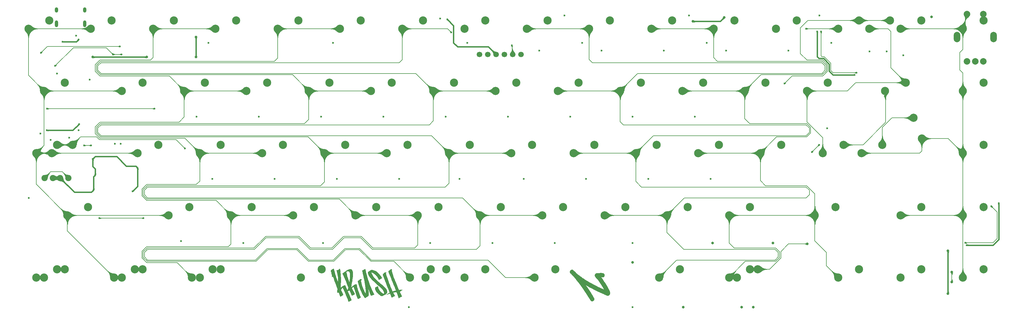
<source format=gbr>
G04 #@! TF.GenerationSoftware,KiCad,Pcbnew,(5.1.10)-1*
G04 #@! TF.CreationDate,2021-10-10T16:41:07+07:00*
G04 #@! TF.ProjectId,averange65,61766572-616e-4676-9536-352e6b696361,rev?*
G04 #@! TF.SameCoordinates,Original*
G04 #@! TF.FileFunction,Copper,L1,Top*
G04 #@! TF.FilePolarity,Positive*
%FSLAX46Y46*%
G04 Gerber Fmt 4.6, Leading zero omitted, Abs format (unit mm)*
G04 Created by KiCad (PCBNEW (5.1.10)-1) date 2021-10-10 16:41:07*
%MOMM*%
%LPD*%
G01*
G04 APERTURE LIST*
G04 #@! TA.AperFunction,EtchedComponent*
%ADD10C,0.010000*%
G04 #@! TD*
G04 #@! TA.AperFunction,ComponentPad*
%ADD11C,2.500000*%
G04 #@! TD*
G04 #@! TA.AperFunction,ComponentPad*
%ADD12C,1.700000*%
G04 #@! TD*
G04 #@! TA.AperFunction,ComponentPad*
%ADD13C,1.905000*%
G04 #@! TD*
G04 #@! TA.AperFunction,ComponentPad*
%ADD14C,2.000000*%
G04 #@! TD*
G04 #@! TA.AperFunction,ComponentPad*
%ADD15O,2.000000X3.200000*%
G04 #@! TD*
G04 #@! TA.AperFunction,ComponentPad*
%ADD16O,1.000000X2.100000*%
G04 #@! TD*
G04 #@! TA.AperFunction,ComponentPad*
%ADD17O,1.000000X1.600000*%
G04 #@! TD*
G04 #@! TA.AperFunction,ViaPad*
%ADD18C,0.600000*%
G04 #@! TD*
G04 #@! TA.AperFunction,ViaPad*
%ADD19C,0.800000*%
G04 #@! TD*
G04 #@! TA.AperFunction,Conductor*
%ADD20C,0.400000*%
G04 #@! TD*
G04 #@! TA.AperFunction,Conductor*
%ADD21C,1.000000*%
G04 #@! TD*
G04 #@! TA.AperFunction,Conductor*
%ADD22C,0.200000*%
G04 #@! TD*
G04 #@! TA.AperFunction,Conductor*
%ADD23C,0.025400*%
G04 #@! TD*
G04 #@! TA.AperFunction,Conductor*
%ADD24C,0.100000*%
G04 #@! TD*
G04 APERTURE END LIST*
D10*
G36*
X110649391Y-119293637D02*
G01*
X110803329Y-119321243D01*
X110886582Y-119338003D01*
X111159010Y-119402191D01*
X111401104Y-119480172D01*
X111623305Y-119578022D01*
X111836057Y-119701820D01*
X112049802Y-119857642D01*
X112274982Y-120051566D01*
X112522041Y-120289670D01*
X112522337Y-120289966D01*
X112803208Y-120581933D01*
X113037435Y-120848452D01*
X113229440Y-121095122D01*
X113383648Y-121327540D01*
X113480594Y-121502648D01*
X113601230Y-121741707D01*
X113505387Y-121821962D01*
X113440153Y-121867622D01*
X113339583Y-121927678D01*
X113216147Y-121995788D01*
X113082318Y-122065607D01*
X112950568Y-122130794D01*
X112833368Y-122185005D01*
X112743190Y-122221898D01*
X112692977Y-122235137D01*
X112648623Y-122210451D01*
X112640683Y-122178650D01*
X112620482Y-122078243D01*
X112563241Y-121942840D01*
X112474002Y-121779884D01*
X112357807Y-121596817D01*
X112219696Y-121401081D01*
X112064711Y-121200118D01*
X111897895Y-121001371D01*
X111724288Y-120812282D01*
X111693930Y-120781091D01*
X111498305Y-120590054D01*
X111323357Y-120438468D01*
X111156106Y-120316396D01*
X110983574Y-120213900D01*
X110892565Y-120167517D01*
X110761338Y-120107568D01*
X110628320Y-120053386D01*
X110505674Y-120009163D01*
X110405561Y-119979093D01*
X110340144Y-119967368D01*
X110322507Y-119970981D01*
X110323705Y-120006630D01*
X110345336Y-120084526D01*
X110382980Y-120192563D01*
X110432217Y-120318635D01*
X110488627Y-120450636D01*
X110531136Y-120542415D01*
X110698529Y-120848592D01*
X110918595Y-121181113D01*
X111190759Y-121539189D01*
X111514448Y-121922028D01*
X111618056Y-122037772D01*
X111754790Y-122184284D01*
X111905167Y-122336293D01*
X112074502Y-122498639D01*
X112268109Y-122676158D01*
X112491305Y-122873691D01*
X112749403Y-123096075D01*
X113047719Y-123348148D01*
X113168026Y-123448802D01*
X113489428Y-123718580D01*
X113767702Y-123955871D01*
X114006908Y-124164867D01*
X114211105Y-124349759D01*
X114384350Y-124514739D01*
X114530702Y-124664001D01*
X114654219Y-124801736D01*
X114758960Y-124932136D01*
X114848982Y-125059393D01*
X114928345Y-125187699D01*
X115001107Y-125321247D01*
X115023471Y-125365396D01*
X115088559Y-125500462D01*
X115130483Y-125604122D01*
X115155196Y-125697165D01*
X115168649Y-125800376D01*
X115174764Y-125893792D01*
X115174797Y-126066798D01*
X115150016Y-126209078D01*
X115093638Y-126337483D01*
X114998885Y-126468866D01*
X114899098Y-126578931D01*
X114830406Y-126645781D01*
X114756377Y-126706066D01*
X114666644Y-126766319D01*
X114550844Y-126833070D01*
X114398610Y-126912851D01*
X114254957Y-126984837D01*
X114068301Y-127076103D01*
X113924078Y-127142305D01*
X113811823Y-127186193D01*
X113721070Y-127210513D01*
X113641354Y-127218015D01*
X113562208Y-127211446D01*
X113473167Y-127193555D01*
X113466259Y-127191941D01*
X113302123Y-127133835D01*
X113113597Y-127034170D01*
X112910715Y-126900242D01*
X112703511Y-126739348D01*
X112502020Y-126558783D01*
X112316274Y-126365846D01*
X112291792Y-126337909D01*
X112035762Y-126018534D01*
X111831378Y-125712357D01*
X111679608Y-125421312D01*
X111581420Y-125147332D01*
X111537783Y-124892352D01*
X111535477Y-124826689D01*
X111539306Y-124764051D01*
X111558980Y-124717599D01*
X111605884Y-124672551D01*
X111691405Y-124614123D01*
X111706859Y-124604193D01*
X111801862Y-124548177D01*
X111921722Y-124484405D01*
X112053150Y-124419118D01*
X112182857Y-124358556D01*
X112297555Y-124308960D01*
X112383954Y-124276571D01*
X112424389Y-124267228D01*
X112447880Y-124287214D01*
X112448089Y-124353205D01*
X112444507Y-124378825D01*
X112442269Y-124537906D01*
X112476349Y-124729408D01*
X112542462Y-124941894D01*
X112636322Y-125163931D01*
X112753643Y-125384085D01*
X112890139Y-125590922D01*
X112907569Y-125614260D01*
X113079707Y-125818120D01*
X113285007Y-126024126D01*
X113502718Y-126212719D01*
X113683552Y-126345732D01*
X113816761Y-126427987D01*
X113950562Y-126499710D01*
X114073922Y-126556146D01*
X114175811Y-126592539D01*
X114245196Y-126604134D01*
X114266725Y-126597120D01*
X114292724Y-126538530D01*
X114306025Y-126438924D01*
X114306518Y-126315712D01*
X114294091Y-126186303D01*
X114270068Y-126072968D01*
X114197505Y-125872037D01*
X114095662Y-125655789D01*
X113977565Y-125451124D01*
X113945237Y-125402295D01*
X113860608Y-125290694D01*
X113744536Y-125158202D01*
X113594617Y-125002519D01*
X113408446Y-124821344D01*
X113183616Y-124612378D01*
X112917723Y-124373320D01*
X112608363Y-124101871D01*
X112371741Y-123897437D01*
X111902691Y-123488426D01*
X111481628Y-123108911D01*
X111108990Y-122759322D01*
X110785218Y-122440090D01*
X110510749Y-122151642D01*
X110286024Y-121894410D01*
X110153770Y-121726766D01*
X109920292Y-121394913D01*
X109726900Y-121079381D01*
X109575026Y-120783563D01*
X109466102Y-120510850D01*
X109401559Y-120264636D01*
X109382830Y-120048312D01*
X109395117Y-119929318D01*
X109404866Y-119892631D01*
X109422964Y-119858343D01*
X109455518Y-119822168D01*
X109508634Y-119779822D01*
X109588419Y-119727020D01*
X109700978Y-119659475D01*
X109852419Y-119572903D01*
X110048848Y-119463018D01*
X110100679Y-119434193D01*
X110233282Y-119362533D01*
X110338758Y-119314569D01*
X110432803Y-119288379D01*
X110531115Y-119282042D01*
X110649391Y-119293637D01*
G37*
X110649391Y-119293637D02*
X110803329Y-119321243D01*
X110886582Y-119338003D01*
X111159010Y-119402191D01*
X111401104Y-119480172D01*
X111623305Y-119578022D01*
X111836057Y-119701820D01*
X112049802Y-119857642D01*
X112274982Y-120051566D01*
X112522041Y-120289670D01*
X112522337Y-120289966D01*
X112803208Y-120581933D01*
X113037435Y-120848452D01*
X113229440Y-121095122D01*
X113383648Y-121327540D01*
X113480594Y-121502648D01*
X113601230Y-121741707D01*
X113505387Y-121821962D01*
X113440153Y-121867622D01*
X113339583Y-121927678D01*
X113216147Y-121995788D01*
X113082318Y-122065607D01*
X112950568Y-122130794D01*
X112833368Y-122185005D01*
X112743190Y-122221898D01*
X112692977Y-122235137D01*
X112648623Y-122210451D01*
X112640683Y-122178650D01*
X112620482Y-122078243D01*
X112563241Y-121942840D01*
X112474002Y-121779884D01*
X112357807Y-121596817D01*
X112219696Y-121401081D01*
X112064711Y-121200118D01*
X111897895Y-121001371D01*
X111724288Y-120812282D01*
X111693930Y-120781091D01*
X111498305Y-120590054D01*
X111323357Y-120438468D01*
X111156106Y-120316396D01*
X110983574Y-120213900D01*
X110892565Y-120167517D01*
X110761338Y-120107568D01*
X110628320Y-120053386D01*
X110505674Y-120009163D01*
X110405561Y-119979093D01*
X110340144Y-119967368D01*
X110322507Y-119970981D01*
X110323705Y-120006630D01*
X110345336Y-120084526D01*
X110382980Y-120192563D01*
X110432217Y-120318635D01*
X110488627Y-120450636D01*
X110531136Y-120542415D01*
X110698529Y-120848592D01*
X110918595Y-121181113D01*
X111190759Y-121539189D01*
X111514448Y-121922028D01*
X111618056Y-122037772D01*
X111754790Y-122184284D01*
X111905167Y-122336293D01*
X112074502Y-122498639D01*
X112268109Y-122676158D01*
X112491305Y-122873691D01*
X112749403Y-123096075D01*
X113047719Y-123348148D01*
X113168026Y-123448802D01*
X113489428Y-123718580D01*
X113767702Y-123955871D01*
X114006908Y-124164867D01*
X114211105Y-124349759D01*
X114384350Y-124514739D01*
X114530702Y-124664001D01*
X114654219Y-124801736D01*
X114758960Y-124932136D01*
X114848982Y-125059393D01*
X114928345Y-125187699D01*
X115001107Y-125321247D01*
X115023471Y-125365396D01*
X115088559Y-125500462D01*
X115130483Y-125604122D01*
X115155196Y-125697165D01*
X115168649Y-125800376D01*
X115174764Y-125893792D01*
X115174797Y-126066798D01*
X115150016Y-126209078D01*
X115093638Y-126337483D01*
X114998885Y-126468866D01*
X114899098Y-126578931D01*
X114830406Y-126645781D01*
X114756377Y-126706066D01*
X114666644Y-126766319D01*
X114550844Y-126833070D01*
X114398610Y-126912851D01*
X114254957Y-126984837D01*
X114068301Y-127076103D01*
X113924078Y-127142305D01*
X113811823Y-127186193D01*
X113721070Y-127210513D01*
X113641354Y-127218015D01*
X113562208Y-127211446D01*
X113473167Y-127193555D01*
X113466259Y-127191941D01*
X113302123Y-127133835D01*
X113113597Y-127034170D01*
X112910715Y-126900242D01*
X112703511Y-126739348D01*
X112502020Y-126558783D01*
X112316274Y-126365846D01*
X112291792Y-126337909D01*
X112035762Y-126018534D01*
X111831378Y-125712357D01*
X111679608Y-125421312D01*
X111581420Y-125147332D01*
X111537783Y-124892352D01*
X111535477Y-124826689D01*
X111539306Y-124764051D01*
X111558980Y-124717599D01*
X111605884Y-124672551D01*
X111691405Y-124614123D01*
X111706859Y-124604193D01*
X111801862Y-124548177D01*
X111921722Y-124484405D01*
X112053150Y-124419118D01*
X112182857Y-124358556D01*
X112297555Y-124308960D01*
X112383954Y-124276571D01*
X112424389Y-124267228D01*
X112447880Y-124287214D01*
X112448089Y-124353205D01*
X112444507Y-124378825D01*
X112442269Y-124537906D01*
X112476349Y-124729408D01*
X112542462Y-124941894D01*
X112636322Y-125163931D01*
X112753643Y-125384085D01*
X112890139Y-125590922D01*
X112907569Y-125614260D01*
X113079707Y-125818120D01*
X113285007Y-126024126D01*
X113502718Y-126212719D01*
X113683552Y-126345732D01*
X113816761Y-126427987D01*
X113950562Y-126499710D01*
X114073922Y-126556146D01*
X114175811Y-126592539D01*
X114245196Y-126604134D01*
X114266725Y-126597120D01*
X114292724Y-126538530D01*
X114306025Y-126438924D01*
X114306518Y-126315712D01*
X114294091Y-126186303D01*
X114270068Y-126072968D01*
X114197505Y-125872037D01*
X114095662Y-125655789D01*
X113977565Y-125451124D01*
X113945237Y-125402295D01*
X113860608Y-125290694D01*
X113744536Y-125158202D01*
X113594617Y-125002519D01*
X113408446Y-124821344D01*
X113183616Y-124612378D01*
X112917723Y-124373320D01*
X112608363Y-124101871D01*
X112371741Y-123897437D01*
X111902691Y-123488426D01*
X111481628Y-123108911D01*
X111108990Y-122759322D01*
X110785218Y-122440090D01*
X110510749Y-122151642D01*
X110286024Y-121894410D01*
X110153770Y-121726766D01*
X109920292Y-121394913D01*
X109726900Y-121079381D01*
X109575026Y-120783563D01*
X109466102Y-120510850D01*
X109401559Y-120264636D01*
X109382830Y-120048312D01*
X109395117Y-119929318D01*
X109404866Y-119892631D01*
X109422964Y-119858343D01*
X109455518Y-119822168D01*
X109508634Y-119779822D01*
X109588419Y-119727020D01*
X109700978Y-119659475D01*
X109852419Y-119572903D01*
X110048848Y-119463018D01*
X110100679Y-119434193D01*
X110233282Y-119362533D01*
X110338758Y-119314569D01*
X110432803Y-119288379D01*
X110531115Y-119282042D01*
X110649391Y-119293637D01*
G36*
X108516093Y-119021903D02*
G01*
X108532320Y-119057306D01*
X108549758Y-119133721D01*
X108561192Y-119208783D01*
X108580110Y-119321962D01*
X108614322Y-119485266D01*
X108661946Y-119691579D01*
X108721098Y-119933781D01*
X108789896Y-120204756D01*
X108866458Y-120497387D01*
X108948900Y-120804554D01*
X109035340Y-121119142D01*
X109123895Y-121434032D01*
X109212682Y-121742106D01*
X109299819Y-122036247D01*
X109369523Y-122264648D01*
X109524810Y-122755757D01*
X109672641Y-123200725D01*
X109817922Y-123611882D01*
X109965560Y-124001559D01*
X110120462Y-124382087D01*
X110287534Y-124765796D01*
X110471683Y-125165018D01*
X110677815Y-125592083D01*
X110758620Y-125755562D01*
X110888275Y-126018653D01*
X110999138Y-126248100D01*
X111089623Y-126440427D01*
X111158142Y-126592157D01*
X111203110Y-126699814D01*
X111222940Y-126759924D01*
X111222410Y-126771562D01*
X111187072Y-126786774D01*
X111107314Y-126817555D01*
X110995062Y-126859555D01*
X110862244Y-126908428D01*
X110720786Y-126959823D01*
X110582618Y-127009393D01*
X110459664Y-127052787D01*
X110363854Y-127085658D01*
X110334375Y-127095345D01*
X110315640Y-127098233D01*
X110296628Y-127091449D01*
X110275310Y-127070379D01*
X110249660Y-127030413D01*
X110217650Y-126966940D01*
X110177251Y-126875347D01*
X110126435Y-126751022D01*
X110063175Y-126589356D01*
X109985443Y-126385734D01*
X109891211Y-126135547D01*
X109778451Y-125834183D01*
X109770867Y-125813877D01*
X109681709Y-125575932D01*
X109599066Y-125356868D01*
X109525248Y-125162698D01*
X109462565Y-124999435D01*
X109413329Y-124873090D01*
X109379851Y-124789677D01*
X109364441Y-124755207D01*
X109363766Y-124754662D01*
X109364944Y-124785460D01*
X109373267Y-124866067D01*
X109387623Y-124987101D01*
X109406899Y-125139178D01*
X109429947Y-125312658D01*
X109469792Y-125629015D01*
X109502453Y-125934865D01*
X109527303Y-126221319D01*
X109543714Y-126479489D01*
X109551059Y-126700487D01*
X109548710Y-126875424D01*
X109544500Y-126934930D01*
X109524966Y-127137800D01*
X109170181Y-127398107D01*
X109030632Y-127498872D01*
X108895043Y-127593909D01*
X108776820Y-127674008D01*
X108689371Y-127729961D01*
X108672714Y-127739769D01*
X108589471Y-127785423D01*
X108537087Y-127803580D01*
X108494709Y-127796709D01*
X108441487Y-127767278D01*
X108441297Y-127767163D01*
X108357575Y-127705329D01*
X108271853Y-127617875D01*
X108178402Y-127497461D01*
X108071490Y-127336750D01*
X107954394Y-127143733D01*
X107622914Y-126540064D01*
X107305334Y-125879059D01*
X107002037Y-125161602D01*
X106713408Y-124388574D01*
X106561668Y-123941914D01*
X106451543Y-123592561D01*
X106368275Y-123296444D01*
X106311833Y-123053423D01*
X106282181Y-122863362D01*
X106277236Y-122772648D01*
X106280069Y-122697896D01*
X106296212Y-122647924D01*
X106337548Y-122605752D01*
X106415957Y-122554401D01*
X106440293Y-122539622D01*
X106539380Y-122476140D01*
X106664483Y-122391038D01*
X106794167Y-122299027D01*
X106843025Y-122263210D01*
X106950187Y-122187521D01*
X107044141Y-122127994D01*
X107111920Y-122092499D01*
X107135026Y-122086010D01*
X107194375Y-122098098D01*
X107274017Y-122127309D01*
X107354596Y-122164683D01*
X107416757Y-122201257D01*
X107441153Y-122227751D01*
X107419055Y-122258310D01*
X107361950Y-122310464D01*
X107304169Y-122356179D01*
X107167184Y-122458817D01*
X107186673Y-122623203D01*
X107237727Y-122949579D01*
X107316560Y-123315328D01*
X107419403Y-123709065D01*
X107542489Y-124119402D01*
X107682049Y-124534954D01*
X107834314Y-124944332D01*
X107995519Y-125336152D01*
X108161893Y-125699025D01*
X108283218Y-125936818D01*
X108362665Y-126080625D01*
X108446266Y-126224839D01*
X108528120Y-126360072D01*
X108602329Y-126476937D01*
X108662991Y-126566048D01*
X108704208Y-126618018D01*
X108717317Y-126627472D01*
X108723862Y-126599160D01*
X108726450Y-126520188D01*
X108725478Y-126399501D01*
X108721342Y-126246045D01*
X108714439Y-126068767D01*
X108705168Y-125876610D01*
X108693925Y-125678522D01*
X108681107Y-125483448D01*
X108667112Y-125300332D01*
X108652337Y-125138122D01*
X108650314Y-125118413D01*
X108589591Y-124577736D01*
X108520854Y-124048655D01*
X108441927Y-123517318D01*
X108350630Y-122969871D01*
X108244788Y-122392464D01*
X108130928Y-121814152D01*
X108031764Y-121328975D01*
X107942596Y-120902178D01*
X107863442Y-120533837D01*
X107794319Y-120224025D01*
X107735242Y-119972816D01*
X107686231Y-119780285D01*
X107647300Y-119646506D01*
X107618468Y-119571554D01*
X107617826Y-119570338D01*
X107609455Y-119531858D01*
X107634528Y-119491101D01*
X107701605Y-119435442D01*
X107716879Y-119424258D01*
X107794393Y-119373720D01*
X107900913Y-119311802D01*
X108025097Y-119244217D01*
X108155599Y-119176675D01*
X108281074Y-119114887D01*
X108390179Y-119064566D01*
X108471568Y-119031422D01*
X108513897Y-119021167D01*
X108516093Y-119021903D01*
G37*
X108516093Y-119021903D02*
X108532320Y-119057306D01*
X108549758Y-119133721D01*
X108561192Y-119208783D01*
X108580110Y-119321962D01*
X108614322Y-119485266D01*
X108661946Y-119691579D01*
X108721098Y-119933781D01*
X108789896Y-120204756D01*
X108866458Y-120497387D01*
X108948900Y-120804554D01*
X109035340Y-121119142D01*
X109123895Y-121434032D01*
X109212682Y-121742106D01*
X109299819Y-122036247D01*
X109369523Y-122264648D01*
X109524810Y-122755757D01*
X109672641Y-123200725D01*
X109817922Y-123611882D01*
X109965560Y-124001559D01*
X110120462Y-124382087D01*
X110287534Y-124765796D01*
X110471683Y-125165018D01*
X110677815Y-125592083D01*
X110758620Y-125755562D01*
X110888275Y-126018653D01*
X110999138Y-126248100D01*
X111089623Y-126440427D01*
X111158142Y-126592157D01*
X111203110Y-126699814D01*
X111222940Y-126759924D01*
X111222410Y-126771562D01*
X111187072Y-126786774D01*
X111107314Y-126817555D01*
X110995062Y-126859555D01*
X110862244Y-126908428D01*
X110720786Y-126959823D01*
X110582618Y-127009393D01*
X110459664Y-127052787D01*
X110363854Y-127085658D01*
X110334375Y-127095345D01*
X110315640Y-127098233D01*
X110296628Y-127091449D01*
X110275310Y-127070379D01*
X110249660Y-127030413D01*
X110217650Y-126966940D01*
X110177251Y-126875347D01*
X110126435Y-126751022D01*
X110063175Y-126589356D01*
X109985443Y-126385734D01*
X109891211Y-126135547D01*
X109778451Y-125834183D01*
X109770867Y-125813877D01*
X109681709Y-125575932D01*
X109599066Y-125356868D01*
X109525248Y-125162698D01*
X109462565Y-124999435D01*
X109413329Y-124873090D01*
X109379851Y-124789677D01*
X109364441Y-124755207D01*
X109363766Y-124754662D01*
X109364944Y-124785460D01*
X109373267Y-124866067D01*
X109387623Y-124987101D01*
X109406899Y-125139178D01*
X109429947Y-125312658D01*
X109469792Y-125629015D01*
X109502453Y-125934865D01*
X109527303Y-126221319D01*
X109543714Y-126479489D01*
X109551059Y-126700487D01*
X109548710Y-126875424D01*
X109544500Y-126934930D01*
X109524966Y-127137800D01*
X109170181Y-127398107D01*
X109030632Y-127498872D01*
X108895043Y-127593909D01*
X108776820Y-127674008D01*
X108689371Y-127729961D01*
X108672714Y-127739769D01*
X108589471Y-127785423D01*
X108537087Y-127803580D01*
X108494709Y-127796709D01*
X108441487Y-127767278D01*
X108441297Y-127767163D01*
X108357575Y-127705329D01*
X108271853Y-127617875D01*
X108178402Y-127497461D01*
X108071490Y-127336750D01*
X107954394Y-127143733D01*
X107622914Y-126540064D01*
X107305334Y-125879059D01*
X107002037Y-125161602D01*
X106713408Y-124388574D01*
X106561668Y-123941914D01*
X106451543Y-123592561D01*
X106368275Y-123296444D01*
X106311833Y-123053423D01*
X106282181Y-122863362D01*
X106277236Y-122772648D01*
X106280069Y-122697896D01*
X106296212Y-122647924D01*
X106337548Y-122605752D01*
X106415957Y-122554401D01*
X106440293Y-122539622D01*
X106539380Y-122476140D01*
X106664483Y-122391038D01*
X106794167Y-122299027D01*
X106843025Y-122263210D01*
X106950187Y-122187521D01*
X107044141Y-122127994D01*
X107111920Y-122092499D01*
X107135026Y-122086010D01*
X107194375Y-122098098D01*
X107274017Y-122127309D01*
X107354596Y-122164683D01*
X107416757Y-122201257D01*
X107441153Y-122227751D01*
X107419055Y-122258310D01*
X107361950Y-122310464D01*
X107304169Y-122356179D01*
X107167184Y-122458817D01*
X107186673Y-122623203D01*
X107237727Y-122949579D01*
X107316560Y-123315328D01*
X107419403Y-123709065D01*
X107542489Y-124119402D01*
X107682049Y-124534954D01*
X107834314Y-124944332D01*
X107995519Y-125336152D01*
X108161893Y-125699025D01*
X108283218Y-125936818D01*
X108362665Y-126080625D01*
X108446266Y-126224839D01*
X108528120Y-126360072D01*
X108602329Y-126476937D01*
X108662991Y-126566048D01*
X108704208Y-126618018D01*
X108717317Y-126627472D01*
X108723862Y-126599160D01*
X108726450Y-126520188D01*
X108725478Y-126399501D01*
X108721342Y-126246045D01*
X108714439Y-126068767D01*
X108705168Y-125876610D01*
X108693925Y-125678522D01*
X108681107Y-125483448D01*
X108667112Y-125300332D01*
X108652337Y-125138122D01*
X108650314Y-125118413D01*
X108589591Y-124577736D01*
X108520854Y-124048655D01*
X108441927Y-123517318D01*
X108350630Y-122969871D01*
X108244788Y-122392464D01*
X108130928Y-121814152D01*
X108031764Y-121328975D01*
X107942596Y-120902178D01*
X107863442Y-120533837D01*
X107794319Y-120224025D01*
X107735242Y-119972816D01*
X107686231Y-119780285D01*
X107647300Y-119646506D01*
X107618468Y-119571554D01*
X107617826Y-119570338D01*
X107609455Y-119531858D01*
X107634528Y-119491101D01*
X107701605Y-119435442D01*
X107716879Y-119424258D01*
X107794393Y-119373720D01*
X107900913Y-119311802D01*
X108025097Y-119244217D01*
X108155599Y-119176675D01*
X108281074Y-119114887D01*
X108390179Y-119064566D01*
X108471568Y-119031422D01*
X108513897Y-119021167D01*
X108516093Y-119021903D01*
G36*
X116576146Y-119102377D02*
G01*
X116655613Y-119185973D01*
X116687433Y-119250752D01*
X116674334Y-119310054D01*
X116630096Y-119365935D01*
X116550154Y-119449377D01*
X116626809Y-119728954D01*
X116713692Y-120026986D01*
X116824417Y-120375127D01*
X116957532Y-120769339D01*
X117111585Y-121205582D01*
X117285123Y-121679817D01*
X117476693Y-122188006D01*
X117684844Y-122726110D01*
X117901712Y-123274067D01*
X117975848Y-123457903D01*
X118059830Y-123663581D01*
X118150778Y-123884284D01*
X118245812Y-124113192D01*
X118342051Y-124343488D01*
X118436617Y-124568352D01*
X118526629Y-124780966D01*
X118609207Y-124974512D01*
X118681472Y-125142170D01*
X118740543Y-125277122D01*
X118783541Y-125372550D01*
X118807586Y-125421634D01*
X118810741Y-125426374D01*
X118842023Y-125426470D01*
X118921478Y-125420344D01*
X119037957Y-125409017D01*
X119180308Y-125393507D01*
X119218958Y-125389058D01*
X119376943Y-125371671D01*
X119522491Y-125357458D01*
X119640662Y-125347755D01*
X119716517Y-125343903D01*
X119722800Y-125343906D01*
X119827388Y-125345209D01*
X119677977Y-125479504D01*
X119598092Y-125546139D01*
X119492876Y-125626894D01*
X119375342Y-125712601D01*
X119258505Y-125794093D01*
X119155379Y-125862199D01*
X119078978Y-125907753D01*
X119052686Y-125920006D01*
X119056369Y-125948785D01*
X119084036Y-126024093D01*
X119132717Y-126139119D01*
X119199442Y-126287051D01*
X119281239Y-126461078D01*
X119356026Y-126615517D01*
X119447859Y-126804363D01*
X119530746Y-126977707D01*
X119601029Y-127127661D01*
X119655047Y-127246338D01*
X119689143Y-127325852D01*
X119699673Y-127356314D01*
X119694333Y-127386379D01*
X119662457Y-127414547D01*
X119594507Y-127446092D01*
X119480946Y-127486285D01*
X119440703Y-127499473D01*
X119272057Y-127561380D01*
X119137744Y-127629877D01*
X119012693Y-127718105D01*
X118992594Y-127734337D01*
X118889870Y-127816438D01*
X118823128Y-127862967D01*
X118783633Y-127877996D01*
X118762646Y-127865600D01*
X118754898Y-127845178D01*
X118719919Y-127724346D01*
X118666158Y-127555567D01*
X118596269Y-127346680D01*
X118512905Y-127105526D01*
X118418723Y-126839945D01*
X118352750Y-126657354D01*
X118118957Y-126014883D01*
X117957173Y-126018407D01*
X117865080Y-126025272D01*
X117739360Y-126041118D01*
X117593913Y-126063439D01*
X117442641Y-126089727D01*
X117299444Y-126117475D01*
X117178223Y-126144176D01*
X117092880Y-126167323D01*
X117062384Y-126179784D01*
X117050331Y-126199694D01*
X117055025Y-126240300D01*
X117079227Y-126309089D01*
X117125697Y-126413549D01*
X117197194Y-126561166D01*
X117219595Y-126606278D01*
X117297429Y-126756717D01*
X117374619Y-126895770D01*
X117443724Y-127010707D01*
X117497308Y-127088797D01*
X117510995Y-127105042D01*
X117564154Y-127165331D01*
X117592840Y-127204594D01*
X117594562Y-127211524D01*
X117565054Y-127225319D01*
X117492224Y-127256013D01*
X117388319Y-127298508D01*
X117308700Y-127330529D01*
X117176388Y-127386378D01*
X117053351Y-127443500D01*
X116958249Y-127493018D01*
X116926875Y-127512237D01*
X116780861Y-127603744D01*
X116673609Y-127652792D01*
X116602271Y-127659822D01*
X116564000Y-127625275D01*
X116555271Y-127569801D01*
X116544718Y-127523519D01*
X116515898Y-127433118D01*
X116473066Y-127309840D01*
X116420479Y-127164923D01*
X116362394Y-127009610D01*
X116303066Y-126855138D01*
X116246752Y-126712749D01*
X116197708Y-126593682D01*
X116160190Y-126509178D01*
X116139348Y-126471430D01*
X116106561Y-126473873D01*
X116026525Y-126493596D01*
X115908335Y-126527953D01*
X115761087Y-126574296D01*
X115593875Y-126629976D01*
X115589194Y-126631576D01*
X115421802Y-126687792D01*
X115274453Y-126735345D01*
X115156173Y-126771478D01*
X115075988Y-126793438D01*
X115042926Y-126798469D01*
X115042765Y-126798339D01*
X115062217Y-126779325D01*
X115125542Y-126736182D01*
X115224534Y-126674097D01*
X115350984Y-126598260D01*
X115455365Y-126537513D01*
X115640924Y-126430755D01*
X115780911Y-126349618D01*
X115881496Y-126289817D01*
X115948851Y-126247066D01*
X115989147Y-126217081D01*
X116008555Y-126195576D01*
X116013247Y-126178266D01*
X116009393Y-126160866D01*
X116007271Y-126154287D01*
X115992589Y-126115247D01*
X115958325Y-126027802D01*
X115907270Y-125898966D01*
X115842217Y-125735752D01*
X115765959Y-125545174D01*
X115681288Y-125334244D01*
X115630518Y-125208060D01*
X115522675Y-124938663D01*
X115404513Y-124640758D01*
X115282705Y-124331354D01*
X115163927Y-124027462D01*
X115054852Y-123746089D01*
X114968036Y-123519707D01*
X114869405Y-123261203D01*
X114758852Y-122972396D01*
X114643713Y-122672384D01*
X114531320Y-122380262D01*
X114429006Y-122115126D01*
X114382782Y-121995707D01*
X114243062Y-121631611D01*
X114127288Y-121322047D01*
X114035393Y-121066820D01*
X113967310Y-120865732D01*
X113922971Y-120718590D01*
X113902309Y-120625196D01*
X113901371Y-120594131D01*
X113927689Y-120555834D01*
X113991862Y-120491079D01*
X114083365Y-120408498D01*
X114191674Y-120316722D01*
X114306263Y-120224380D01*
X114416608Y-120140105D01*
X114512183Y-120072526D01*
X114582464Y-120030274D01*
X114596691Y-120023961D01*
X114746752Y-119995118D01*
X114889225Y-120025534D01*
X114896087Y-120028584D01*
X114972892Y-120063578D01*
X114813140Y-120230324D01*
X114896211Y-120582603D01*
X114991770Y-120954626D01*
X115113313Y-121372610D01*
X115258483Y-121829897D01*
X115424926Y-122319829D01*
X115610289Y-122835746D01*
X115812215Y-123370992D01*
X116028352Y-123918908D01*
X116256344Y-124472834D01*
X116349978Y-124693766D01*
X116472058Y-124978742D01*
X116573411Y-125213315D01*
X116656410Y-125402201D01*
X116723426Y-125550118D01*
X116776833Y-125661782D01*
X116819003Y-125741910D01*
X116852308Y-125795218D01*
X116879121Y-125826424D01*
X116901815Y-125840244D01*
X116922762Y-125841396D01*
X116926797Y-125840558D01*
X117010400Y-125819877D01*
X117127401Y-125790159D01*
X117266668Y-125754318D01*
X117417068Y-125715270D01*
X117567469Y-125675927D01*
X117706739Y-125639205D01*
X117823746Y-125608017D01*
X117907359Y-125585277D01*
X117946444Y-125573900D01*
X117947938Y-125573245D01*
X117939900Y-125544720D01*
X117913305Y-125471937D01*
X117872318Y-125365915D01*
X117821212Y-125237942D01*
X117781920Y-125140299D01*
X117723646Y-124994654D01*
X117649406Y-124808580D01*
X117562211Y-124589644D01*
X117465076Y-124345418D01*
X117361014Y-124083471D01*
X117253038Y-123811374D01*
X117184792Y-123639236D01*
X117056335Y-123316333D01*
X116912968Y-122958065D01*
X116760832Y-122579645D01*
X116606068Y-122196288D01*
X116454819Y-121823208D01*
X116313226Y-121475617D01*
X116189576Y-121173942D01*
X116083633Y-120915782D01*
X115983093Y-120669418D01*
X115890630Y-120441496D01*
X115808915Y-120238665D01*
X115740622Y-120067573D01*
X115688422Y-119934867D01*
X115654987Y-119847195D01*
X115645765Y-119821186D01*
X115593847Y-119663723D01*
X115663677Y-119603795D01*
X115712678Y-119566480D01*
X115800913Y-119503801D01*
X115917665Y-119423203D01*
X116052215Y-119332132D01*
X116117696Y-119288399D01*
X116501886Y-119032930D01*
X116576146Y-119102377D01*
G37*
X116576146Y-119102377D02*
X116655613Y-119185973D01*
X116687433Y-119250752D01*
X116674334Y-119310054D01*
X116630096Y-119365935D01*
X116550154Y-119449377D01*
X116626809Y-119728954D01*
X116713692Y-120026986D01*
X116824417Y-120375127D01*
X116957532Y-120769339D01*
X117111585Y-121205582D01*
X117285123Y-121679817D01*
X117476693Y-122188006D01*
X117684844Y-122726110D01*
X117901712Y-123274067D01*
X117975848Y-123457903D01*
X118059830Y-123663581D01*
X118150778Y-123884284D01*
X118245812Y-124113192D01*
X118342051Y-124343488D01*
X118436617Y-124568352D01*
X118526629Y-124780966D01*
X118609207Y-124974512D01*
X118681472Y-125142170D01*
X118740543Y-125277122D01*
X118783541Y-125372550D01*
X118807586Y-125421634D01*
X118810741Y-125426374D01*
X118842023Y-125426470D01*
X118921478Y-125420344D01*
X119037957Y-125409017D01*
X119180308Y-125393507D01*
X119218958Y-125389058D01*
X119376943Y-125371671D01*
X119522491Y-125357458D01*
X119640662Y-125347755D01*
X119716517Y-125343903D01*
X119722800Y-125343906D01*
X119827388Y-125345209D01*
X119677977Y-125479504D01*
X119598092Y-125546139D01*
X119492876Y-125626894D01*
X119375342Y-125712601D01*
X119258505Y-125794093D01*
X119155379Y-125862199D01*
X119078978Y-125907753D01*
X119052686Y-125920006D01*
X119056369Y-125948785D01*
X119084036Y-126024093D01*
X119132717Y-126139119D01*
X119199442Y-126287051D01*
X119281239Y-126461078D01*
X119356026Y-126615517D01*
X119447859Y-126804363D01*
X119530746Y-126977707D01*
X119601029Y-127127661D01*
X119655047Y-127246338D01*
X119689143Y-127325852D01*
X119699673Y-127356314D01*
X119694333Y-127386379D01*
X119662457Y-127414547D01*
X119594507Y-127446092D01*
X119480946Y-127486285D01*
X119440703Y-127499473D01*
X119272057Y-127561380D01*
X119137744Y-127629877D01*
X119012693Y-127718105D01*
X118992594Y-127734337D01*
X118889870Y-127816438D01*
X118823128Y-127862967D01*
X118783633Y-127877996D01*
X118762646Y-127865600D01*
X118754898Y-127845178D01*
X118719919Y-127724346D01*
X118666158Y-127555567D01*
X118596269Y-127346680D01*
X118512905Y-127105526D01*
X118418723Y-126839945D01*
X118352750Y-126657354D01*
X118118957Y-126014883D01*
X117957173Y-126018407D01*
X117865080Y-126025272D01*
X117739360Y-126041118D01*
X117593913Y-126063439D01*
X117442641Y-126089727D01*
X117299444Y-126117475D01*
X117178223Y-126144176D01*
X117092880Y-126167323D01*
X117062384Y-126179784D01*
X117050331Y-126199694D01*
X117055025Y-126240300D01*
X117079227Y-126309089D01*
X117125697Y-126413549D01*
X117197194Y-126561166D01*
X117219595Y-126606278D01*
X117297429Y-126756717D01*
X117374619Y-126895770D01*
X117443724Y-127010707D01*
X117497308Y-127088797D01*
X117510995Y-127105042D01*
X117564154Y-127165331D01*
X117592840Y-127204594D01*
X117594562Y-127211524D01*
X117565054Y-127225319D01*
X117492224Y-127256013D01*
X117388319Y-127298508D01*
X117308700Y-127330529D01*
X117176388Y-127386378D01*
X117053351Y-127443500D01*
X116958249Y-127493018D01*
X116926875Y-127512237D01*
X116780861Y-127603744D01*
X116673609Y-127652792D01*
X116602271Y-127659822D01*
X116564000Y-127625275D01*
X116555271Y-127569801D01*
X116544718Y-127523519D01*
X116515898Y-127433118D01*
X116473066Y-127309840D01*
X116420479Y-127164923D01*
X116362394Y-127009610D01*
X116303066Y-126855138D01*
X116246752Y-126712749D01*
X116197708Y-126593682D01*
X116160190Y-126509178D01*
X116139348Y-126471430D01*
X116106561Y-126473873D01*
X116026525Y-126493596D01*
X115908335Y-126527953D01*
X115761087Y-126574296D01*
X115593875Y-126629976D01*
X115589194Y-126631576D01*
X115421802Y-126687792D01*
X115274453Y-126735345D01*
X115156173Y-126771478D01*
X115075988Y-126793438D01*
X115042926Y-126798469D01*
X115042765Y-126798339D01*
X115062217Y-126779325D01*
X115125542Y-126736182D01*
X115224534Y-126674097D01*
X115350984Y-126598260D01*
X115455365Y-126537513D01*
X115640924Y-126430755D01*
X115780911Y-126349618D01*
X115881496Y-126289817D01*
X115948851Y-126247066D01*
X115989147Y-126217081D01*
X116008555Y-126195576D01*
X116013247Y-126178266D01*
X116009393Y-126160866D01*
X116007271Y-126154287D01*
X115992589Y-126115247D01*
X115958325Y-126027802D01*
X115907270Y-125898966D01*
X115842217Y-125735752D01*
X115765959Y-125545174D01*
X115681288Y-125334244D01*
X115630518Y-125208060D01*
X115522675Y-124938663D01*
X115404513Y-124640758D01*
X115282705Y-124331354D01*
X115163927Y-124027462D01*
X115054852Y-123746089D01*
X114968036Y-123519707D01*
X114869405Y-123261203D01*
X114758852Y-122972396D01*
X114643713Y-122672384D01*
X114531320Y-122380262D01*
X114429006Y-122115126D01*
X114382782Y-121995707D01*
X114243062Y-121631611D01*
X114127288Y-121322047D01*
X114035393Y-121066820D01*
X113967310Y-120865732D01*
X113922971Y-120718590D01*
X113902309Y-120625196D01*
X113901371Y-120594131D01*
X113927689Y-120555834D01*
X113991862Y-120491079D01*
X114083365Y-120408498D01*
X114191674Y-120316722D01*
X114306263Y-120224380D01*
X114416608Y-120140105D01*
X114512183Y-120072526D01*
X114582464Y-120030274D01*
X114596691Y-120023961D01*
X114746752Y-119995118D01*
X114889225Y-120025534D01*
X114896087Y-120028584D01*
X114972892Y-120063578D01*
X114813140Y-120230324D01*
X114896211Y-120582603D01*
X114991770Y-120954626D01*
X115113313Y-121372610D01*
X115258483Y-121829897D01*
X115424926Y-122319829D01*
X115610289Y-122835746D01*
X115812215Y-123370992D01*
X116028352Y-123918908D01*
X116256344Y-124472834D01*
X116349978Y-124693766D01*
X116472058Y-124978742D01*
X116573411Y-125213315D01*
X116656410Y-125402201D01*
X116723426Y-125550118D01*
X116776833Y-125661782D01*
X116819003Y-125741910D01*
X116852308Y-125795218D01*
X116879121Y-125826424D01*
X116901815Y-125840244D01*
X116922762Y-125841396D01*
X116926797Y-125840558D01*
X117010400Y-125819877D01*
X117127401Y-125790159D01*
X117266668Y-125754318D01*
X117417068Y-125715270D01*
X117567469Y-125675927D01*
X117706739Y-125639205D01*
X117823746Y-125608017D01*
X117907359Y-125585277D01*
X117946444Y-125573900D01*
X117947938Y-125573245D01*
X117939900Y-125544720D01*
X117913305Y-125471937D01*
X117872318Y-125365915D01*
X117821212Y-125237942D01*
X117781920Y-125140299D01*
X117723646Y-124994654D01*
X117649406Y-124808580D01*
X117562211Y-124589644D01*
X117465076Y-124345418D01*
X117361014Y-124083471D01*
X117253038Y-123811374D01*
X117184792Y-123639236D01*
X117056335Y-123316333D01*
X116912968Y-122958065D01*
X116760832Y-122579645D01*
X116606068Y-122196288D01*
X116454819Y-121823208D01*
X116313226Y-121475617D01*
X116189576Y-121173942D01*
X116083633Y-120915782D01*
X115983093Y-120669418D01*
X115890630Y-120441496D01*
X115808915Y-120238665D01*
X115740622Y-120067573D01*
X115688422Y-119934867D01*
X115654987Y-119847195D01*
X115645765Y-119821186D01*
X115593847Y-119663723D01*
X115663677Y-119603795D01*
X115712678Y-119566480D01*
X115800913Y-119503801D01*
X115917665Y-119423203D01*
X116052215Y-119332132D01*
X116117696Y-119288399D01*
X116501886Y-119032930D01*
X116576146Y-119102377D01*
G36*
X100797348Y-119207262D02*
G01*
X100875663Y-119643874D01*
X100938995Y-120105075D01*
X100987479Y-120594997D01*
X101021251Y-121117770D01*
X101040445Y-121677528D01*
X101045196Y-122278400D01*
X101035639Y-122924520D01*
X101011908Y-123620018D01*
X100974138Y-124369027D01*
X100968770Y-124461001D01*
X100949323Y-124789707D01*
X101184591Y-124565589D01*
X101286948Y-124471484D01*
X101380910Y-124394984D01*
X101480618Y-124326824D01*
X101600215Y-124257741D01*
X101753844Y-124178471D01*
X101841794Y-124135076D01*
X102002461Y-124059086D01*
X102138131Y-124000041D01*
X102240520Y-123961260D01*
X102301344Y-123946062D01*
X102311320Y-123946944D01*
X102347355Y-123977093D01*
X102394309Y-124045813D01*
X102453723Y-124156303D01*
X102527141Y-124311760D01*
X102616105Y-124515384D01*
X102722157Y-124770374D01*
X102794341Y-124948628D01*
X102866697Y-125125812D01*
X102933035Y-125282777D01*
X102989790Y-125411518D01*
X103033391Y-125504032D01*
X103060272Y-125552316D01*
X103065770Y-125557485D01*
X103090022Y-125531981D01*
X103127639Y-125461394D01*
X103173820Y-125357580D01*
X103223762Y-125232393D01*
X103272664Y-125097689D01*
X103315724Y-124965321D01*
X103339470Y-124881738D01*
X103366137Y-124774392D01*
X103376296Y-124700543D01*
X103369161Y-124636028D01*
X103343947Y-124556687D01*
X103327468Y-124512305D01*
X103303308Y-124448953D01*
X103260159Y-124336911D01*
X103200737Y-124183171D01*
X103127759Y-123994726D01*
X103043940Y-123778570D01*
X102951997Y-123541696D01*
X102854646Y-123291096D01*
X102754604Y-123033764D01*
X102654587Y-122776692D01*
X102557311Y-122526875D01*
X102465492Y-122291305D01*
X102381848Y-122076974D01*
X102326727Y-121935942D01*
X102276114Y-121812464D01*
X102205611Y-121648734D01*
X102121258Y-121458348D01*
X102029096Y-121254901D01*
X101935166Y-121051989D01*
X101913135Y-121005101D01*
X101622275Y-120388025D01*
X101730243Y-120272025D01*
X101812884Y-120188015D01*
X101903607Y-120106719D01*
X102010572Y-120022143D01*
X102141935Y-119928291D01*
X102220692Y-119875861D01*
X102664977Y-119875861D01*
X102813333Y-120450196D01*
X102936686Y-120916364D01*
X103054155Y-121335655D01*
X103169392Y-121720191D01*
X103286050Y-122082093D01*
X103407783Y-122433485D01*
X103427694Y-122488766D01*
X103505191Y-122701659D01*
X103565464Y-122863989D01*
X103610973Y-122981624D01*
X103644174Y-123060432D01*
X103667527Y-123106280D01*
X103683490Y-123125037D01*
X103693613Y-123123560D01*
X103702097Y-123090906D01*
X103716608Y-123010031D01*
X103735339Y-122891964D01*
X103756481Y-122747732D01*
X103763831Y-122695178D01*
X103813911Y-122303891D01*
X103849434Y-121954740D01*
X103871403Y-121632160D01*
X103880821Y-121320581D01*
X103878690Y-121004438D01*
X103876964Y-120939199D01*
X103866307Y-120678316D01*
X103850127Y-120467223D01*
X103826559Y-120296054D01*
X103793740Y-120154947D01*
X103749804Y-120034038D01*
X103692888Y-119923464D01*
X103681368Y-119904300D01*
X103604549Y-119805996D01*
X103511543Y-119723015D01*
X103480684Y-119703086D01*
X103325021Y-119646974D01*
X103151316Y-119636687D01*
X102977269Y-119670146D01*
X102820577Y-119745273D01*
X102766248Y-119786943D01*
X102664977Y-119875861D01*
X102220692Y-119875861D01*
X102305856Y-119819167D01*
X102510492Y-119688777D01*
X102600212Y-119632664D01*
X102909087Y-119445618D01*
X103177289Y-119295684D01*
X103409688Y-119181271D01*
X103611150Y-119100789D01*
X103786544Y-119052647D01*
X103940739Y-119035255D01*
X104078602Y-119047021D01*
X104205002Y-119086355D01*
X104232993Y-119099149D01*
X104371401Y-119187944D01*
X104484964Y-119310349D01*
X104574713Y-119469939D01*
X104641681Y-119670291D01*
X104686900Y-119914981D01*
X104711402Y-120207584D01*
X104716221Y-120551676D01*
X104711166Y-120755589D01*
X104702737Y-120955320D01*
X104691656Y-121146799D01*
X104676988Y-121337603D01*
X104657797Y-121535310D01*
X104633148Y-121747495D01*
X104602106Y-121981738D01*
X104563734Y-122245614D01*
X104517098Y-122546702D01*
X104461261Y-122892577D01*
X104406311Y-123224785D01*
X104363844Y-123479917D01*
X104324624Y-123716323D01*
X104289706Y-123927578D01*
X104260148Y-124107257D01*
X104237005Y-124248935D01*
X104221333Y-124346188D01*
X104214189Y-124392590D01*
X104213859Y-124395533D01*
X104236697Y-124435344D01*
X104287716Y-124478733D01*
X104340676Y-124504579D01*
X104350888Y-124505825D01*
X104390058Y-124485192D01*
X104456537Y-124430281D01*
X104538033Y-124351573D01*
X104565400Y-124322939D01*
X104765735Y-124133865D01*
X104987035Y-123967838D01*
X105216930Y-123832139D01*
X105443047Y-123734044D01*
X105653016Y-123680832D01*
X105658069Y-123680123D01*
X105744194Y-123672484D01*
X105793892Y-123684488D01*
X105829033Y-123722620D01*
X105835472Y-123732714D01*
X105858537Y-123789855D01*
X105887648Y-123890972D01*
X105918862Y-124021120D01*
X105944832Y-124147236D01*
X106023854Y-124513721D01*
X106127771Y-124919411D01*
X106252333Y-125351336D01*
X106393290Y-125796524D01*
X106546391Y-126242004D01*
X106707385Y-126674806D01*
X106872022Y-127081960D01*
X107006528Y-127387081D01*
X107054818Y-127493153D01*
X107082383Y-127571042D01*
X107084003Y-127630832D01*
X107054456Y-127682610D01*
X106988521Y-127736459D01*
X106880977Y-127802466D01*
X106753859Y-127875145D01*
X106578422Y-127972428D01*
X106447579Y-128038195D01*
X106356463Y-128074478D01*
X106300209Y-128083307D01*
X106278381Y-128073609D01*
X106257213Y-128032878D01*
X106219099Y-127941487D01*
X106166138Y-127805421D01*
X106100430Y-127630671D01*
X106024075Y-127423222D01*
X105939171Y-127189064D01*
X105847818Y-126934184D01*
X105752115Y-126664569D01*
X105654162Y-126386208D01*
X105556058Y-126105088D01*
X105459902Y-125827197D01*
X105367794Y-125558524D01*
X105281833Y-125305054D01*
X105204119Y-125072778D01*
X105136750Y-124867682D01*
X105081826Y-124695754D01*
X105041447Y-124562981D01*
X105019642Y-124483413D01*
X104995665Y-124406447D01*
X104971745Y-124361332D01*
X104963722Y-124356413D01*
X104933172Y-124375317D01*
X104867996Y-124426857D01*
X104777612Y-124503273D01*
X104671439Y-124596804D01*
X104666007Y-124601682D01*
X104547502Y-124710563D01*
X104469310Y-124789243D01*
X104425283Y-124845113D01*
X104409274Y-124885565D01*
X104411236Y-124907976D01*
X104428851Y-124948965D01*
X104470171Y-125036249D01*
X104531771Y-125162867D01*
X104610229Y-125321861D01*
X104702121Y-125506271D01*
X104804022Y-125709139D01*
X104856212Y-125812464D01*
X105283018Y-126655927D01*
X105126820Y-126759606D01*
X105005223Y-126836691D01*
X104873058Y-126914591D01*
X104742428Y-126986843D01*
X104625442Y-127046989D01*
X104534204Y-127088566D01*
X104480821Y-127105114D01*
X104479314Y-127105169D01*
X104437001Y-127078261D01*
X104389013Y-127004157D01*
X104370071Y-126963648D01*
X104281591Y-126758458D01*
X104190169Y-126548093D01*
X104099064Y-126339892D01*
X104011534Y-126141193D01*
X103930837Y-125959335D01*
X103860233Y-125801654D01*
X103802979Y-125675489D01*
X103762335Y-125588178D01*
X103741558Y-125547059D01*
X103740174Y-125545124D01*
X103706380Y-125545565D01*
X103630815Y-125560668D01*
X103528420Y-125586241D01*
X103414134Y-125618089D01*
X103302898Y-125652020D01*
X103209653Y-125683838D01*
X103149340Y-125709351D01*
X103143838Y-125712510D01*
X103135421Y-125722061D01*
X103133304Y-125740597D01*
X103139498Y-125773143D01*
X103156016Y-125824726D01*
X103184870Y-125900372D01*
X103228072Y-126005107D01*
X103287633Y-126143957D01*
X103365566Y-126321949D01*
X103463883Y-126544108D01*
X103584596Y-126815462D01*
X103592092Y-126832289D01*
X103687262Y-127046878D01*
X103785442Y-127269967D01*
X103880330Y-127487111D01*
X103965621Y-127683867D01*
X104035013Y-127845790D01*
X104055030Y-127893112D01*
X104119747Y-128045237D01*
X104181296Y-128186985D01*
X104233592Y-128304543D01*
X104270552Y-128384094D01*
X104276563Y-128396191D01*
X104332756Y-128506440D01*
X104244640Y-128569185D01*
X104181087Y-128607118D01*
X104078178Y-128660602D01*
X103951541Y-128721763D01*
X103849014Y-128768547D01*
X103685301Y-128841409D01*
X103568274Y-128892432D01*
X103489660Y-128923259D01*
X103441188Y-128935533D01*
X103414584Y-128930898D01*
X103401578Y-128910996D01*
X103393896Y-128877470D01*
X103390254Y-128859662D01*
X103360769Y-128750940D01*
X103311429Y-128600614D01*
X103244472Y-128413865D01*
X103162140Y-128195874D01*
X103066672Y-127951823D01*
X102960308Y-127686892D01*
X102845288Y-127406263D01*
X102723851Y-127115116D01*
X102598239Y-126818634D01*
X102470691Y-126521996D01*
X102343446Y-126230384D01*
X102218745Y-125948980D01*
X102098828Y-125682964D01*
X101985934Y-125437517D01*
X101882304Y-125217821D01*
X101790177Y-125029057D01*
X101711794Y-124876405D01*
X101649394Y-124765048D01*
X101605218Y-124700165D01*
X101585485Y-124685119D01*
X101556687Y-124708020D01*
X101502275Y-124769523D01*
X101430265Y-124858827D01*
X101348677Y-124965130D01*
X101265527Y-125077632D01*
X101188835Y-125185529D01*
X101126616Y-125278023D01*
X101086890Y-125344310D01*
X101076674Y-125370570D01*
X101089060Y-125417679D01*
X101123871Y-125508432D01*
X101176864Y-125633851D01*
X101243798Y-125784960D01*
X101320430Y-125952781D01*
X101402521Y-126128338D01*
X101485827Y-126302654D01*
X101566107Y-126466751D01*
X101639120Y-126611653D01*
X101700623Y-126728383D01*
X101746375Y-126807964D01*
X101771487Y-126841044D01*
X101766379Y-126866593D01*
X101718021Y-126914225D01*
X101635933Y-126977966D01*
X101529635Y-127051842D01*
X101408646Y-127129881D01*
X101282487Y-127206108D01*
X101160678Y-127274550D01*
X101052738Y-127329234D01*
X100968188Y-127364186D01*
X100922237Y-127373927D01*
X100897966Y-127345862D01*
X100857596Y-127264880D01*
X100802882Y-127135102D01*
X100735580Y-126960646D01*
X100672800Y-126788735D01*
X100608956Y-126611447D01*
X100550913Y-126452409D01*
X100501996Y-126320564D01*
X100465532Y-126224854D01*
X100444848Y-126174221D01*
X100442476Y-126169560D01*
X100410155Y-126154218D01*
X100348073Y-126178505D01*
X100333277Y-126186988D01*
X100219200Y-126232150D01*
X100119188Y-126229008D01*
X100052146Y-126186707D01*
X99994342Y-126085845D01*
X99958063Y-125946494D01*
X99943663Y-125786057D01*
X99951498Y-125621935D01*
X99981923Y-125471531D01*
X100035108Y-125352527D01*
X100080446Y-125280109D01*
X100096359Y-125228764D01*
X100085555Y-125171035D01*
X100059777Y-125102515D01*
X100039695Y-125049147D01*
X100001444Y-124945340D01*
X99947128Y-124796877D01*
X99878851Y-124609540D01*
X99798715Y-124389112D01*
X99708825Y-124141374D01*
X99611284Y-123872110D01*
X99508196Y-123587102D01*
X99465700Y-123469491D01*
X99302076Y-123017099D01*
X99157895Y-122619726D01*
X99032666Y-122276050D01*
X98925899Y-121984748D01*
X98837104Y-121744498D01*
X98765792Y-121553976D01*
X98711472Y-121411860D01*
X98673654Y-121316827D01*
X98651848Y-121267553D01*
X98647142Y-121259971D01*
X98614788Y-121262766D01*
X98548590Y-121284436D01*
X98522629Y-121294830D01*
X98451269Y-121322056D01*
X98408546Y-121333428D01*
X98403985Y-121332575D01*
X98397911Y-121300885D01*
X98386686Y-121223253D01*
X98372184Y-121113084D01*
X98363000Y-121039472D01*
X98332062Y-120838700D01*
X98285129Y-120600174D01*
X98226495Y-120342353D01*
X98160452Y-120083699D01*
X98091294Y-119842672D01*
X98066074Y-119762578D01*
X98027914Y-119639635D01*
X98007326Y-119544088D01*
X98009463Y-119467064D01*
X98039480Y-119399690D01*
X98102527Y-119333094D01*
X98203760Y-119258404D01*
X98348329Y-119166746D01*
X98447069Y-119106562D01*
X98611812Y-119008528D01*
X98732022Y-118941928D01*
X98812485Y-118904440D01*
X98857987Y-118893743D01*
X98871429Y-118900639D01*
X98885114Y-118940269D01*
X98910806Y-119028535D01*
X98945947Y-119156113D01*
X98987980Y-119313677D01*
X99034346Y-119491900D01*
X99045055Y-119533666D01*
X99102587Y-119757879D01*
X99151715Y-119946768D01*
X99195818Y-120112133D01*
X99238280Y-120265771D01*
X99282481Y-120419484D01*
X99331801Y-120585071D01*
X99389624Y-120774331D01*
X99459330Y-120999064D01*
X99527938Y-121218766D01*
X99589212Y-121411500D01*
X99659011Y-121625673D01*
X99734708Y-121853719D01*
X99813679Y-122088077D01*
X99893300Y-122321180D01*
X99970944Y-122545465D01*
X100043989Y-122753369D01*
X100109808Y-122937326D01*
X100165777Y-123089773D01*
X100209271Y-123203147D01*
X100237665Y-123269882D01*
X100243441Y-123280648D01*
X100251835Y-123266419D01*
X100257909Y-123195083D01*
X100261606Y-123069256D01*
X100262872Y-122891552D01*
X100261653Y-122664588D01*
X100259675Y-122503707D01*
X100255045Y-122254099D01*
X100248073Y-122033246D01*
X100237534Y-121831549D01*
X100222202Y-121639408D01*
X100200851Y-121447221D01*
X100172256Y-121245391D01*
X100135189Y-121024315D01*
X100088426Y-120774395D01*
X100030740Y-120486031D01*
X99960906Y-120149621D01*
X99956215Y-120127281D01*
X99913821Y-119925996D01*
X99881411Y-119775026D01*
X99856712Y-119666196D01*
X99837449Y-119591325D01*
X99821351Y-119542236D01*
X99806142Y-119510752D01*
X99789550Y-119488694D01*
X99774280Y-119472868D01*
X99747806Y-119437299D01*
X99771770Y-119418962D01*
X99783708Y-119415434D01*
X99965133Y-119364661D01*
X100100932Y-119323696D01*
X100203215Y-119286901D01*
X100284093Y-119248640D01*
X100355674Y-119203276D01*
X100430069Y-119145174D01*
X100508661Y-119078006D01*
X100732178Y-118884112D01*
X100797348Y-119207262D01*
G37*
X100797348Y-119207262D02*
X100875663Y-119643874D01*
X100938995Y-120105075D01*
X100987479Y-120594997D01*
X101021251Y-121117770D01*
X101040445Y-121677528D01*
X101045196Y-122278400D01*
X101035639Y-122924520D01*
X101011908Y-123620018D01*
X100974138Y-124369027D01*
X100968770Y-124461001D01*
X100949323Y-124789707D01*
X101184591Y-124565589D01*
X101286948Y-124471484D01*
X101380910Y-124394984D01*
X101480618Y-124326824D01*
X101600215Y-124257741D01*
X101753844Y-124178471D01*
X101841794Y-124135076D01*
X102002461Y-124059086D01*
X102138131Y-124000041D01*
X102240520Y-123961260D01*
X102301344Y-123946062D01*
X102311320Y-123946944D01*
X102347355Y-123977093D01*
X102394309Y-124045813D01*
X102453723Y-124156303D01*
X102527141Y-124311760D01*
X102616105Y-124515384D01*
X102722157Y-124770374D01*
X102794341Y-124948628D01*
X102866697Y-125125812D01*
X102933035Y-125282777D01*
X102989790Y-125411518D01*
X103033391Y-125504032D01*
X103060272Y-125552316D01*
X103065770Y-125557485D01*
X103090022Y-125531981D01*
X103127639Y-125461394D01*
X103173820Y-125357580D01*
X103223762Y-125232393D01*
X103272664Y-125097689D01*
X103315724Y-124965321D01*
X103339470Y-124881738D01*
X103366137Y-124774392D01*
X103376296Y-124700543D01*
X103369161Y-124636028D01*
X103343947Y-124556687D01*
X103327468Y-124512305D01*
X103303308Y-124448953D01*
X103260159Y-124336911D01*
X103200737Y-124183171D01*
X103127759Y-123994726D01*
X103043940Y-123778570D01*
X102951997Y-123541696D01*
X102854646Y-123291096D01*
X102754604Y-123033764D01*
X102654587Y-122776692D01*
X102557311Y-122526875D01*
X102465492Y-122291305D01*
X102381848Y-122076974D01*
X102326727Y-121935942D01*
X102276114Y-121812464D01*
X102205611Y-121648734D01*
X102121258Y-121458348D01*
X102029096Y-121254901D01*
X101935166Y-121051989D01*
X101913135Y-121005101D01*
X101622275Y-120388025D01*
X101730243Y-120272025D01*
X101812884Y-120188015D01*
X101903607Y-120106719D01*
X102010572Y-120022143D01*
X102141935Y-119928291D01*
X102220692Y-119875861D01*
X102664977Y-119875861D01*
X102813333Y-120450196D01*
X102936686Y-120916364D01*
X103054155Y-121335655D01*
X103169392Y-121720191D01*
X103286050Y-122082093D01*
X103407783Y-122433485D01*
X103427694Y-122488766D01*
X103505191Y-122701659D01*
X103565464Y-122863989D01*
X103610973Y-122981624D01*
X103644174Y-123060432D01*
X103667527Y-123106280D01*
X103683490Y-123125037D01*
X103693613Y-123123560D01*
X103702097Y-123090906D01*
X103716608Y-123010031D01*
X103735339Y-122891964D01*
X103756481Y-122747732D01*
X103763831Y-122695178D01*
X103813911Y-122303891D01*
X103849434Y-121954740D01*
X103871403Y-121632160D01*
X103880821Y-121320581D01*
X103878690Y-121004438D01*
X103876964Y-120939199D01*
X103866307Y-120678316D01*
X103850127Y-120467223D01*
X103826559Y-120296054D01*
X103793740Y-120154947D01*
X103749804Y-120034038D01*
X103692888Y-119923464D01*
X103681368Y-119904300D01*
X103604549Y-119805996D01*
X103511543Y-119723015D01*
X103480684Y-119703086D01*
X103325021Y-119646974D01*
X103151316Y-119636687D01*
X102977269Y-119670146D01*
X102820577Y-119745273D01*
X102766248Y-119786943D01*
X102664977Y-119875861D01*
X102220692Y-119875861D01*
X102305856Y-119819167D01*
X102510492Y-119688777D01*
X102600212Y-119632664D01*
X102909087Y-119445618D01*
X103177289Y-119295684D01*
X103409688Y-119181271D01*
X103611150Y-119100789D01*
X103786544Y-119052647D01*
X103940739Y-119035255D01*
X104078602Y-119047021D01*
X104205002Y-119086355D01*
X104232993Y-119099149D01*
X104371401Y-119187944D01*
X104484964Y-119310349D01*
X104574713Y-119469939D01*
X104641681Y-119670291D01*
X104686900Y-119914981D01*
X104711402Y-120207584D01*
X104716221Y-120551676D01*
X104711166Y-120755589D01*
X104702737Y-120955320D01*
X104691656Y-121146799D01*
X104676988Y-121337603D01*
X104657797Y-121535310D01*
X104633148Y-121747495D01*
X104602106Y-121981738D01*
X104563734Y-122245614D01*
X104517098Y-122546702D01*
X104461261Y-122892577D01*
X104406311Y-123224785D01*
X104363844Y-123479917D01*
X104324624Y-123716323D01*
X104289706Y-123927578D01*
X104260148Y-124107257D01*
X104237005Y-124248935D01*
X104221333Y-124346188D01*
X104214189Y-124392590D01*
X104213859Y-124395533D01*
X104236697Y-124435344D01*
X104287716Y-124478733D01*
X104340676Y-124504579D01*
X104350888Y-124505825D01*
X104390058Y-124485192D01*
X104456537Y-124430281D01*
X104538033Y-124351573D01*
X104565400Y-124322939D01*
X104765735Y-124133865D01*
X104987035Y-123967838D01*
X105216930Y-123832139D01*
X105443047Y-123734044D01*
X105653016Y-123680832D01*
X105658069Y-123680123D01*
X105744194Y-123672484D01*
X105793892Y-123684488D01*
X105829033Y-123722620D01*
X105835472Y-123732714D01*
X105858537Y-123789855D01*
X105887648Y-123890972D01*
X105918862Y-124021120D01*
X105944832Y-124147236D01*
X106023854Y-124513721D01*
X106127771Y-124919411D01*
X106252333Y-125351336D01*
X106393290Y-125796524D01*
X106546391Y-126242004D01*
X106707385Y-126674806D01*
X106872022Y-127081960D01*
X107006528Y-127387081D01*
X107054818Y-127493153D01*
X107082383Y-127571042D01*
X107084003Y-127630832D01*
X107054456Y-127682610D01*
X106988521Y-127736459D01*
X106880977Y-127802466D01*
X106753859Y-127875145D01*
X106578422Y-127972428D01*
X106447579Y-128038195D01*
X106356463Y-128074478D01*
X106300209Y-128083307D01*
X106278381Y-128073609D01*
X106257213Y-128032878D01*
X106219099Y-127941487D01*
X106166138Y-127805421D01*
X106100430Y-127630671D01*
X106024075Y-127423222D01*
X105939171Y-127189064D01*
X105847818Y-126934184D01*
X105752115Y-126664569D01*
X105654162Y-126386208D01*
X105556058Y-126105088D01*
X105459902Y-125827197D01*
X105367794Y-125558524D01*
X105281833Y-125305054D01*
X105204119Y-125072778D01*
X105136750Y-124867682D01*
X105081826Y-124695754D01*
X105041447Y-124562981D01*
X105019642Y-124483413D01*
X104995665Y-124406447D01*
X104971745Y-124361332D01*
X104963722Y-124356413D01*
X104933172Y-124375317D01*
X104867996Y-124426857D01*
X104777612Y-124503273D01*
X104671439Y-124596804D01*
X104666007Y-124601682D01*
X104547502Y-124710563D01*
X104469310Y-124789243D01*
X104425283Y-124845113D01*
X104409274Y-124885565D01*
X104411236Y-124907976D01*
X104428851Y-124948965D01*
X104470171Y-125036249D01*
X104531771Y-125162867D01*
X104610229Y-125321861D01*
X104702121Y-125506271D01*
X104804022Y-125709139D01*
X104856212Y-125812464D01*
X105283018Y-126655927D01*
X105126820Y-126759606D01*
X105005223Y-126836691D01*
X104873058Y-126914591D01*
X104742428Y-126986843D01*
X104625442Y-127046989D01*
X104534204Y-127088566D01*
X104480821Y-127105114D01*
X104479314Y-127105169D01*
X104437001Y-127078261D01*
X104389013Y-127004157D01*
X104370071Y-126963648D01*
X104281591Y-126758458D01*
X104190169Y-126548093D01*
X104099064Y-126339892D01*
X104011534Y-126141193D01*
X103930837Y-125959335D01*
X103860233Y-125801654D01*
X103802979Y-125675489D01*
X103762335Y-125588178D01*
X103741558Y-125547059D01*
X103740174Y-125545124D01*
X103706380Y-125545565D01*
X103630815Y-125560668D01*
X103528420Y-125586241D01*
X103414134Y-125618089D01*
X103302898Y-125652020D01*
X103209653Y-125683838D01*
X103149340Y-125709351D01*
X103143838Y-125712510D01*
X103135421Y-125722061D01*
X103133304Y-125740597D01*
X103139498Y-125773143D01*
X103156016Y-125824726D01*
X103184870Y-125900372D01*
X103228072Y-126005107D01*
X103287633Y-126143957D01*
X103365566Y-126321949D01*
X103463883Y-126544108D01*
X103584596Y-126815462D01*
X103592092Y-126832289D01*
X103687262Y-127046878D01*
X103785442Y-127269967D01*
X103880330Y-127487111D01*
X103965621Y-127683867D01*
X104035013Y-127845790D01*
X104055030Y-127893112D01*
X104119747Y-128045237D01*
X104181296Y-128186985D01*
X104233592Y-128304543D01*
X104270552Y-128384094D01*
X104276563Y-128396191D01*
X104332756Y-128506440D01*
X104244640Y-128569185D01*
X104181087Y-128607118D01*
X104078178Y-128660602D01*
X103951541Y-128721763D01*
X103849014Y-128768547D01*
X103685301Y-128841409D01*
X103568274Y-128892432D01*
X103489660Y-128923259D01*
X103441188Y-128935533D01*
X103414584Y-128930898D01*
X103401578Y-128910996D01*
X103393896Y-128877470D01*
X103390254Y-128859662D01*
X103360769Y-128750940D01*
X103311429Y-128600614D01*
X103244472Y-128413865D01*
X103162140Y-128195874D01*
X103066672Y-127951823D01*
X102960308Y-127686892D01*
X102845288Y-127406263D01*
X102723851Y-127115116D01*
X102598239Y-126818634D01*
X102470691Y-126521996D01*
X102343446Y-126230384D01*
X102218745Y-125948980D01*
X102098828Y-125682964D01*
X101985934Y-125437517D01*
X101882304Y-125217821D01*
X101790177Y-125029057D01*
X101711794Y-124876405D01*
X101649394Y-124765048D01*
X101605218Y-124700165D01*
X101585485Y-124685119D01*
X101556687Y-124708020D01*
X101502275Y-124769523D01*
X101430265Y-124858827D01*
X101348677Y-124965130D01*
X101265527Y-125077632D01*
X101188835Y-125185529D01*
X101126616Y-125278023D01*
X101086890Y-125344310D01*
X101076674Y-125370570D01*
X101089060Y-125417679D01*
X101123871Y-125508432D01*
X101176864Y-125633851D01*
X101243798Y-125784960D01*
X101320430Y-125952781D01*
X101402521Y-126128338D01*
X101485827Y-126302654D01*
X101566107Y-126466751D01*
X101639120Y-126611653D01*
X101700623Y-126728383D01*
X101746375Y-126807964D01*
X101771487Y-126841044D01*
X101766379Y-126866593D01*
X101718021Y-126914225D01*
X101635933Y-126977966D01*
X101529635Y-127051842D01*
X101408646Y-127129881D01*
X101282487Y-127206108D01*
X101160678Y-127274550D01*
X101052738Y-127329234D01*
X100968188Y-127364186D01*
X100922237Y-127373927D01*
X100897966Y-127345862D01*
X100857596Y-127264880D01*
X100802882Y-127135102D01*
X100735580Y-126960646D01*
X100672800Y-126788735D01*
X100608956Y-126611447D01*
X100550913Y-126452409D01*
X100501996Y-126320564D01*
X100465532Y-126224854D01*
X100444848Y-126174221D01*
X100442476Y-126169560D01*
X100410155Y-126154218D01*
X100348073Y-126178505D01*
X100333277Y-126186988D01*
X100219200Y-126232150D01*
X100119188Y-126229008D01*
X100052146Y-126186707D01*
X99994342Y-126085845D01*
X99958063Y-125946494D01*
X99943663Y-125786057D01*
X99951498Y-125621935D01*
X99981923Y-125471531D01*
X100035108Y-125352527D01*
X100080446Y-125280109D01*
X100096359Y-125228764D01*
X100085555Y-125171035D01*
X100059777Y-125102515D01*
X100039695Y-125049147D01*
X100001444Y-124945340D01*
X99947128Y-124796877D01*
X99878851Y-124609540D01*
X99798715Y-124389112D01*
X99708825Y-124141374D01*
X99611284Y-123872110D01*
X99508196Y-123587102D01*
X99465700Y-123469491D01*
X99302076Y-123017099D01*
X99157895Y-122619726D01*
X99032666Y-122276050D01*
X98925899Y-121984748D01*
X98837104Y-121744498D01*
X98765792Y-121553976D01*
X98711472Y-121411860D01*
X98673654Y-121316827D01*
X98651848Y-121267553D01*
X98647142Y-121259971D01*
X98614788Y-121262766D01*
X98548590Y-121284436D01*
X98522629Y-121294830D01*
X98451269Y-121322056D01*
X98408546Y-121333428D01*
X98403985Y-121332575D01*
X98397911Y-121300885D01*
X98386686Y-121223253D01*
X98372184Y-121113084D01*
X98363000Y-121039472D01*
X98332062Y-120838700D01*
X98285129Y-120600174D01*
X98226495Y-120342353D01*
X98160452Y-120083699D01*
X98091294Y-119842672D01*
X98066074Y-119762578D01*
X98027914Y-119639635D01*
X98007326Y-119544088D01*
X98009463Y-119467064D01*
X98039480Y-119399690D01*
X98102527Y-119333094D01*
X98203760Y-119258404D01*
X98348329Y-119166746D01*
X98447069Y-119106562D01*
X98611812Y-119008528D01*
X98732022Y-118941928D01*
X98812485Y-118904440D01*
X98857987Y-118893743D01*
X98871429Y-118900639D01*
X98885114Y-118940269D01*
X98910806Y-119028535D01*
X98945947Y-119156113D01*
X98987980Y-119313677D01*
X99034346Y-119491900D01*
X99045055Y-119533666D01*
X99102587Y-119757879D01*
X99151715Y-119946768D01*
X99195818Y-120112133D01*
X99238280Y-120265771D01*
X99282481Y-120419484D01*
X99331801Y-120585071D01*
X99389624Y-120774331D01*
X99459330Y-120999064D01*
X99527938Y-121218766D01*
X99589212Y-121411500D01*
X99659011Y-121625673D01*
X99734708Y-121853719D01*
X99813679Y-122088077D01*
X99893300Y-122321180D01*
X99970944Y-122545465D01*
X100043989Y-122753369D01*
X100109808Y-122937326D01*
X100165777Y-123089773D01*
X100209271Y-123203147D01*
X100237665Y-123269882D01*
X100243441Y-123280648D01*
X100251835Y-123266419D01*
X100257909Y-123195083D01*
X100261606Y-123069256D01*
X100262872Y-122891552D01*
X100261653Y-122664588D01*
X100259675Y-122503707D01*
X100255045Y-122254099D01*
X100248073Y-122033246D01*
X100237534Y-121831549D01*
X100222202Y-121639408D01*
X100200851Y-121447221D01*
X100172256Y-121245391D01*
X100135189Y-121024315D01*
X100088426Y-120774395D01*
X100030740Y-120486031D01*
X99960906Y-120149621D01*
X99956215Y-120127281D01*
X99913821Y-119925996D01*
X99881411Y-119775026D01*
X99856712Y-119666196D01*
X99837449Y-119591325D01*
X99821351Y-119542236D01*
X99806142Y-119510752D01*
X99789550Y-119488694D01*
X99774280Y-119472868D01*
X99747806Y-119437299D01*
X99771770Y-119418962D01*
X99783708Y-119415434D01*
X99965133Y-119364661D01*
X100100932Y-119323696D01*
X100203215Y-119286901D01*
X100284093Y-119248640D01*
X100355674Y-119203276D01*
X100430069Y-119145174D01*
X100508661Y-119078006D01*
X100732178Y-118884112D01*
X100797348Y-119207262D01*
G36*
X171858715Y-119211059D02*
G01*
X171940313Y-119232313D01*
X172019750Y-119265866D01*
X172084919Y-119304292D01*
X172096865Y-119313962D01*
X172117866Y-119332718D01*
X172146698Y-119359396D01*
X172182136Y-119392835D01*
X172222956Y-119431875D01*
X172267932Y-119475353D01*
X172315839Y-119522107D01*
X172349805Y-119555513D01*
X172594811Y-119793869D01*
X172835719Y-120021220D01*
X173074853Y-120239576D01*
X173314542Y-120450947D01*
X173557109Y-120657341D01*
X173804883Y-120860770D01*
X174060190Y-121063242D01*
X174325355Y-121266768D01*
X174367387Y-121298462D01*
X174637250Y-121498453D01*
X174912144Y-121696099D01*
X175192621Y-121891720D01*
X175479237Y-122085639D01*
X175772546Y-122278176D01*
X176073101Y-122469653D01*
X176381459Y-122660390D01*
X176698172Y-122850711D01*
X177023795Y-123040935D01*
X177358883Y-123231385D01*
X177703989Y-123422381D01*
X178059669Y-123614246D01*
X178426477Y-123807300D01*
X178804966Y-124001864D01*
X179195692Y-124198261D01*
X179599209Y-124396811D01*
X180016070Y-124597836D01*
X180252833Y-124710327D01*
X180328936Y-124746217D01*
X180410167Y-124784371D01*
X180495588Y-124824358D01*
X180584262Y-124865747D01*
X180675251Y-124908109D01*
X180767618Y-124951010D01*
X180860426Y-124994022D01*
X180952738Y-125036712D01*
X181043615Y-125078651D01*
X181132121Y-125119406D01*
X181217318Y-125158547D01*
X181298269Y-125195644D01*
X181374036Y-125230265D01*
X181443683Y-125261979D01*
X181506271Y-125290356D01*
X181560864Y-125314965D01*
X181606524Y-125335374D01*
X181642313Y-125351153D01*
X181667294Y-125361871D01*
X181680531Y-125367096D01*
X181682452Y-125367514D01*
X181679261Y-125361067D01*
X181669305Y-125344380D01*
X181653770Y-125319357D01*
X181633839Y-125287904D01*
X181610696Y-125251925D01*
X181608978Y-125249274D01*
X181586968Y-125215238D01*
X181567214Y-125184442D01*
X181548764Y-125155307D01*
X181530670Y-125126251D01*
X181511978Y-125095693D01*
X181491739Y-125062054D01*
X181469001Y-125023752D01*
X181442813Y-124979207D01*
X181412225Y-124926838D01*
X181376285Y-124865066D01*
X181334042Y-124792308D01*
X181333907Y-124792074D01*
X181034297Y-124290051D01*
X180721842Y-123794546D01*
X180396476Y-123305466D01*
X180058134Y-122822716D01*
X179706749Y-122346203D01*
X179342257Y-121875833D01*
X179008412Y-121464263D01*
X178965186Y-121411835D01*
X178930135Y-121368629D01*
X178901963Y-121332864D01*
X178879377Y-121302763D01*
X178861080Y-121276547D01*
X178845777Y-121252437D01*
X178832175Y-121228655D01*
X178820110Y-121205657D01*
X178791246Y-121139137D01*
X178768611Y-121067108D01*
X178753472Y-120994582D01*
X178747098Y-120926567D01*
X178746976Y-120916759D01*
X178749994Y-120869965D01*
X178758287Y-120815870D01*
X178770714Y-120760194D01*
X178786134Y-120708655D01*
X178791353Y-120694387D01*
X178828725Y-120616988D01*
X178878577Y-120544424D01*
X178939243Y-120478275D01*
X179009059Y-120420122D01*
X179086359Y-120371546D01*
X179169478Y-120334127D01*
X179171795Y-120333283D01*
X179207129Y-120321261D01*
X179242066Y-120311211D01*
X179279109Y-120302683D01*
X179320762Y-120295226D01*
X179369529Y-120288388D01*
X179427914Y-120281718D01*
X179494462Y-120275136D01*
X179805025Y-120250260D01*
X180114353Y-120234039D01*
X180419907Y-120226534D01*
X180719150Y-120227805D01*
X181009546Y-120237915D01*
X181018462Y-120238374D01*
X181102957Y-120244733D01*
X181175484Y-120254620D01*
X181238264Y-120268498D01*
X181293514Y-120286831D01*
X181331085Y-120303652D01*
X181412562Y-120351978D01*
X181483593Y-120410127D01*
X181544362Y-120478331D01*
X181595056Y-120556821D01*
X181635858Y-120645827D01*
X181657600Y-120710928D01*
X181665655Y-120747966D01*
X181671926Y-120795072D01*
X181676204Y-120847887D01*
X181678284Y-120902048D01*
X181677957Y-120953198D01*
X181675016Y-120996974D01*
X181672144Y-121016678D01*
X181648388Y-121109261D01*
X181613891Y-121193699D01*
X181569162Y-121268928D01*
X181525347Y-121322850D01*
X181466881Y-121377914D01*
X181404774Y-121420865D01*
X181336437Y-121453079D01*
X181259279Y-121475935D01*
X181224302Y-121482955D01*
X181203344Y-121486322D01*
X181182382Y-121488768D01*
X181159274Y-121490318D01*
X181131880Y-121490999D01*
X181098059Y-121490835D01*
X181055670Y-121489852D01*
X181002572Y-121488077D01*
X180953147Y-121486189D01*
X180895776Y-121484108D01*
X180839560Y-121482401D01*
X180787177Y-121481123D01*
X180741307Y-121480333D01*
X180704629Y-121480086D01*
X180680158Y-121480426D01*
X180613998Y-121482817D01*
X180737153Y-121646102D01*
X181045257Y-122062479D01*
X181340410Y-122477638D01*
X181623834Y-122893492D01*
X181896751Y-123311956D01*
X182160381Y-123734945D01*
X182415947Y-124164373D01*
X182664670Y-124602155D01*
X182901728Y-125038817D01*
X182970588Y-125169426D01*
X183032236Y-125288348D01*
X183087010Y-125396290D01*
X183135250Y-125493958D01*
X183177293Y-125582060D01*
X183213479Y-125661304D01*
X183244146Y-125732396D01*
X183269633Y-125796045D01*
X183286833Y-125842971D01*
X183320315Y-125948058D01*
X183344516Y-126046349D01*
X183360060Y-126141661D01*
X183367568Y-126237810D01*
X183367662Y-126338613D01*
X183367648Y-126339030D01*
X183357557Y-126460510D01*
X183335600Y-126574603D01*
X183301913Y-126680905D01*
X183256634Y-126779007D01*
X183199902Y-126868506D01*
X183178237Y-126896645D01*
X183114215Y-126964966D01*
X183042732Y-127021220D01*
X182964721Y-127065183D01*
X182881114Y-127096627D01*
X182792843Y-127115328D01*
X182700841Y-127121061D01*
X182606041Y-127113598D01*
X182509375Y-127092717D01*
X182449091Y-127072997D01*
X182432103Y-127066166D01*
X182402809Y-127053739D01*
X182362119Y-127036124D01*
X182310943Y-127013729D01*
X182250189Y-126986961D01*
X182180766Y-126956228D01*
X182103585Y-126921938D01*
X182019553Y-126884498D01*
X181929581Y-126844317D01*
X181834577Y-126801802D01*
X181735452Y-126757361D01*
X181633113Y-126711401D01*
X181528470Y-126664331D01*
X181422433Y-126616557D01*
X181315910Y-126568489D01*
X181209811Y-126520532D01*
X181105046Y-126473096D01*
X181002522Y-126426588D01*
X180903150Y-126381416D01*
X180807839Y-126337987D01*
X180717498Y-126296710D01*
X180691890Y-126284985D01*
X180303575Y-126106047D01*
X179928552Y-125931061D01*
X179566233Y-125759729D01*
X179216032Y-125591754D01*
X178877361Y-125426839D01*
X178549633Y-125264687D01*
X178232262Y-125105001D01*
X177924660Y-124947483D01*
X177626240Y-124791836D01*
X177336415Y-124637764D01*
X177054599Y-124484969D01*
X176780203Y-124333153D01*
X176512642Y-124182020D01*
X176330347Y-124077197D01*
X176270772Y-124042604D01*
X176208733Y-124006434D01*
X176145857Y-123969645D01*
X176083770Y-123933198D01*
X176024097Y-123898053D01*
X175968464Y-123865168D01*
X175918498Y-123835504D01*
X175875823Y-123810020D01*
X175842067Y-123789675D01*
X175818854Y-123775431D01*
X175815090Y-123773063D01*
X175810380Y-123769855D01*
X175806221Y-123766888D01*
X175803214Y-123765048D01*
X175801960Y-123765220D01*
X175803061Y-123768289D01*
X175807117Y-123775141D01*
X175814730Y-123786660D01*
X175826501Y-123803732D01*
X175843031Y-123827243D01*
X175864922Y-123858077D01*
X175892774Y-123897120D01*
X175927188Y-123945256D01*
X175968766Y-124003372D01*
X176018109Y-124072352D01*
X176022657Y-124078711D01*
X176386207Y-124594312D01*
X176739371Y-125109961D01*
X177083788Y-125628188D01*
X177421096Y-126151525D01*
X177752933Y-126682500D01*
X178080937Y-127223643D01*
X178310087Y-127611474D01*
X178354684Y-127687907D01*
X178392490Y-127753164D01*
X178424168Y-127808519D01*
X178450380Y-127855250D01*
X178471789Y-127894634D01*
X178489056Y-127927948D01*
X178502845Y-127956468D01*
X178513818Y-127981471D01*
X178522637Y-128004233D01*
X178529964Y-128026033D01*
X178536253Y-128047390D01*
X178552918Y-128132966D01*
X178555794Y-128218231D01*
X178545588Y-128302103D01*
X178523005Y-128383499D01*
X178488750Y-128461335D01*
X178443529Y-128534528D01*
X178388048Y-128601994D01*
X178323011Y-128662651D01*
X178249124Y-128715415D01*
X178167093Y-128759202D01*
X178077624Y-128792930D01*
X178044726Y-128802147D01*
X178000017Y-128810934D01*
X177947933Y-128817011D01*
X177893837Y-128820073D01*
X177843093Y-128819813D01*
X177801778Y-128816038D01*
X177721701Y-128796298D01*
X177643825Y-128763558D01*
X177570484Y-128719333D01*
X177504010Y-128665136D01*
X177446737Y-128602483D01*
X177423758Y-128570691D01*
X177412937Y-128553622D01*
X177395870Y-128525659D01*
X177373555Y-128488487D01*
X177346992Y-128443787D01*
X177317181Y-128393244D01*
X177285120Y-128338540D01*
X177251808Y-128281358D01*
X177244198Y-128268245D01*
X176857719Y-127615549D01*
X176457586Y-126966591D01*
X176044347Y-126322109D01*
X175618550Y-125682841D01*
X175180740Y-125049527D01*
X174731467Y-124422905D01*
X174271278Y-123803715D01*
X173800720Y-123192696D01*
X173320340Y-122590585D01*
X172830686Y-121998123D01*
X172332306Y-121416047D01*
X171825747Y-120845097D01*
X171399059Y-120379731D01*
X171364381Y-120342247D01*
X171331359Y-120306131D01*
X171301863Y-120273461D01*
X171277761Y-120246314D01*
X171260925Y-120226767D01*
X171256369Y-120221196D01*
X171207214Y-120148156D01*
X171169392Y-120068426D01*
X171143559Y-119984317D01*
X171130369Y-119898137D01*
X171130480Y-119812197D01*
X171133168Y-119787082D01*
X171152594Y-119693537D01*
X171184839Y-119604747D01*
X171228806Y-119521840D01*
X171283399Y-119445940D01*
X171347520Y-119378173D01*
X171420074Y-119319666D01*
X171499964Y-119271545D01*
X171586093Y-119234935D01*
X171677366Y-119210962D01*
X171697529Y-119207571D01*
X171777079Y-119202635D01*
X171858715Y-119211059D01*
G37*
X171858715Y-119211059D02*
X171940313Y-119232313D01*
X172019750Y-119265866D01*
X172084919Y-119304292D01*
X172096865Y-119313962D01*
X172117866Y-119332718D01*
X172146698Y-119359396D01*
X172182136Y-119392835D01*
X172222956Y-119431875D01*
X172267932Y-119475353D01*
X172315839Y-119522107D01*
X172349805Y-119555513D01*
X172594811Y-119793869D01*
X172835719Y-120021220D01*
X173074853Y-120239576D01*
X173314542Y-120450947D01*
X173557109Y-120657341D01*
X173804883Y-120860770D01*
X174060190Y-121063242D01*
X174325355Y-121266768D01*
X174367387Y-121298462D01*
X174637250Y-121498453D01*
X174912144Y-121696099D01*
X175192621Y-121891720D01*
X175479237Y-122085639D01*
X175772546Y-122278176D01*
X176073101Y-122469653D01*
X176381459Y-122660390D01*
X176698172Y-122850711D01*
X177023795Y-123040935D01*
X177358883Y-123231385D01*
X177703989Y-123422381D01*
X178059669Y-123614246D01*
X178426477Y-123807300D01*
X178804966Y-124001864D01*
X179195692Y-124198261D01*
X179599209Y-124396811D01*
X180016070Y-124597836D01*
X180252833Y-124710327D01*
X180328936Y-124746217D01*
X180410167Y-124784371D01*
X180495588Y-124824358D01*
X180584262Y-124865747D01*
X180675251Y-124908109D01*
X180767618Y-124951010D01*
X180860426Y-124994022D01*
X180952738Y-125036712D01*
X181043615Y-125078651D01*
X181132121Y-125119406D01*
X181217318Y-125158547D01*
X181298269Y-125195644D01*
X181374036Y-125230265D01*
X181443683Y-125261979D01*
X181506271Y-125290356D01*
X181560864Y-125314965D01*
X181606524Y-125335374D01*
X181642313Y-125351153D01*
X181667294Y-125361871D01*
X181680531Y-125367096D01*
X181682452Y-125367514D01*
X181679261Y-125361067D01*
X181669305Y-125344380D01*
X181653770Y-125319357D01*
X181633839Y-125287904D01*
X181610696Y-125251925D01*
X181608978Y-125249274D01*
X181586968Y-125215238D01*
X181567214Y-125184442D01*
X181548764Y-125155307D01*
X181530670Y-125126251D01*
X181511978Y-125095693D01*
X181491739Y-125062054D01*
X181469001Y-125023752D01*
X181442813Y-124979207D01*
X181412225Y-124926838D01*
X181376285Y-124865066D01*
X181334042Y-124792308D01*
X181333907Y-124792074D01*
X181034297Y-124290051D01*
X180721842Y-123794546D01*
X180396476Y-123305466D01*
X180058134Y-122822716D01*
X179706749Y-122346203D01*
X179342257Y-121875833D01*
X179008412Y-121464263D01*
X178965186Y-121411835D01*
X178930135Y-121368629D01*
X178901963Y-121332864D01*
X178879377Y-121302763D01*
X178861080Y-121276547D01*
X178845777Y-121252437D01*
X178832175Y-121228655D01*
X178820110Y-121205657D01*
X178791246Y-121139137D01*
X178768611Y-121067108D01*
X178753472Y-120994582D01*
X178747098Y-120926567D01*
X178746976Y-120916759D01*
X178749994Y-120869965D01*
X178758287Y-120815870D01*
X178770714Y-120760194D01*
X178786134Y-120708655D01*
X178791353Y-120694387D01*
X178828725Y-120616988D01*
X178878577Y-120544424D01*
X178939243Y-120478275D01*
X179009059Y-120420122D01*
X179086359Y-120371546D01*
X179169478Y-120334127D01*
X179171795Y-120333283D01*
X179207129Y-120321261D01*
X179242066Y-120311211D01*
X179279109Y-120302683D01*
X179320762Y-120295226D01*
X179369529Y-120288388D01*
X179427914Y-120281718D01*
X179494462Y-120275136D01*
X179805025Y-120250260D01*
X180114353Y-120234039D01*
X180419907Y-120226534D01*
X180719150Y-120227805D01*
X181009546Y-120237915D01*
X181018462Y-120238374D01*
X181102957Y-120244733D01*
X181175484Y-120254620D01*
X181238264Y-120268498D01*
X181293514Y-120286831D01*
X181331085Y-120303652D01*
X181412562Y-120351978D01*
X181483593Y-120410127D01*
X181544362Y-120478331D01*
X181595056Y-120556821D01*
X181635858Y-120645827D01*
X181657600Y-120710928D01*
X181665655Y-120747966D01*
X181671926Y-120795072D01*
X181676204Y-120847887D01*
X181678284Y-120902048D01*
X181677957Y-120953198D01*
X181675016Y-120996974D01*
X181672144Y-121016678D01*
X181648388Y-121109261D01*
X181613891Y-121193699D01*
X181569162Y-121268928D01*
X181525347Y-121322850D01*
X181466881Y-121377914D01*
X181404774Y-121420865D01*
X181336437Y-121453079D01*
X181259279Y-121475935D01*
X181224302Y-121482955D01*
X181203344Y-121486322D01*
X181182382Y-121488768D01*
X181159274Y-121490318D01*
X181131880Y-121490999D01*
X181098059Y-121490835D01*
X181055670Y-121489852D01*
X181002572Y-121488077D01*
X180953147Y-121486189D01*
X180895776Y-121484108D01*
X180839560Y-121482401D01*
X180787177Y-121481123D01*
X180741307Y-121480333D01*
X180704629Y-121480086D01*
X180680158Y-121480426D01*
X180613998Y-121482817D01*
X180737153Y-121646102D01*
X181045257Y-122062479D01*
X181340410Y-122477638D01*
X181623834Y-122893492D01*
X181896751Y-123311956D01*
X182160381Y-123734945D01*
X182415947Y-124164373D01*
X182664670Y-124602155D01*
X182901728Y-125038817D01*
X182970588Y-125169426D01*
X183032236Y-125288348D01*
X183087010Y-125396290D01*
X183135250Y-125493958D01*
X183177293Y-125582060D01*
X183213479Y-125661304D01*
X183244146Y-125732396D01*
X183269633Y-125796045D01*
X183286833Y-125842971D01*
X183320315Y-125948058D01*
X183344516Y-126046349D01*
X183360060Y-126141661D01*
X183367568Y-126237810D01*
X183367662Y-126338613D01*
X183367648Y-126339030D01*
X183357557Y-126460510D01*
X183335600Y-126574603D01*
X183301913Y-126680905D01*
X183256634Y-126779007D01*
X183199902Y-126868506D01*
X183178237Y-126896645D01*
X183114215Y-126964966D01*
X183042732Y-127021220D01*
X182964721Y-127065183D01*
X182881114Y-127096627D01*
X182792843Y-127115328D01*
X182700841Y-127121061D01*
X182606041Y-127113598D01*
X182509375Y-127092717D01*
X182449091Y-127072997D01*
X182432103Y-127066166D01*
X182402809Y-127053739D01*
X182362119Y-127036124D01*
X182310943Y-127013729D01*
X182250189Y-126986961D01*
X182180766Y-126956228D01*
X182103585Y-126921938D01*
X182019553Y-126884498D01*
X181929581Y-126844317D01*
X181834577Y-126801802D01*
X181735452Y-126757361D01*
X181633113Y-126711401D01*
X181528470Y-126664331D01*
X181422433Y-126616557D01*
X181315910Y-126568489D01*
X181209811Y-126520532D01*
X181105046Y-126473096D01*
X181002522Y-126426588D01*
X180903150Y-126381416D01*
X180807839Y-126337987D01*
X180717498Y-126296710D01*
X180691890Y-126284985D01*
X180303575Y-126106047D01*
X179928552Y-125931061D01*
X179566233Y-125759729D01*
X179216032Y-125591754D01*
X178877361Y-125426839D01*
X178549633Y-125264687D01*
X178232262Y-125105001D01*
X177924660Y-124947483D01*
X177626240Y-124791836D01*
X177336415Y-124637764D01*
X177054599Y-124484969D01*
X176780203Y-124333153D01*
X176512642Y-124182020D01*
X176330347Y-124077197D01*
X176270772Y-124042604D01*
X176208733Y-124006434D01*
X176145857Y-123969645D01*
X176083770Y-123933198D01*
X176024097Y-123898053D01*
X175968464Y-123865168D01*
X175918498Y-123835504D01*
X175875823Y-123810020D01*
X175842067Y-123789675D01*
X175818854Y-123775431D01*
X175815090Y-123773063D01*
X175810380Y-123769855D01*
X175806221Y-123766888D01*
X175803214Y-123765048D01*
X175801960Y-123765220D01*
X175803061Y-123768289D01*
X175807117Y-123775141D01*
X175814730Y-123786660D01*
X175826501Y-123803732D01*
X175843031Y-123827243D01*
X175864922Y-123858077D01*
X175892774Y-123897120D01*
X175927188Y-123945256D01*
X175968766Y-124003372D01*
X176018109Y-124072352D01*
X176022657Y-124078711D01*
X176386207Y-124594312D01*
X176739371Y-125109961D01*
X177083788Y-125628188D01*
X177421096Y-126151525D01*
X177752933Y-126682500D01*
X178080937Y-127223643D01*
X178310087Y-127611474D01*
X178354684Y-127687907D01*
X178392490Y-127753164D01*
X178424168Y-127808519D01*
X178450380Y-127855250D01*
X178471789Y-127894634D01*
X178489056Y-127927948D01*
X178502845Y-127956468D01*
X178513818Y-127981471D01*
X178522637Y-128004233D01*
X178529964Y-128026033D01*
X178536253Y-128047390D01*
X178552918Y-128132966D01*
X178555794Y-128218231D01*
X178545588Y-128302103D01*
X178523005Y-128383499D01*
X178488750Y-128461335D01*
X178443529Y-128534528D01*
X178388048Y-128601994D01*
X178323011Y-128662651D01*
X178249124Y-128715415D01*
X178167093Y-128759202D01*
X178077624Y-128792930D01*
X178044726Y-128802147D01*
X178000017Y-128810934D01*
X177947933Y-128817011D01*
X177893837Y-128820073D01*
X177843093Y-128819813D01*
X177801778Y-128816038D01*
X177721701Y-128796298D01*
X177643825Y-128763558D01*
X177570484Y-128719333D01*
X177504010Y-128665136D01*
X177446737Y-128602483D01*
X177423758Y-128570691D01*
X177412937Y-128553622D01*
X177395870Y-128525659D01*
X177373555Y-128488487D01*
X177346992Y-128443787D01*
X177317181Y-128393244D01*
X177285120Y-128338540D01*
X177251808Y-128281358D01*
X177244198Y-128268245D01*
X176857719Y-127615549D01*
X176457586Y-126966591D01*
X176044347Y-126322109D01*
X175618550Y-125682841D01*
X175180740Y-125049527D01*
X174731467Y-124422905D01*
X174271278Y-123803715D01*
X173800720Y-123192696D01*
X173320340Y-122590585D01*
X172830686Y-121998123D01*
X172332306Y-121416047D01*
X171825747Y-120845097D01*
X171399059Y-120379731D01*
X171364381Y-120342247D01*
X171331359Y-120306131D01*
X171301863Y-120273461D01*
X171277761Y-120246314D01*
X171260925Y-120226767D01*
X171256369Y-120221196D01*
X171207214Y-120148156D01*
X171169392Y-120068426D01*
X171143559Y-119984317D01*
X171130369Y-119898137D01*
X171130480Y-119812197D01*
X171133168Y-119787082D01*
X171152594Y-119693537D01*
X171184839Y-119604747D01*
X171228806Y-119521840D01*
X171283399Y-119445940D01*
X171347520Y-119378173D01*
X171420074Y-119319666D01*
X171499964Y-119271545D01*
X171586093Y-119234935D01*
X171677366Y-119210962D01*
X171697529Y-119207571D01*
X171777079Y-119202635D01*
X171858715Y-119211059D01*
D11*
X5556250Y-45402500D03*
X11906250Y-42862500D03*
X181768930Y-102552500D03*
X188118930Y-100012500D03*
D12*
X146018250Y-53276500D03*
X143478250Y-53276500D03*
X153638250Y-53276500D03*
X151098250Y-53276500D03*
X148558250Y-53276500D03*
X156178250Y-53276500D03*
D11*
X166687870Y-119063060D03*
X160337870Y-121603060D03*
X122237870Y-121603060D03*
X128587870Y-119063060D03*
X95250370Y-119063060D03*
X88900370Y-121603060D03*
X119856250Y-45402500D03*
X126206250Y-42862500D03*
X133350670Y-119063060D03*
X127000670Y-121603060D03*
X276225254Y-72707500D03*
X278765254Y-79057500D03*
D13*
X15240038Y-91122500D03*
X17780038Y-91122500D03*
X13017534Y-91122500D03*
X10477534Y-91122500D03*
D11*
X291307610Y-121603060D03*
X297657610Y-119063060D03*
X272257530Y-121603060D03*
X278607530Y-119063060D03*
X253207450Y-121603060D03*
X259557450Y-119063060D03*
X222251070Y-121603060D03*
X228601070Y-119063060D03*
X198438470Y-121603060D03*
X204788470Y-119063060D03*
X219869810Y-121603060D03*
X226219810Y-119063060D03*
X145256970Y-119063060D03*
X138906970Y-121603060D03*
X57944130Y-121603060D03*
X64294130Y-119063060D03*
X34131530Y-121602568D03*
X40481530Y-119062568D03*
X55562870Y-121603060D03*
X61912870Y-119063060D03*
X31750270Y-121602568D03*
X38100270Y-119062568D03*
X7937670Y-121603060D03*
X14287670Y-119063060D03*
X248443986Y-83502500D03*
X254793986Y-80962500D03*
X291306522Y-102552500D03*
X297656522Y-100012500D03*
X272256506Y-102552500D03*
X278606506Y-100012500D03*
X246062734Y-102552500D03*
X252412734Y-100012500D03*
X219868962Y-102552500D03*
X226218962Y-100012500D03*
X200818946Y-102552500D03*
X207168946Y-100012500D03*
X162718914Y-102552500D03*
X169068914Y-100012500D03*
X143668898Y-102552500D03*
X150018898Y-100012500D03*
X124618882Y-102552500D03*
X130968882Y-100012500D03*
X105568866Y-102552500D03*
X111918866Y-100012500D03*
X86518850Y-102552500D03*
X92868850Y-100012500D03*
X67468834Y-102552500D03*
X73818834Y-100012500D03*
X291306522Y-83502500D03*
X297656522Y-80962500D03*
X48418818Y-102552500D03*
X54768818Y-100012500D03*
X266700246Y-80962500D03*
X260350246Y-83502500D03*
X23812542Y-100012500D03*
X17462542Y-102552500D03*
X10318758Y-121602568D03*
X16668758Y-119062568D03*
X229393970Y-83502500D03*
X235743970Y-80962500D03*
X210343954Y-83502500D03*
X216693954Y-80962500D03*
X191293938Y-83502500D03*
X197643938Y-80962500D03*
X172243922Y-83502500D03*
X178593922Y-80962500D03*
X153193906Y-83502500D03*
X159543906Y-80962500D03*
X134143890Y-83502500D03*
X140493890Y-80962500D03*
X115093874Y-83502500D03*
X121443874Y-80962500D03*
X96043858Y-83502500D03*
X102393858Y-80962500D03*
X76993842Y-83502500D03*
X83343842Y-80962500D03*
X57943826Y-83502500D03*
X64293826Y-80962500D03*
X38893810Y-83502500D03*
X45243810Y-80962500D03*
X291306522Y-64452500D03*
X297656522Y-61912500D03*
X267494002Y-64452500D03*
X273844002Y-61912500D03*
X12700038Y-83502500D03*
X19050038Y-80962500D03*
X7937534Y-83502500D03*
X14287534Y-80962500D03*
X243681482Y-64452500D03*
X250031482Y-61912500D03*
X224631466Y-64452500D03*
X230981466Y-61912500D03*
X205581450Y-64452500D03*
X211931450Y-61912500D03*
X186531434Y-64452500D03*
X192881434Y-61912500D03*
X167481418Y-64452500D03*
X173831418Y-61912500D03*
X148431402Y-64452500D03*
X154781402Y-61912500D03*
X129381386Y-64452500D03*
X135731386Y-61912500D03*
X110331370Y-64452500D03*
X116681370Y-61912500D03*
X91281354Y-64452500D03*
X97631354Y-61912500D03*
X72231338Y-64452500D03*
X78581338Y-61912500D03*
X53181322Y-64452500D03*
X59531322Y-61912500D03*
X34131306Y-64452500D03*
X40481306Y-61912500D03*
X10318786Y-64452500D03*
X16668786Y-61912500D03*
X269081250Y-42862500D03*
X262731250Y-45402500D03*
X291306250Y-45402500D03*
X297656250Y-42862500D03*
X272256250Y-45402500D03*
X278606250Y-42862500D03*
X253206250Y-45402500D03*
X259556250Y-42862500D03*
X234156250Y-45402500D03*
X240506250Y-42862500D03*
X215106250Y-45402500D03*
X221456250Y-42862500D03*
X196056250Y-45402500D03*
X202406250Y-42862500D03*
X177006250Y-45402500D03*
X183356250Y-42862500D03*
X157956250Y-45402500D03*
X164306250Y-42862500D03*
X138906250Y-45402500D03*
X145256250Y-42862500D03*
X100806250Y-45402500D03*
X107156250Y-42862500D03*
X81756250Y-45402500D03*
X88106250Y-42862500D03*
X62706250Y-45402500D03*
X69056250Y-42862500D03*
X43656250Y-45402500D03*
X50006250Y-42862500D03*
X24606250Y-45402500D03*
X30956250Y-42862500D03*
D14*
X297616250Y-40942500D03*
X292616250Y-40942500D03*
D15*
X300716250Y-47942500D03*
X289516250Y-47942500D03*
D14*
X297616250Y-55442500D03*
X295116250Y-55442500D03*
X292616250Y-55442500D03*
D16*
X14133850Y-43872500D03*
X22773850Y-43872500D03*
D17*
X14133850Y-39692500D03*
X22773850Y-39692500D03*
D18*
X246805450Y-46316900D03*
X258230649Y-59570899D03*
X292512750Y-111696500D03*
X302283760Y-98821570D03*
X25495250Y-94805500D03*
X26003250Y-90205420D03*
X25241250Y-85280500D03*
X38957250Y-88074500D03*
X37433250Y-95186500D03*
X11157090Y-76530340D03*
X21050250Y-74612500D03*
X133635750Y-42545000D03*
D19*
X41687750Y-54102000D03*
X56800750Y-54102000D03*
X25177750Y-54102000D03*
X286783060Y-126524100D03*
X286783060Y-113427170D03*
X56800750Y-47942496D03*
X218321117Y-41989374D03*
X208796109Y-43180000D03*
D18*
X262815340Y-52407367D03*
X128429410Y-111046130D03*
X33774325Y-80685065D03*
X31988380Y-80685065D03*
X174863980Y-49728685D03*
X212964140Y-49728685D03*
X251064300Y-49728685D03*
X139740395Y-49728685D03*
X98663660Y-49728685D03*
X60563500Y-49728685D03*
X247492410Y-41394275D03*
X20161250Y-47561500D03*
X14319250Y-59118500D03*
X9239250Y-77533500D03*
X18002250Y-78803500D03*
X12342985Y-79494435D03*
X5683250Y-97218500D03*
X24249285Y-61039670D03*
X131476750Y-42291000D03*
X169506145Y-41394275D03*
X207606305Y-41394275D03*
X237966838Y-52109712D03*
X218916790Y-52109712D03*
X199866742Y-52109712D03*
X180816694Y-52109712D03*
X161766646Y-52109712D03*
X249873670Y-75922545D03*
X52229090Y-110450815D03*
X71279170Y-111046130D03*
X95687085Y-111046130D03*
X190342170Y-111046130D03*
X190342170Y-130691525D03*
X121880945Y-130691525D03*
X61754130Y-91400735D03*
X80804210Y-91400735D03*
X99854290Y-91400735D03*
X118904370Y-91400735D03*
X176054610Y-91400735D03*
X157004530Y-91400735D03*
X137359135Y-91400735D03*
X195104690Y-91400735D03*
X214154770Y-91400735D03*
X209392250Y-72350655D03*
X190342170Y-72350655D03*
X171292090Y-72350655D03*
X152242010Y-72350655D03*
X133191930Y-72350655D03*
X114141850Y-72350655D03*
X95091770Y-72350655D03*
X76041690Y-72350655D03*
X56991610Y-72350655D03*
X20859750Y-76517500D03*
D19*
X281717750Y-41783000D03*
X233204710Y-111045910D03*
X214749945Y-111045910D03*
X205820220Y-130691305D03*
X223679670Y-130691305D03*
X227251560Y-130691305D03*
D18*
X268030195Y-52407367D03*
X273090364Y-53597995D03*
X147479110Y-111045796D03*
X166529158Y-111045796D03*
D19*
X190341406Y-116998812D03*
D18*
X236776740Y-62230300D03*
X34004250Y-53276500D03*
X31417140Y-53276500D03*
X13708340Y-56808410D03*
X22552208Y-81153000D03*
X24669750Y-81153000D03*
X53435250Y-82105500D03*
X247350920Y-80962500D03*
X245135085Y-83178335D03*
X40735250Y-103441500D03*
X27241542Y-103441500D03*
X44056260Y-69894490D03*
X11252240Y-69894490D03*
X134863390Y-46545500D03*
X243427250Y-45402500D03*
D19*
X243744750Y-111275978D03*
D18*
X33515260Y-50844490D03*
X9366250Y-52768500D03*
X153432640Y-50530890D03*
X247973850Y-46316900D03*
X258769611Y-58870899D03*
X300069250Y-99807060D03*
X292068989Y-110996500D03*
D19*
X287973690Y-122952210D03*
X287973690Y-119975635D03*
D18*
X16003850Y-49392500D03*
X20903850Y-48723900D03*
D20*
X135563390Y-49718885D02*
X136763820Y-50919315D01*
X146201065Y-50919315D02*
X148558250Y-53276500D01*
X136763820Y-50919315D02*
X146201065Y-50919315D01*
X251626649Y-59570899D02*
X258230649Y-59570899D01*
X250452100Y-58396350D02*
X251626649Y-59570899D01*
X248728087Y-54513615D02*
X250452100Y-56237628D01*
X247331365Y-54513615D02*
X248728087Y-54513615D01*
X250452100Y-56237628D02*
X250452100Y-58396350D01*
X246805450Y-53987700D02*
X247331365Y-54513615D01*
X246805450Y-46316900D02*
X246805450Y-53987700D01*
D21*
X13017534Y-91122500D02*
X15240038Y-91122500D01*
D20*
X302283760Y-109935110D02*
X302283760Y-98821570D01*
X300522370Y-111696500D02*
X302283760Y-109935110D01*
X292512750Y-111696500D02*
X300522370Y-111696500D01*
X302283760Y-98821570D02*
X302283760Y-98821570D01*
X25495250Y-90713420D02*
X26003250Y-90205420D01*
X25495250Y-94805500D02*
X25495250Y-90713420D01*
X38957250Y-93662500D02*
X37433250Y-95186500D01*
X38957250Y-88074500D02*
X38957250Y-93662500D01*
X19132410Y-76530340D02*
X21050250Y-74612500D01*
X11157090Y-76530340D02*
X19132410Y-76530340D01*
X135563390Y-44472640D02*
X133635750Y-42545000D01*
X135563390Y-49718885D02*
X135563390Y-44472640D01*
X25177750Y-54102000D02*
X25177750Y-54102000D01*
X25177750Y-54102000D02*
X41687750Y-54102000D01*
X286783060Y-126524100D02*
X286783060Y-113427170D01*
X24796750Y-95504000D02*
X25495250Y-94805500D01*
X19621538Y-95504000D02*
X24796750Y-95504000D01*
X15240038Y-91122500D02*
X19621538Y-95504000D01*
X25241250Y-85280500D02*
X25241250Y-87566500D01*
X26003250Y-88328500D02*
X26003250Y-90205420D01*
X25241250Y-87566500D02*
X26003250Y-88328500D01*
X35464750Y-87503000D02*
X38385750Y-87503000D01*
X32543750Y-84582000D02*
X35464750Y-87503000D01*
X38385750Y-87503000D02*
X38957250Y-88074500D01*
X25939750Y-84582000D02*
X32543750Y-84582000D01*
X25241250Y-85280500D02*
X25939750Y-84582000D01*
X56800750Y-53536315D02*
X56800750Y-47942496D01*
X56800750Y-54102000D02*
X56800750Y-53536315D01*
X218321117Y-41989374D02*
X217130491Y-43180000D01*
X217130491Y-43180000D02*
X208796109Y-43180000D01*
D22*
X269081250Y-42862500D02*
X259556250Y-42862500D01*
X249952090Y-56444738D02*
X249952090Y-58484664D01*
X239084696Y-59922344D02*
X236776740Y-62230300D01*
X248520977Y-55013625D02*
X249952090Y-56444738D01*
X243640375Y-55013625D02*
X248520977Y-55013625D01*
X241649250Y-53022500D02*
X243640375Y-55013625D01*
X248514410Y-59922344D02*
X239084696Y-59922344D01*
X249952090Y-58484664D02*
X248514410Y-59922344D01*
X241649250Y-45148500D02*
X241649250Y-53022500D01*
X243935250Y-42862500D02*
X241649250Y-45148500D01*
X259556250Y-42862500D02*
X243935250Y-42862500D01*
X34004250Y-53276500D02*
X31417140Y-53276500D01*
X31417140Y-53276500D02*
X31417140Y-53276500D01*
X31417140Y-53276500D02*
X29385140Y-51244500D01*
X19272250Y-51244500D02*
X13708340Y-56808410D01*
X29385140Y-51244500D02*
X19272250Y-51244500D01*
X24669750Y-81153000D02*
X22552208Y-81153000D01*
X26422555Y-78565489D02*
X27232290Y-79375222D01*
X21447049Y-78565489D02*
X26422555Y-78565489D01*
X19050038Y-80962500D02*
X21447049Y-78565489D01*
X50704972Y-79375222D02*
X53435250Y-82105500D01*
X27232290Y-79375222D02*
X50704972Y-79375222D01*
X14287534Y-80962500D02*
X19050038Y-80962500D01*
X267724155Y-74064595D02*
X267724155Y-64452500D01*
X260826250Y-80962500D02*
X267724155Y-74064595D01*
X254793986Y-80962500D02*
X260826250Y-80962500D01*
X247350920Y-80962500D02*
X245135085Y-83178335D01*
X269646950Y-72707500D02*
X276225254Y-72707500D01*
X266700246Y-75654204D02*
X269646950Y-72707500D01*
X266700246Y-80962500D02*
X266700246Y-75654204D01*
X40735250Y-103441500D02*
X40735250Y-103441500D01*
X27241542Y-103441500D02*
X40735250Y-103441500D01*
X44056260Y-69894490D02*
X11252240Y-69894490D01*
X11252240Y-69894490D02*
X11252240Y-69894490D01*
X5556250Y-59689964D02*
X10318786Y-64452500D01*
X5556250Y-45402500D02*
X5556250Y-59689964D01*
X10318786Y-81121248D02*
X7937534Y-83502500D01*
X10318786Y-64452500D02*
X10318786Y-81121248D01*
X7937534Y-93027492D02*
X17462542Y-102552500D01*
X7937534Y-83502500D02*
X7937534Y-93027492D01*
X17462542Y-107315332D02*
X31750270Y-121603060D01*
X17462542Y-102552500D02*
X17462542Y-107315332D01*
X8511276Y-45402500D02*
X5556250Y-45402500D01*
X24606250Y-45402500D02*
X8511276Y-45402500D01*
X7937534Y-83502500D02*
X12700038Y-83502500D01*
X48418818Y-102552500D02*
X17462542Y-102552500D01*
X28416250Y-64452500D02*
X34131306Y-64452500D01*
X10318786Y-64452500D02*
X28416250Y-64452500D01*
X12700038Y-83502500D02*
X38893810Y-83502500D01*
X40243421Y-115625962D02*
X40243421Y-113597067D01*
X41686031Y-117068572D02*
X40243421Y-115625962D01*
X51028302Y-117068572D02*
X41686031Y-117068572D01*
X55562842Y-121603112D02*
X51028302Y-117068572D01*
X40243421Y-113597067D02*
X41683986Y-112156502D01*
X67468806Y-102552552D02*
X67468806Y-111349928D01*
X41683986Y-112156502D02*
X66662232Y-112156502D01*
X66662232Y-112156502D02*
X67468806Y-111349928D01*
X43656250Y-45402500D02*
X43656250Y-54253884D01*
X43656250Y-54253884D02*
X42894250Y-55015884D01*
X25955835Y-58483074D02*
X27397980Y-59925213D01*
X27394124Y-55015884D02*
X25955834Y-56454176D01*
X25955834Y-56454176D02*
X25955835Y-58483074D01*
X42894250Y-55015884D02*
X27394124Y-55015884D01*
X48654035Y-59925213D02*
X53181322Y-64452500D01*
X27397980Y-59925213D02*
X48654035Y-59925213D01*
X53181322Y-64452500D02*
X53181322Y-72478280D01*
X53181322Y-72478280D02*
X51593750Y-74065852D01*
X25955834Y-75504176D02*
X25955835Y-77533074D01*
X25955835Y-77533074D02*
X27397979Y-78975212D01*
X27394156Y-74065852D02*
X25955834Y-75504176D01*
X51593750Y-74065852D02*
X27394156Y-74065852D01*
X53416538Y-78975212D02*
X57943826Y-83502500D01*
X27397979Y-78975212D02*
X53416538Y-78975212D01*
X57943826Y-83502500D02*
X57943826Y-92074924D01*
X57943826Y-92074924D02*
X56905113Y-93113637D01*
X40250675Y-96591890D02*
X41680324Y-98021539D01*
X40250675Y-94548543D02*
X40250675Y-96591890D01*
X41685583Y-93113638D02*
X40250675Y-94548543D01*
X56905113Y-93113637D02*
X41685583Y-93113638D01*
X62937873Y-98021539D02*
X67468834Y-102552500D01*
X41680324Y-98021539D02*
X62937873Y-98021539D01*
X62706250Y-45402500D02*
X43656250Y-45402500D01*
X53181322Y-64452500D02*
X72231338Y-64452500D01*
X57943826Y-83502500D02*
X76993842Y-83502500D01*
X67468834Y-102552500D02*
X86518850Y-102552500D01*
X91209655Y-116668562D02*
X87637295Y-113096202D01*
X78733589Y-113096202D02*
X75161229Y-116668562D01*
X117303516Y-116668562D02*
X110259991Y-116668562D01*
X106687631Y-113096202D02*
X102546444Y-113096202D01*
X122237574Y-121602620D02*
X117303516Y-116668562D01*
X98974085Y-116668562D02*
X91209655Y-116668562D01*
X110259991Y-116668562D02*
X106687631Y-113096202D01*
X41851720Y-116668562D02*
X40643431Y-115460273D01*
X40643431Y-113762756D02*
X41849675Y-112556512D01*
X102546444Y-113096202D02*
X98974085Y-116668562D01*
X87637295Y-113096202D02*
X78733589Y-113096202D01*
X75161229Y-116668562D02*
X41851720Y-116668562D01*
X40643431Y-115460273D02*
X40643431Y-113762756D01*
X124618854Y-111603980D02*
X124618854Y-102552552D01*
X88258629Y-108996162D02*
X91818978Y-112556512D01*
X78089176Y-108996162D02*
X88258629Y-108996162D01*
X98341345Y-112556512D02*
X101901695Y-108996162D01*
X41849675Y-112556512D02*
X74528826Y-112556512D01*
X110868994Y-112556512D02*
X123666322Y-112556512D01*
X91818978Y-112556512D02*
X98341345Y-112556512D01*
X107308645Y-108996162D02*
X110868994Y-112556512D01*
X74528826Y-112556512D02*
X78089176Y-108996162D01*
X123666322Y-112556512D02*
X124618854Y-111603980D01*
X101901695Y-108996162D02*
X107308645Y-108996162D01*
X81756250Y-45402500D02*
X81756250Y-54399894D01*
X81756250Y-54399894D02*
X80740250Y-55415894D01*
X26355844Y-58317383D02*
X27563669Y-59525203D01*
X26355843Y-56619864D02*
X26355844Y-58317383D01*
X27559813Y-55415894D02*
X26355843Y-56619864D01*
X80740250Y-55415894D02*
X27559813Y-55415894D01*
X86354057Y-59525203D02*
X91281354Y-64452500D01*
X27563669Y-59525203D02*
X86354057Y-59525203D01*
X91281354Y-64452500D02*
X91281354Y-73195758D01*
X91281354Y-73195758D02*
X90011250Y-74465862D01*
X26355844Y-77367383D02*
X27563668Y-78575202D01*
X26355843Y-75669864D02*
X26355844Y-77367383D01*
X27559845Y-74465862D02*
X26355843Y-75669864D01*
X90011250Y-74465862D02*
X27559845Y-74465862D01*
X91116560Y-78575202D02*
X96043858Y-83502500D01*
X27563668Y-78575202D02*
X91116560Y-78575202D01*
X100806250Y-45402500D02*
X81756250Y-45402500D01*
X124618882Y-102552500D02*
X105568866Y-102552500D01*
X96043858Y-83502500D02*
X115093874Y-83502500D01*
X91281354Y-64452500D02*
X110331370Y-64452500D01*
X100637896Y-97621530D02*
X105568866Y-102552500D01*
X96043858Y-83502500D02*
X96043858Y-92370627D01*
X41846013Y-97621530D02*
X100637896Y-97621530D01*
X40650684Y-96426201D02*
X41846013Y-97621530D01*
X40650684Y-94714232D02*
X40650684Y-96426201D01*
X41851276Y-93513640D02*
X40650684Y-94714232D01*
X94900844Y-93513640D02*
X41851276Y-93513640D01*
X96043858Y-92370627D02*
X94900844Y-93513640D01*
X119856250Y-45402500D02*
X119856250Y-54926900D01*
X119856250Y-54926900D02*
X118967246Y-55815904D01*
X26755853Y-58151692D02*
X27729358Y-59125193D01*
X26755853Y-56785553D02*
X26755853Y-58151692D01*
X27725502Y-55815904D02*
X26755853Y-56785553D01*
X118967246Y-55815904D02*
X27725502Y-55815904D01*
X124054079Y-59125193D02*
X129381386Y-64452500D01*
X27729358Y-59125193D02*
X124054079Y-59125193D01*
X129381386Y-64452500D02*
X129381386Y-73659235D01*
X129381386Y-73659235D02*
X128174749Y-74865872D01*
X26755853Y-77201692D02*
X27729357Y-78175192D01*
X26755853Y-75835553D02*
X26755853Y-77201692D01*
X27725534Y-74865872D02*
X26755853Y-75835553D01*
X128174749Y-74865872D02*
X27725534Y-74865872D01*
X128816582Y-78175192D02*
X134143890Y-83502500D01*
X27729357Y-78175192D02*
X128816582Y-78175192D01*
X133720390Y-45402500D02*
X119856250Y-45402500D01*
X134863390Y-46545500D02*
X133720390Y-45402500D01*
X143668898Y-102552500D02*
X162718914Y-102552500D01*
X134143890Y-83502500D02*
X153193906Y-83502500D01*
X129381386Y-64452500D02*
X148431402Y-64452500D01*
X42016965Y-93913651D02*
X133000912Y-93913651D01*
X41050695Y-94879921D02*
X42016965Y-93913651D01*
X134143890Y-92770673D02*
X134143890Y-83502500D01*
X41050695Y-96260512D02*
X41050695Y-94879921D01*
X42011702Y-97221519D02*
X41050695Y-96260512D01*
X138337917Y-97221519D02*
X42011702Y-97221519D01*
X133000912Y-93913651D02*
X134143890Y-92770673D01*
X143668898Y-102552500D02*
X138337917Y-97221519D01*
X102380756Y-112696192D02*
X106853320Y-112696192D01*
X98808396Y-116268552D02*
X102380756Y-112696192D01*
X110425680Y-116268552D02*
X146153217Y-116268552D01*
X87802984Y-112696192D02*
X91375344Y-116268552D01*
X78567900Y-112696192D02*
X87802984Y-112696192D01*
X106853320Y-112696192D02*
X110425680Y-116268552D01*
X74995540Y-116268552D02*
X78567900Y-112696192D01*
X151487285Y-121602620D02*
X160337606Y-121602620D01*
X146153217Y-116268552D02*
X151487285Y-121602620D01*
X41043441Y-115294584D02*
X42017409Y-116268552D01*
X78254864Y-109396172D02*
X74694514Y-112956522D01*
X143668870Y-111879141D02*
X142591489Y-112956522D01*
X143668870Y-102552552D02*
X143668870Y-111879141D01*
X98507034Y-112956522D02*
X91653290Y-112956522D01*
X91375344Y-116268552D02*
X98808396Y-116268552D01*
X41043441Y-113928445D02*
X41043441Y-115294584D01*
X142591489Y-112956522D02*
X110703306Y-112956522D01*
X74694514Y-112956522D02*
X42015364Y-112956522D01*
X110703306Y-112956522D02*
X107142956Y-109396172D01*
X107142956Y-109396172D02*
X102067384Y-109396172D01*
X102067384Y-109396172D02*
X98507034Y-112956522D01*
X91653290Y-112956522D02*
X88092940Y-109396172D01*
X88092940Y-109396172D02*
X78254864Y-109396172D01*
X42017409Y-116268552D02*
X74995540Y-116268552D01*
X42015364Y-112956522D02*
X41043441Y-113928445D01*
X186531434Y-64452500D02*
X191861610Y-59122324D01*
X249152070Y-56776112D02*
X248189599Y-55813645D01*
X249152070Y-58153286D02*
X249152070Y-56776112D01*
X248183032Y-59122324D02*
X249152070Y-58153286D01*
X191861610Y-59122324D02*
X248183032Y-59122324D01*
X219299604Y-55814146D02*
X178022243Y-55814869D01*
X219300105Y-55813645D02*
X219299604Y-55814146D01*
X248189599Y-55813645D02*
X219300105Y-55813645D01*
X177006250Y-54798876D02*
X178022243Y-55814869D01*
X177006250Y-45402500D02*
X177006250Y-54798876D01*
X186531434Y-64452500D02*
X186531434Y-73849095D01*
X191293938Y-83502500D02*
X196623981Y-78172457D01*
X244390470Y-75837507D02*
X243416963Y-74864001D01*
X244390470Y-77203646D02*
X244390470Y-75837507D01*
X243421659Y-78172457D02*
X244390470Y-77203646D01*
X196623981Y-78172457D02*
X243421659Y-78172457D01*
X187546340Y-74864001D02*
X186531434Y-73849095D01*
X243416963Y-74864001D02*
X187546340Y-74864001D01*
X177006250Y-45402500D02*
X157956250Y-45402500D01*
X243422351Y-97221709D02*
X206149737Y-97221709D01*
X244390414Y-96253646D02*
X243422351Y-97221709D01*
X206149737Y-97221709D02*
X200818946Y-102552500D01*
X244390414Y-94887507D02*
X244390414Y-96253646D01*
X243416828Y-93913921D02*
X244390414Y-94887507D01*
X193008250Y-93913921D02*
X243416828Y-93913921D01*
X191293938Y-92199609D02*
X193008250Y-93913921D01*
X191293938Y-83502500D02*
X191293938Y-92199609D01*
X167481418Y-64452500D02*
X186531434Y-64452500D01*
X172243922Y-83502500D02*
X191293938Y-83502500D01*
X181768930Y-102552500D02*
X200818946Y-102552500D01*
X203769584Y-116271946D02*
X198438470Y-121603060D01*
X233890411Y-116271946D02*
X203769584Y-116271946D01*
X234854426Y-115307933D02*
X233890411Y-116271946D01*
X234854426Y-113926538D02*
X234854426Y-115307933D01*
X233895886Y-112967998D02*
X234854426Y-113926538D01*
X205965325Y-112967998D02*
X233895886Y-112967998D01*
X200818946Y-107821618D02*
X205965325Y-112967998D01*
X200818946Y-102552500D02*
X200818946Y-107821618D01*
X215106250Y-45402500D02*
X215106250Y-54271194D01*
X215106250Y-54271194D02*
X216249247Y-55414192D01*
X249552080Y-58318975D02*
X248348721Y-59522334D01*
X249552080Y-56610427D02*
X249552080Y-58318975D01*
X219134416Y-55413635D02*
X248355288Y-55413635D01*
X219133910Y-55414141D02*
X219134416Y-55413635D01*
X248355288Y-55413635D02*
X249552080Y-56610427D01*
X216249247Y-55414192D02*
X219133910Y-55414141D01*
X229561632Y-59522334D02*
X224631466Y-64452500D01*
X248348721Y-59522334D02*
X229561632Y-59522334D01*
X224631466Y-64452500D02*
X224631466Y-72940207D01*
X224631466Y-72940207D02*
X226155250Y-74463991D01*
X244790480Y-77369335D02*
X243587348Y-78572467D01*
X244790480Y-75671818D02*
X244790480Y-77369335D01*
X243582652Y-74463991D02*
X244790480Y-75671818D01*
X226155250Y-74463991D02*
X243582652Y-74463991D01*
X234324003Y-78572467D02*
X229393970Y-83502500D01*
X243587348Y-78572467D02*
X234324003Y-78572467D01*
X246062734Y-95994128D02*
X246062734Y-102552500D01*
X229393970Y-91948220D02*
X230959661Y-93513911D01*
X229393970Y-83502500D02*
X229393970Y-91948220D01*
X215106250Y-45402500D02*
X196056250Y-45402500D01*
X230959661Y-93513911D02*
X243582517Y-93513911D01*
X243582517Y-93513911D02*
X246062734Y-95994128D01*
X222251070Y-121603060D02*
X223361810Y-121603060D01*
X219868962Y-102552500D02*
X246062734Y-102552500D01*
X210343954Y-83502500D02*
X229393970Y-83502500D01*
X205581450Y-64452500D02*
X224631466Y-64452500D01*
X219869810Y-121603060D02*
X224800914Y-116671956D01*
X235254436Y-115473622D02*
X235254436Y-113760849D01*
X235254436Y-113760849D02*
X234057687Y-112564101D01*
X234056101Y-116671955D02*
X235254436Y-115473622D01*
X224800914Y-116671956D02*
X234056101Y-116671955D01*
X219868962Y-102552500D02*
X219868962Y-111044200D01*
X221388863Y-112564101D02*
X234057687Y-112564101D01*
X219868962Y-111044200D02*
X221388863Y-112564101D01*
X246062734Y-102552500D02*
X246062734Y-110394984D01*
X246062734Y-110394984D02*
X249586750Y-113919000D01*
X249586750Y-117982360D02*
X253207450Y-121603060D01*
X249586750Y-113919000D02*
X249586750Y-117982360D01*
X243681482Y-64452500D02*
X243681482Y-73997123D01*
X248443986Y-78759627D02*
X248443986Y-83502500D01*
X243681482Y-73997123D02*
X248443986Y-78759627D01*
X268446250Y-45402500D02*
X262731250Y-45402500D01*
X269335250Y-46291500D02*
X268446250Y-45402500D01*
X269335250Y-57403748D02*
X269335250Y-46291500D01*
X273844002Y-61912500D02*
X269335250Y-57403748D01*
X258525880Y-61912500D02*
X273844002Y-61912500D01*
X255985880Y-64452500D02*
X258525880Y-61912500D01*
X243681482Y-64452500D02*
X255985880Y-64452500D01*
X253206250Y-45402500D02*
X243427250Y-45402500D01*
X292616250Y-40942500D02*
X291306250Y-45402500D01*
X272256250Y-45402500D02*
X291306250Y-45402500D01*
X286861522Y-79057500D02*
X291306522Y-83502500D01*
X278765254Y-79057500D02*
X286861522Y-79057500D01*
X291306522Y-64452500D02*
X291306522Y-83502500D01*
X291306250Y-64452228D02*
X291306522Y-64452500D01*
X272256506Y-102552500D02*
X291306522Y-102552500D01*
X291306522Y-83502500D02*
X291306522Y-102552500D01*
X291306522Y-121601972D02*
X291307610Y-121603060D01*
X291306522Y-102552500D02*
X291306522Y-121601972D01*
X291306250Y-51754100D02*
X291306250Y-45402500D01*
X290355090Y-52705260D02*
X291306250Y-51754100D01*
X290355090Y-58063095D02*
X290355090Y-52705260D01*
X291306522Y-59014527D02*
X290355090Y-58063095D01*
X291306522Y-64452500D02*
X291306522Y-59014527D01*
X278765254Y-82835496D02*
X278765254Y-79057500D01*
X278098250Y-83502500D02*
X278765254Y-82835496D01*
X260350246Y-83502500D02*
X278098250Y-83502500D01*
X232230697Y-119063060D02*
X235654446Y-115639311D01*
X228601070Y-119063060D02*
X232230697Y-119063060D01*
X235654446Y-115639311D02*
X235654446Y-113627304D01*
X238005772Y-111275978D02*
X243744750Y-111275978D01*
X235654446Y-113627304D02*
X238005772Y-111275978D01*
X11290260Y-50844490D02*
X9366250Y-52768500D01*
X33515260Y-50844490D02*
X11290260Y-50844490D01*
X153432640Y-50530890D02*
X153638250Y-53276500D01*
X251633769Y-58870899D02*
X258769611Y-58870899D01*
X250952110Y-58189240D02*
X251633769Y-58870899D01*
X250952110Y-56030518D02*
X250952110Y-58189240D01*
X248935197Y-54013605D02*
X250952110Y-56030518D01*
X248253755Y-54013605D02*
X248935197Y-54013605D01*
X247973850Y-53733700D02*
X248253755Y-54013605D01*
X247973850Y-46316900D02*
X247973850Y-53733700D01*
X301783750Y-101521560D02*
X300069250Y-99807060D01*
X301783750Y-109728000D02*
X301783750Y-101521560D01*
X300515250Y-110996500D02*
X301783750Y-109728000D01*
X292068989Y-110996500D02*
X300515250Y-110996500D01*
X287973690Y-122952210D02*
X287973690Y-119975635D01*
X10477534Y-91122500D02*
X12382534Y-89217500D01*
X15875038Y-89217500D02*
X17780038Y-91122500D01*
X12382534Y-89217500D02*
X15875038Y-89217500D01*
D20*
X20235250Y-49392500D02*
X20903850Y-48723900D01*
X16003850Y-49392500D02*
X20235250Y-49392500D01*
D23*
X147608452Y-52061198D02*
X147608667Y-52061403D01*
X147636263Y-52087136D01*
X147636487Y-52087340D01*
X147664408Y-52112158D01*
X147664641Y-52112361D01*
X147692887Y-52136262D01*
X147693130Y-52136462D01*
X147721702Y-52159448D01*
X147721955Y-52159646D01*
X147750853Y-52181716D01*
X147751114Y-52181911D01*
X147780337Y-52203065D01*
X147780607Y-52203255D01*
X147810155Y-52223493D01*
X147810435Y-52223679D01*
X147840309Y-52243002D01*
X147840597Y-52243183D01*
X147870797Y-52261589D01*
X147871092Y-52261763D01*
X147901616Y-52279254D01*
X147901919Y-52279423D01*
X147932770Y-52295998D01*
X147933081Y-52296159D01*
X147964257Y-52311818D01*
X147964574Y-52311972D01*
X147996075Y-52326715D01*
X147996398Y-52326860D01*
X148028225Y-52340687D01*
X148028553Y-52340824D01*
X148060706Y-52353735D01*
X148061038Y-52353863D01*
X148093516Y-52365858D01*
X148093852Y-52365977D01*
X148126655Y-52377057D01*
X148126994Y-52377166D01*
X148160123Y-52387330D01*
X148160464Y-52387430D01*
X148193919Y-52396678D01*
X148194262Y-52396767D01*
X148228041Y-52405099D01*
X148228384Y-52405179D01*
X148262490Y-52412595D01*
X148262832Y-52412665D01*
X148297263Y-52419165D01*
X148297604Y-52419224D01*
X148332360Y-52424808D01*
X148332700Y-52424858D01*
X148367782Y-52429527D01*
X148368118Y-52429567D01*
X148403526Y-52433320D01*
X148403860Y-52433351D01*
X148439593Y-52436187D01*
X148439922Y-52436209D01*
X148475980Y-52438130D01*
X148476305Y-52438143D01*
X148512689Y-52439148D01*
X148513009Y-52439153D01*
X148540005Y-52439219D01*
X148840791Y-53559041D01*
X147720969Y-53258255D01*
X147720903Y-53231259D01*
X147720898Y-53230939D01*
X147719893Y-53194555D01*
X147719880Y-53194230D01*
X147717959Y-53158172D01*
X147717937Y-53157843D01*
X147715101Y-53122110D01*
X147715070Y-53121776D01*
X147711317Y-53086368D01*
X147711277Y-53086032D01*
X147706608Y-53050950D01*
X147706558Y-53050610D01*
X147700974Y-53015854D01*
X147700915Y-53015513D01*
X147694415Y-52981082D01*
X147694345Y-52980740D01*
X147686929Y-52946634D01*
X147686849Y-52946291D01*
X147678517Y-52912512D01*
X147678428Y-52912169D01*
X147669180Y-52878714D01*
X147669080Y-52878373D01*
X147658916Y-52845244D01*
X147658807Y-52844905D01*
X147647727Y-52812102D01*
X147647608Y-52811766D01*
X147635613Y-52779288D01*
X147635485Y-52778956D01*
X147622574Y-52746803D01*
X147622437Y-52746475D01*
X147608610Y-52714648D01*
X147608465Y-52714325D01*
X147593722Y-52682824D01*
X147593568Y-52682507D01*
X147577909Y-52651331D01*
X147577748Y-52651020D01*
X147561173Y-52620169D01*
X147561004Y-52619866D01*
X147543513Y-52589342D01*
X147543339Y-52589047D01*
X147524933Y-52558847D01*
X147524752Y-52558559D01*
X147505429Y-52528685D01*
X147505243Y-52528405D01*
X147485005Y-52498857D01*
X147484815Y-52498587D01*
X147463661Y-52469364D01*
X147463466Y-52469103D01*
X147441396Y-52440205D01*
X147441198Y-52439952D01*
X147418212Y-52411380D01*
X147418012Y-52411137D01*
X147394111Y-52382891D01*
X147393908Y-52382658D01*
X147369090Y-52354737D01*
X147368886Y-52354513D01*
X147343153Y-52326917D01*
X147342948Y-52326702D01*
X147325073Y-52308412D01*
X147590162Y-52043323D01*
X147608452Y-52061198D01*
G04 #@! TA.AperFunction,Conductor*
D24*
G36*
X147608452Y-52061198D02*
G01*
X147608667Y-52061403D01*
X147636263Y-52087136D01*
X147636487Y-52087340D01*
X147664408Y-52112158D01*
X147664641Y-52112361D01*
X147692887Y-52136262D01*
X147693130Y-52136462D01*
X147721702Y-52159448D01*
X147721955Y-52159646D01*
X147750853Y-52181716D01*
X147751114Y-52181911D01*
X147780337Y-52203065D01*
X147780607Y-52203255D01*
X147810155Y-52223493D01*
X147810435Y-52223679D01*
X147840309Y-52243002D01*
X147840597Y-52243183D01*
X147870797Y-52261589D01*
X147871092Y-52261763D01*
X147901616Y-52279254D01*
X147901919Y-52279423D01*
X147932770Y-52295998D01*
X147933081Y-52296159D01*
X147964257Y-52311818D01*
X147964574Y-52311972D01*
X147996075Y-52326715D01*
X147996398Y-52326860D01*
X148028225Y-52340687D01*
X148028553Y-52340824D01*
X148060706Y-52353735D01*
X148061038Y-52353863D01*
X148093516Y-52365858D01*
X148093852Y-52365977D01*
X148126655Y-52377057D01*
X148126994Y-52377166D01*
X148160123Y-52387330D01*
X148160464Y-52387430D01*
X148193919Y-52396678D01*
X148194262Y-52396767D01*
X148228041Y-52405099D01*
X148228384Y-52405179D01*
X148262490Y-52412595D01*
X148262832Y-52412665D01*
X148297263Y-52419165D01*
X148297604Y-52419224D01*
X148332360Y-52424808D01*
X148332700Y-52424858D01*
X148367782Y-52429527D01*
X148368118Y-52429567D01*
X148403526Y-52433320D01*
X148403860Y-52433351D01*
X148439593Y-52436187D01*
X148439922Y-52436209D01*
X148475980Y-52438130D01*
X148476305Y-52438143D01*
X148512689Y-52439148D01*
X148513009Y-52439153D01*
X148540005Y-52439219D01*
X148840791Y-53559041D01*
X147720969Y-53258255D01*
X147720903Y-53231259D01*
X147720898Y-53230939D01*
X147719893Y-53194555D01*
X147719880Y-53194230D01*
X147717959Y-53158172D01*
X147717937Y-53157843D01*
X147715101Y-53122110D01*
X147715070Y-53121776D01*
X147711317Y-53086368D01*
X147711277Y-53086032D01*
X147706608Y-53050950D01*
X147706558Y-53050610D01*
X147700974Y-53015854D01*
X147700915Y-53015513D01*
X147694415Y-52981082D01*
X147694345Y-52980740D01*
X147686929Y-52946634D01*
X147686849Y-52946291D01*
X147678517Y-52912512D01*
X147678428Y-52912169D01*
X147669180Y-52878714D01*
X147669080Y-52878373D01*
X147658916Y-52845244D01*
X147658807Y-52844905D01*
X147647727Y-52812102D01*
X147647608Y-52811766D01*
X147635613Y-52779288D01*
X147635485Y-52778956D01*
X147622574Y-52746803D01*
X147622437Y-52746475D01*
X147608610Y-52714648D01*
X147608465Y-52714325D01*
X147593722Y-52682824D01*
X147593568Y-52682507D01*
X147577909Y-52651331D01*
X147577748Y-52651020D01*
X147561173Y-52620169D01*
X147561004Y-52619866D01*
X147543513Y-52589342D01*
X147543339Y-52589047D01*
X147524933Y-52558847D01*
X147524752Y-52558559D01*
X147505429Y-52528685D01*
X147505243Y-52528405D01*
X147485005Y-52498857D01*
X147484815Y-52498587D01*
X147463661Y-52469364D01*
X147463466Y-52469103D01*
X147441396Y-52440205D01*
X147441198Y-52439952D01*
X147418212Y-52411380D01*
X147418012Y-52411137D01*
X147394111Y-52382891D01*
X147393908Y-52382658D01*
X147369090Y-52354737D01*
X147368886Y-52354513D01*
X147343153Y-52326917D01*
X147342948Y-52326702D01*
X147325073Y-52308412D01*
X147590162Y-52043323D01*
X147608452Y-52061198D01*
G37*
G04 #@! TD.AperFunction*
D23*
X258355223Y-59570899D02*
X258015660Y-59766670D01*
X258013910Y-59766180D01*
X258013271Y-59766019D01*
X258010756Y-59765453D01*
X258010292Y-59765357D01*
X258007364Y-59764812D01*
X258006999Y-59764750D01*
X258003656Y-59764228D01*
X258003373Y-59764187D01*
X257999617Y-59763687D01*
X257999387Y-59763659D01*
X257995217Y-59763181D01*
X257995028Y-59763160D01*
X257990445Y-59762704D01*
X257990284Y-59762689D01*
X257985287Y-59762256D01*
X257985153Y-59762245D01*
X257979742Y-59761834D01*
X257979626Y-59761826D01*
X257973802Y-59761437D01*
X257973702Y-59761431D01*
X257967464Y-59761064D01*
X257967374Y-59761059D01*
X257960722Y-59760715D01*
X257960646Y-59760711D01*
X257953581Y-59760388D01*
X257953510Y-59760385D01*
X257946030Y-59760085D01*
X257945966Y-59760083D01*
X257938074Y-59759806D01*
X257938020Y-59759804D01*
X257929713Y-59759548D01*
X257929661Y-59759547D01*
X257920941Y-59759314D01*
X257920895Y-59759312D01*
X257911761Y-59759101D01*
X257911719Y-59759100D01*
X257902172Y-59758911D01*
X257902134Y-59758911D01*
X257892173Y-59758744D01*
X257892136Y-59758743D01*
X257881761Y-59758599D01*
X257881730Y-59758599D01*
X257870941Y-59758476D01*
X257870909Y-59758476D01*
X257859707Y-59758376D01*
X257859678Y-59758375D01*
X257848062Y-59758298D01*
X257848037Y-59758298D01*
X257836008Y-59758242D01*
X257835983Y-59758242D01*
X257823539Y-59758209D01*
X257823349Y-59758209D01*
X257823349Y-59383588D01*
X257823539Y-59383588D01*
X257835983Y-59383555D01*
X257836008Y-59383555D01*
X257848037Y-59383499D01*
X257848062Y-59383499D01*
X257859678Y-59383422D01*
X257859707Y-59383421D01*
X257870909Y-59383321D01*
X257870941Y-59383321D01*
X257881730Y-59383198D01*
X257881761Y-59383198D01*
X257892136Y-59383054D01*
X257892173Y-59383053D01*
X257902134Y-59382886D01*
X257902172Y-59382886D01*
X257911719Y-59382697D01*
X257911761Y-59382696D01*
X257920895Y-59382485D01*
X257920941Y-59382483D01*
X257929661Y-59382250D01*
X257929713Y-59382249D01*
X257938020Y-59381993D01*
X257938074Y-59381991D01*
X257945966Y-59381714D01*
X257946030Y-59381712D01*
X257953510Y-59381412D01*
X257953581Y-59381409D01*
X257960646Y-59381086D01*
X257960722Y-59381082D01*
X257967374Y-59380738D01*
X257967464Y-59380733D01*
X257973702Y-59380366D01*
X257973802Y-59380360D01*
X257979626Y-59379971D01*
X257979742Y-59379963D01*
X257985153Y-59379552D01*
X257985287Y-59379541D01*
X257990284Y-59379108D01*
X257990445Y-59379093D01*
X257995028Y-59378637D01*
X257995217Y-59378616D01*
X257999387Y-59378138D01*
X257999617Y-59378110D01*
X258003373Y-59377610D01*
X258003656Y-59377569D01*
X258006999Y-59377047D01*
X258007364Y-59376985D01*
X258010292Y-59376440D01*
X258010756Y-59376344D01*
X258013271Y-59375778D01*
X258013910Y-59375617D01*
X258015659Y-59375127D01*
X258355223Y-59570899D01*
G04 #@! TA.AperFunction,Conductor*
D24*
G36*
X258355223Y-59570899D02*
G01*
X258015660Y-59766670D01*
X258013910Y-59766180D01*
X258013271Y-59766019D01*
X258010756Y-59765453D01*
X258010292Y-59765357D01*
X258007364Y-59764812D01*
X258006999Y-59764750D01*
X258003656Y-59764228D01*
X258003373Y-59764187D01*
X257999617Y-59763687D01*
X257999387Y-59763659D01*
X257995217Y-59763181D01*
X257995028Y-59763160D01*
X257990445Y-59762704D01*
X257990284Y-59762689D01*
X257985287Y-59762256D01*
X257985153Y-59762245D01*
X257979742Y-59761834D01*
X257979626Y-59761826D01*
X257973802Y-59761437D01*
X257973702Y-59761431D01*
X257967464Y-59761064D01*
X257967374Y-59761059D01*
X257960722Y-59760715D01*
X257960646Y-59760711D01*
X257953581Y-59760388D01*
X257953510Y-59760385D01*
X257946030Y-59760085D01*
X257945966Y-59760083D01*
X257938074Y-59759806D01*
X257938020Y-59759804D01*
X257929713Y-59759548D01*
X257929661Y-59759547D01*
X257920941Y-59759314D01*
X257920895Y-59759312D01*
X257911761Y-59759101D01*
X257911719Y-59759100D01*
X257902172Y-59758911D01*
X257902134Y-59758911D01*
X257892173Y-59758744D01*
X257892136Y-59758743D01*
X257881761Y-59758599D01*
X257881730Y-59758599D01*
X257870941Y-59758476D01*
X257870909Y-59758476D01*
X257859707Y-59758376D01*
X257859678Y-59758375D01*
X257848062Y-59758298D01*
X257848037Y-59758298D01*
X257836008Y-59758242D01*
X257835983Y-59758242D01*
X257823539Y-59758209D01*
X257823349Y-59758209D01*
X257823349Y-59383588D01*
X257823539Y-59383588D01*
X257835983Y-59383555D01*
X257836008Y-59383555D01*
X257848037Y-59383499D01*
X257848062Y-59383499D01*
X257859678Y-59383422D01*
X257859707Y-59383421D01*
X257870909Y-59383321D01*
X257870941Y-59383321D01*
X257881730Y-59383198D01*
X257881761Y-59383198D01*
X257892136Y-59383054D01*
X257892173Y-59383053D01*
X257902134Y-59382886D01*
X257902172Y-59382886D01*
X257911719Y-59382697D01*
X257911761Y-59382696D01*
X257920895Y-59382485D01*
X257920941Y-59382483D01*
X257929661Y-59382250D01*
X257929713Y-59382249D01*
X257938020Y-59381993D01*
X257938074Y-59381991D01*
X257945966Y-59381714D01*
X257946030Y-59381712D01*
X257953510Y-59381412D01*
X257953581Y-59381409D01*
X257960646Y-59381086D01*
X257960722Y-59381082D01*
X257967374Y-59380738D01*
X257967464Y-59380733D01*
X257973702Y-59380366D01*
X257973802Y-59380360D01*
X257979626Y-59379971D01*
X257979742Y-59379963D01*
X257985153Y-59379552D01*
X257985287Y-59379541D01*
X257990284Y-59379108D01*
X257990445Y-59379093D01*
X257995028Y-59378637D01*
X257995217Y-59378616D01*
X257999387Y-59378138D01*
X257999617Y-59378110D01*
X258003373Y-59377610D01*
X258003656Y-59377569D01*
X258006999Y-59377047D01*
X258007364Y-59376985D01*
X258010292Y-59376440D01*
X258010756Y-59376344D01*
X258013271Y-59375778D01*
X258013910Y-59375617D01*
X258015659Y-59375127D01*
X258355223Y-59570899D01*
G37*
G04 #@! TD.AperFunction*
D23*
X247001221Y-46531888D02*
X247000731Y-46533638D01*
X247000570Y-46534277D01*
X247000004Y-46536792D01*
X246999908Y-46537256D01*
X246999363Y-46540184D01*
X246999301Y-46540549D01*
X246998779Y-46543892D01*
X246998738Y-46544175D01*
X246998238Y-46547931D01*
X246998210Y-46548161D01*
X246997732Y-46552331D01*
X246997711Y-46552520D01*
X246997255Y-46557103D01*
X246997240Y-46557264D01*
X246996807Y-46562261D01*
X246996796Y-46562395D01*
X246996385Y-46567806D01*
X246996377Y-46567922D01*
X246995988Y-46573746D01*
X246995982Y-46573846D01*
X246995615Y-46580084D01*
X246995610Y-46580174D01*
X246995266Y-46586826D01*
X246995262Y-46586902D01*
X246994939Y-46593967D01*
X246994936Y-46594038D01*
X246994636Y-46601518D01*
X246994634Y-46601582D01*
X246994357Y-46609474D01*
X246994355Y-46609528D01*
X246994099Y-46617835D01*
X246994098Y-46617887D01*
X246993865Y-46626607D01*
X246993863Y-46626653D01*
X246993652Y-46635787D01*
X246993651Y-46635829D01*
X246993462Y-46645376D01*
X246993462Y-46645414D01*
X246993295Y-46655375D01*
X246993294Y-46655412D01*
X246993150Y-46665787D01*
X246993150Y-46665818D01*
X246993027Y-46676607D01*
X246993027Y-46676639D01*
X246992927Y-46687841D01*
X246992926Y-46687870D01*
X246992849Y-46699486D01*
X246992849Y-46699511D01*
X246992793Y-46711540D01*
X246992793Y-46711565D01*
X246992760Y-46724009D01*
X246992760Y-46724200D01*
X246618139Y-46724200D01*
X246618139Y-46724009D01*
X246618106Y-46711565D01*
X246618106Y-46711540D01*
X246618050Y-46699511D01*
X246618050Y-46699486D01*
X246617973Y-46687870D01*
X246617972Y-46687841D01*
X246617872Y-46676639D01*
X246617872Y-46676607D01*
X246617749Y-46665818D01*
X246617749Y-46665787D01*
X246617605Y-46655412D01*
X246617604Y-46655375D01*
X246617437Y-46645414D01*
X246617437Y-46645376D01*
X246617248Y-46635829D01*
X246617247Y-46635787D01*
X246617036Y-46626653D01*
X246617034Y-46626607D01*
X246616801Y-46617887D01*
X246616800Y-46617835D01*
X246616544Y-46609528D01*
X246616542Y-46609474D01*
X246616265Y-46601582D01*
X246616263Y-46601518D01*
X246615963Y-46594038D01*
X246615960Y-46593967D01*
X246615637Y-46586902D01*
X246615633Y-46586826D01*
X246615289Y-46580174D01*
X246615284Y-46580084D01*
X246614917Y-46573846D01*
X246614911Y-46573746D01*
X246614522Y-46567922D01*
X246614514Y-46567806D01*
X246614103Y-46562395D01*
X246614092Y-46562261D01*
X246613659Y-46557264D01*
X246613644Y-46557103D01*
X246613188Y-46552520D01*
X246613167Y-46552331D01*
X246612689Y-46548161D01*
X246612661Y-46547931D01*
X246612161Y-46544175D01*
X246612120Y-46543892D01*
X246611598Y-46540549D01*
X246611536Y-46540184D01*
X246610991Y-46537256D01*
X246610895Y-46536792D01*
X246610329Y-46534277D01*
X246610168Y-46533638D01*
X246609678Y-46531889D01*
X246805450Y-46192326D01*
X247001221Y-46531888D01*
G04 #@! TA.AperFunction,Conductor*
D24*
G36*
X247001221Y-46531888D02*
G01*
X247000731Y-46533638D01*
X247000570Y-46534277D01*
X247000004Y-46536792D01*
X246999908Y-46537256D01*
X246999363Y-46540184D01*
X246999301Y-46540549D01*
X246998779Y-46543892D01*
X246998738Y-46544175D01*
X246998238Y-46547931D01*
X246998210Y-46548161D01*
X246997732Y-46552331D01*
X246997711Y-46552520D01*
X246997255Y-46557103D01*
X246997240Y-46557264D01*
X246996807Y-46562261D01*
X246996796Y-46562395D01*
X246996385Y-46567806D01*
X246996377Y-46567922D01*
X246995988Y-46573746D01*
X246995982Y-46573846D01*
X246995615Y-46580084D01*
X246995610Y-46580174D01*
X246995266Y-46586826D01*
X246995262Y-46586902D01*
X246994939Y-46593967D01*
X246994936Y-46594038D01*
X246994636Y-46601518D01*
X246994634Y-46601582D01*
X246994357Y-46609474D01*
X246994355Y-46609528D01*
X246994099Y-46617835D01*
X246994098Y-46617887D01*
X246993865Y-46626607D01*
X246993863Y-46626653D01*
X246993652Y-46635787D01*
X246993651Y-46635829D01*
X246993462Y-46645376D01*
X246993462Y-46645414D01*
X246993295Y-46655375D01*
X246993294Y-46655412D01*
X246993150Y-46665787D01*
X246993150Y-46665818D01*
X246993027Y-46676607D01*
X246993027Y-46676639D01*
X246992927Y-46687841D01*
X246992926Y-46687870D01*
X246992849Y-46699486D01*
X246992849Y-46699511D01*
X246992793Y-46711540D01*
X246992793Y-46711565D01*
X246992760Y-46724009D01*
X246992760Y-46724200D01*
X246618139Y-46724200D01*
X246618139Y-46724009D01*
X246618106Y-46711565D01*
X246618106Y-46711540D01*
X246618050Y-46699511D01*
X246618050Y-46699486D01*
X246617973Y-46687870D01*
X246617972Y-46687841D01*
X246617872Y-46676639D01*
X246617872Y-46676607D01*
X246617749Y-46665818D01*
X246617749Y-46665787D01*
X246617605Y-46655412D01*
X246617604Y-46655375D01*
X246617437Y-46645414D01*
X246617437Y-46645376D01*
X246617248Y-46635829D01*
X246617247Y-46635787D01*
X246617036Y-46626653D01*
X246617034Y-46626607D01*
X246616801Y-46617887D01*
X246616800Y-46617835D01*
X246616544Y-46609528D01*
X246616542Y-46609474D01*
X246616265Y-46601582D01*
X246616263Y-46601518D01*
X246615963Y-46594038D01*
X246615960Y-46593967D01*
X246615637Y-46586902D01*
X246615633Y-46586826D01*
X246615289Y-46580174D01*
X246615284Y-46580084D01*
X246614917Y-46573846D01*
X246614911Y-46573746D01*
X246614522Y-46567922D01*
X246614514Y-46567806D01*
X246614103Y-46562395D01*
X246614092Y-46562261D01*
X246613659Y-46557264D01*
X246613644Y-46557103D01*
X246613188Y-46552520D01*
X246613167Y-46552331D01*
X246612689Y-46548161D01*
X246612661Y-46547931D01*
X246612161Y-46544175D01*
X246612120Y-46543892D01*
X246611598Y-46540549D01*
X246611536Y-46540184D01*
X246610991Y-46537256D01*
X246610895Y-46536792D01*
X246610329Y-46534277D01*
X246610168Y-46533638D01*
X246609678Y-46531889D01*
X246805450Y-46192326D01*
X247001221Y-46531888D01*
G37*
G04 #@! TD.AperFunction*
D23*
X15690862Y-91122500D02*
X14561783Y-91773458D01*
X14557404Y-91769206D01*
X14556954Y-91768790D01*
X14544970Y-91758229D01*
X14544517Y-91757848D01*
X14531807Y-91747658D01*
X14531357Y-91747314D01*
X14517922Y-91737494D01*
X14517477Y-91737183D01*
X14503317Y-91727734D01*
X14502881Y-91727455D01*
X14487995Y-91718376D01*
X14487569Y-91718128D01*
X14471958Y-91709420D01*
X14471544Y-91709199D01*
X14455208Y-91700862D01*
X14454809Y-91700667D01*
X14437748Y-91692700D01*
X14437362Y-91692528D01*
X14419575Y-91684931D01*
X14419205Y-91684779D01*
X14400693Y-91677553D01*
X14400338Y-91677421D01*
X14381100Y-91670566D01*
X14380761Y-91670450D01*
X14360799Y-91663965D01*
X14360474Y-91663865D01*
X14339786Y-91657751D01*
X14339477Y-91657663D01*
X14318063Y-91651920D01*
X14317769Y-91651845D01*
X14295631Y-91646471D01*
X14295349Y-91646406D01*
X14272485Y-91641404D01*
X14272218Y-91641349D01*
X14248629Y-91636717D01*
X14248374Y-91636670D01*
X14224059Y-91632409D01*
X14223817Y-91632369D01*
X14198777Y-91628478D01*
X14198546Y-91628444D01*
X14172781Y-91624924D01*
X14172562Y-91624896D01*
X14146072Y-91621746D01*
X14145862Y-91621723D01*
X14118646Y-91618944D01*
X14118447Y-91618925D01*
X14090506Y-91616516D01*
X14090316Y-91616501D01*
X14061650Y-91614463D01*
X14061468Y-91614451D01*
X14032076Y-91612784D01*
X14031903Y-91612776D01*
X14001786Y-91611479D01*
X14001622Y-91611473D01*
X13970780Y-91610546D01*
X13970621Y-91610542D01*
X13939053Y-91609987D01*
X13938903Y-91609985D01*
X13919238Y-91609872D01*
X13919238Y-90635127D01*
X13938903Y-90635014D01*
X13939053Y-90635012D01*
X13970621Y-90634457D01*
X13970780Y-90634453D01*
X14001622Y-90633526D01*
X14001786Y-90633520D01*
X14031903Y-90632223D01*
X14032076Y-90632215D01*
X14061468Y-90630548D01*
X14061650Y-90630536D01*
X14090316Y-90628498D01*
X14090506Y-90628483D01*
X14118447Y-90626074D01*
X14118646Y-90626055D01*
X14145862Y-90623276D01*
X14146072Y-90623253D01*
X14172562Y-90620103D01*
X14172781Y-90620075D01*
X14198546Y-90616555D01*
X14198777Y-90616521D01*
X14223817Y-90612630D01*
X14224059Y-90612590D01*
X14248374Y-90608329D01*
X14248629Y-90608282D01*
X14272218Y-90603650D01*
X14272485Y-90603595D01*
X14295349Y-90598593D01*
X14295630Y-90598528D01*
X14317768Y-90593155D01*
X14318063Y-90593079D01*
X14339477Y-90587335D01*
X14339786Y-90587248D01*
X14360474Y-90581134D01*
X14360799Y-90581034D01*
X14380761Y-90574549D01*
X14381100Y-90574433D01*
X14400338Y-90567578D01*
X14400693Y-90567446D01*
X14419205Y-90560220D01*
X14419575Y-90560068D01*
X14437362Y-90552471D01*
X14437748Y-90552299D01*
X14454809Y-90544332D01*
X14455208Y-90544137D01*
X14471544Y-90535800D01*
X14471958Y-90535579D01*
X14487569Y-90526871D01*
X14487995Y-90526623D01*
X14502881Y-90517544D01*
X14503317Y-90517265D01*
X14517477Y-90507816D01*
X14517922Y-90507505D01*
X14531357Y-90497685D01*
X14531807Y-90497341D01*
X14544517Y-90487151D01*
X14544970Y-90486770D01*
X14556954Y-90476209D01*
X14557403Y-90475793D01*
X14561782Y-90471542D01*
X15690862Y-91122500D01*
G04 #@! TA.AperFunction,Conductor*
D24*
G36*
X15690862Y-91122500D02*
G01*
X14561783Y-91773458D01*
X14557404Y-91769206D01*
X14556954Y-91768790D01*
X14544970Y-91758229D01*
X14544517Y-91757848D01*
X14531807Y-91747658D01*
X14531357Y-91747314D01*
X14517922Y-91737494D01*
X14517477Y-91737183D01*
X14503317Y-91727734D01*
X14502881Y-91727455D01*
X14487995Y-91718376D01*
X14487569Y-91718128D01*
X14471958Y-91709420D01*
X14471544Y-91709199D01*
X14455208Y-91700862D01*
X14454809Y-91700667D01*
X14437748Y-91692700D01*
X14437362Y-91692528D01*
X14419575Y-91684931D01*
X14419205Y-91684779D01*
X14400693Y-91677553D01*
X14400338Y-91677421D01*
X14381100Y-91670566D01*
X14380761Y-91670450D01*
X14360799Y-91663965D01*
X14360474Y-91663865D01*
X14339786Y-91657751D01*
X14339477Y-91657663D01*
X14318063Y-91651920D01*
X14317769Y-91651845D01*
X14295631Y-91646471D01*
X14295349Y-91646406D01*
X14272485Y-91641404D01*
X14272218Y-91641349D01*
X14248629Y-91636717D01*
X14248374Y-91636670D01*
X14224059Y-91632409D01*
X14223817Y-91632369D01*
X14198777Y-91628478D01*
X14198546Y-91628444D01*
X14172781Y-91624924D01*
X14172562Y-91624896D01*
X14146072Y-91621746D01*
X14145862Y-91621723D01*
X14118646Y-91618944D01*
X14118447Y-91618925D01*
X14090506Y-91616516D01*
X14090316Y-91616501D01*
X14061650Y-91614463D01*
X14061468Y-91614451D01*
X14032076Y-91612784D01*
X14031903Y-91612776D01*
X14001786Y-91611479D01*
X14001622Y-91611473D01*
X13970780Y-91610546D01*
X13970621Y-91610542D01*
X13939053Y-91609987D01*
X13938903Y-91609985D01*
X13919238Y-91609872D01*
X13919238Y-90635127D01*
X13938903Y-90635014D01*
X13939053Y-90635012D01*
X13970621Y-90634457D01*
X13970780Y-90634453D01*
X14001622Y-90633526D01*
X14001786Y-90633520D01*
X14031903Y-90632223D01*
X14032076Y-90632215D01*
X14061468Y-90630548D01*
X14061650Y-90630536D01*
X14090316Y-90628498D01*
X14090506Y-90628483D01*
X14118447Y-90626074D01*
X14118646Y-90626055D01*
X14145862Y-90623276D01*
X14146072Y-90623253D01*
X14172562Y-90620103D01*
X14172781Y-90620075D01*
X14198546Y-90616555D01*
X14198777Y-90616521D01*
X14223817Y-90612630D01*
X14224059Y-90612590D01*
X14248374Y-90608329D01*
X14248629Y-90608282D01*
X14272218Y-90603650D01*
X14272485Y-90603595D01*
X14295349Y-90598593D01*
X14295630Y-90598528D01*
X14317768Y-90593155D01*
X14318063Y-90593079D01*
X14339477Y-90587335D01*
X14339786Y-90587248D01*
X14360474Y-90581134D01*
X14360799Y-90581034D01*
X14380761Y-90574549D01*
X14381100Y-90574433D01*
X14400338Y-90567578D01*
X14400693Y-90567446D01*
X14419205Y-90560220D01*
X14419575Y-90560068D01*
X14437362Y-90552471D01*
X14437748Y-90552299D01*
X14454809Y-90544332D01*
X14455208Y-90544137D01*
X14471544Y-90535800D01*
X14471958Y-90535579D01*
X14487569Y-90526871D01*
X14487995Y-90526623D01*
X14502881Y-90517544D01*
X14503317Y-90517265D01*
X14517477Y-90507816D01*
X14517922Y-90507505D01*
X14531357Y-90497685D01*
X14531807Y-90497341D01*
X14544517Y-90487151D01*
X14544970Y-90486770D01*
X14556954Y-90476209D01*
X14557403Y-90475793D01*
X14561782Y-90471542D01*
X15690862Y-91122500D01*
G37*
G04 #@! TD.AperFunction*
D23*
X13700167Y-90475793D02*
X13700617Y-90476209D01*
X13712601Y-90486770D01*
X13713054Y-90487151D01*
X13725764Y-90497341D01*
X13726214Y-90497685D01*
X13739649Y-90507505D01*
X13740094Y-90507816D01*
X13754254Y-90517265D01*
X13754690Y-90517544D01*
X13769576Y-90526623D01*
X13770002Y-90526871D01*
X13785613Y-90535579D01*
X13786027Y-90535800D01*
X13802363Y-90544137D01*
X13802762Y-90544332D01*
X13819823Y-90552299D01*
X13820209Y-90552471D01*
X13837996Y-90560068D01*
X13838366Y-90560220D01*
X13856878Y-90567446D01*
X13857233Y-90567578D01*
X13876471Y-90574433D01*
X13876810Y-90574549D01*
X13896772Y-90581034D01*
X13897097Y-90581134D01*
X13917785Y-90587248D01*
X13918094Y-90587335D01*
X13939508Y-90593079D01*
X13939803Y-90593155D01*
X13961941Y-90598528D01*
X13962222Y-90598593D01*
X13985086Y-90603595D01*
X13985353Y-90603650D01*
X14008943Y-90608282D01*
X14009198Y-90608329D01*
X14033512Y-90612590D01*
X14033754Y-90612630D01*
X14058794Y-90616521D01*
X14059025Y-90616555D01*
X14084790Y-90620075D01*
X14085009Y-90620103D01*
X14111499Y-90623253D01*
X14111709Y-90623276D01*
X14138925Y-90626055D01*
X14139124Y-90626074D01*
X14167065Y-90628483D01*
X14167255Y-90628498D01*
X14195921Y-90630536D01*
X14196103Y-90630548D01*
X14225495Y-90632215D01*
X14225668Y-90632223D01*
X14255785Y-90633520D01*
X14255949Y-90633526D01*
X14286791Y-90634453D01*
X14286950Y-90634457D01*
X14318518Y-90635012D01*
X14318668Y-90635014D01*
X14338334Y-90635127D01*
X14338334Y-91609872D01*
X14318668Y-91609985D01*
X14318518Y-91609987D01*
X14286950Y-91610542D01*
X14286791Y-91610546D01*
X14255949Y-91611473D01*
X14255785Y-91611479D01*
X14225668Y-91612776D01*
X14225495Y-91612784D01*
X14196103Y-91614451D01*
X14195921Y-91614463D01*
X14167255Y-91616501D01*
X14167065Y-91616516D01*
X14139124Y-91618925D01*
X14138925Y-91618944D01*
X14111709Y-91621723D01*
X14111499Y-91621746D01*
X14085009Y-91624896D01*
X14084790Y-91624924D01*
X14059025Y-91628444D01*
X14058794Y-91628478D01*
X14033754Y-91632369D01*
X14033512Y-91632409D01*
X14009198Y-91636670D01*
X14008943Y-91636717D01*
X13985353Y-91641349D01*
X13985086Y-91641404D01*
X13962222Y-91646406D01*
X13961940Y-91646471D01*
X13939802Y-91651845D01*
X13939508Y-91651920D01*
X13918094Y-91657663D01*
X13917785Y-91657751D01*
X13897097Y-91663865D01*
X13896772Y-91663965D01*
X13876810Y-91670450D01*
X13876471Y-91670566D01*
X13857233Y-91677421D01*
X13856878Y-91677553D01*
X13838366Y-91684779D01*
X13837996Y-91684931D01*
X13820209Y-91692528D01*
X13819823Y-91692700D01*
X13802762Y-91700667D01*
X13802363Y-91700862D01*
X13786027Y-91709199D01*
X13785613Y-91709420D01*
X13770002Y-91718128D01*
X13769576Y-91718376D01*
X13754690Y-91727455D01*
X13754254Y-91727734D01*
X13740094Y-91737183D01*
X13739649Y-91737494D01*
X13726214Y-91747314D01*
X13725764Y-91747658D01*
X13713054Y-91757848D01*
X13712601Y-91758229D01*
X13700617Y-91768790D01*
X13700167Y-91769206D01*
X13695789Y-91773457D01*
X12566710Y-91122500D01*
X13695789Y-90471542D01*
X13700167Y-90475793D01*
G04 #@! TA.AperFunction,Conductor*
D24*
G36*
X13700167Y-90475793D02*
G01*
X13700617Y-90476209D01*
X13712601Y-90486770D01*
X13713054Y-90487151D01*
X13725764Y-90497341D01*
X13726214Y-90497685D01*
X13739649Y-90507505D01*
X13740094Y-90507816D01*
X13754254Y-90517265D01*
X13754690Y-90517544D01*
X13769576Y-90526623D01*
X13770002Y-90526871D01*
X13785613Y-90535579D01*
X13786027Y-90535800D01*
X13802363Y-90544137D01*
X13802762Y-90544332D01*
X13819823Y-90552299D01*
X13820209Y-90552471D01*
X13837996Y-90560068D01*
X13838366Y-90560220D01*
X13856878Y-90567446D01*
X13857233Y-90567578D01*
X13876471Y-90574433D01*
X13876810Y-90574549D01*
X13896772Y-90581034D01*
X13897097Y-90581134D01*
X13917785Y-90587248D01*
X13918094Y-90587335D01*
X13939508Y-90593079D01*
X13939803Y-90593155D01*
X13961941Y-90598528D01*
X13962222Y-90598593D01*
X13985086Y-90603595D01*
X13985353Y-90603650D01*
X14008943Y-90608282D01*
X14009198Y-90608329D01*
X14033512Y-90612590D01*
X14033754Y-90612630D01*
X14058794Y-90616521D01*
X14059025Y-90616555D01*
X14084790Y-90620075D01*
X14085009Y-90620103D01*
X14111499Y-90623253D01*
X14111709Y-90623276D01*
X14138925Y-90626055D01*
X14139124Y-90626074D01*
X14167065Y-90628483D01*
X14167255Y-90628498D01*
X14195921Y-90630536D01*
X14196103Y-90630548D01*
X14225495Y-90632215D01*
X14225668Y-90632223D01*
X14255785Y-90633520D01*
X14255949Y-90633526D01*
X14286791Y-90634453D01*
X14286950Y-90634457D01*
X14318518Y-90635012D01*
X14318668Y-90635014D01*
X14338334Y-90635127D01*
X14338334Y-91609872D01*
X14318668Y-91609985D01*
X14318518Y-91609987D01*
X14286950Y-91610542D01*
X14286791Y-91610546D01*
X14255949Y-91611473D01*
X14255785Y-91611479D01*
X14225668Y-91612776D01*
X14225495Y-91612784D01*
X14196103Y-91614451D01*
X14195921Y-91614463D01*
X14167255Y-91616501D01*
X14167065Y-91616516D01*
X14139124Y-91618925D01*
X14138925Y-91618944D01*
X14111709Y-91621723D01*
X14111499Y-91621746D01*
X14085009Y-91624896D01*
X14084790Y-91624924D01*
X14059025Y-91628444D01*
X14058794Y-91628478D01*
X14033754Y-91632369D01*
X14033512Y-91632409D01*
X14009198Y-91636670D01*
X14008943Y-91636717D01*
X13985353Y-91641349D01*
X13985086Y-91641404D01*
X13962222Y-91646406D01*
X13961940Y-91646471D01*
X13939802Y-91651845D01*
X13939508Y-91651920D01*
X13918094Y-91657663D01*
X13917785Y-91657751D01*
X13897097Y-91663865D01*
X13896772Y-91663965D01*
X13876810Y-91670450D01*
X13876471Y-91670566D01*
X13857233Y-91677421D01*
X13856878Y-91677553D01*
X13838366Y-91684779D01*
X13837996Y-91684931D01*
X13820209Y-91692528D01*
X13819823Y-91692700D01*
X13802762Y-91700667D01*
X13802363Y-91700862D01*
X13786027Y-91709199D01*
X13785613Y-91709420D01*
X13770002Y-91718128D01*
X13769576Y-91718376D01*
X13754690Y-91727455D01*
X13754254Y-91727734D01*
X13740094Y-91737183D01*
X13739649Y-91737494D01*
X13726214Y-91747314D01*
X13725764Y-91747658D01*
X13713054Y-91757848D01*
X13712601Y-91758229D01*
X13700617Y-91768790D01*
X13700167Y-91769206D01*
X13695789Y-91773457D01*
X12566710Y-91122500D01*
X13695789Y-90471542D01*
X13700167Y-90475793D01*
G37*
G04 #@! TD.AperFunction*
D23*
X302479531Y-99036558D02*
X302479041Y-99038308D01*
X302478880Y-99038947D01*
X302478314Y-99041462D01*
X302478218Y-99041926D01*
X302477673Y-99044854D01*
X302477611Y-99045219D01*
X302477089Y-99048562D01*
X302477048Y-99048845D01*
X302476548Y-99052601D01*
X302476520Y-99052831D01*
X302476042Y-99057001D01*
X302476021Y-99057190D01*
X302475565Y-99061773D01*
X302475550Y-99061934D01*
X302475117Y-99066931D01*
X302475106Y-99067065D01*
X302474695Y-99072476D01*
X302474687Y-99072592D01*
X302474298Y-99078416D01*
X302474292Y-99078516D01*
X302473925Y-99084754D01*
X302473920Y-99084844D01*
X302473576Y-99091496D01*
X302473572Y-99091572D01*
X302473249Y-99098637D01*
X302473246Y-99098708D01*
X302472946Y-99106188D01*
X302472944Y-99106252D01*
X302472667Y-99114144D01*
X302472665Y-99114198D01*
X302472409Y-99122505D01*
X302472408Y-99122557D01*
X302472175Y-99131277D01*
X302472173Y-99131323D01*
X302471962Y-99140457D01*
X302471961Y-99140499D01*
X302471772Y-99150046D01*
X302471772Y-99150084D01*
X302471605Y-99160045D01*
X302471604Y-99160082D01*
X302471460Y-99170457D01*
X302471460Y-99170488D01*
X302471337Y-99181277D01*
X302471337Y-99181309D01*
X302471237Y-99192511D01*
X302471236Y-99192540D01*
X302471159Y-99204156D01*
X302471159Y-99204181D01*
X302471103Y-99216210D01*
X302471103Y-99216235D01*
X302471070Y-99228679D01*
X302471070Y-99228870D01*
X302096449Y-99228870D01*
X302096449Y-99228679D01*
X302096416Y-99216235D01*
X302096416Y-99216210D01*
X302096360Y-99204181D01*
X302096360Y-99204156D01*
X302096283Y-99192540D01*
X302096282Y-99192511D01*
X302096182Y-99181309D01*
X302096182Y-99181277D01*
X302096059Y-99170488D01*
X302096059Y-99170457D01*
X302095915Y-99160082D01*
X302095914Y-99160045D01*
X302095747Y-99150084D01*
X302095747Y-99150046D01*
X302095558Y-99140499D01*
X302095557Y-99140457D01*
X302095346Y-99131323D01*
X302095344Y-99131277D01*
X302095111Y-99122557D01*
X302095110Y-99122505D01*
X302094854Y-99114198D01*
X302094852Y-99114144D01*
X302094575Y-99106252D01*
X302094573Y-99106188D01*
X302094273Y-99098708D01*
X302094270Y-99098637D01*
X302093947Y-99091572D01*
X302093943Y-99091496D01*
X302093599Y-99084844D01*
X302093594Y-99084754D01*
X302093227Y-99078516D01*
X302093221Y-99078416D01*
X302092832Y-99072592D01*
X302092824Y-99072476D01*
X302092413Y-99067065D01*
X302092402Y-99066931D01*
X302091969Y-99061934D01*
X302091954Y-99061773D01*
X302091498Y-99057190D01*
X302091477Y-99057001D01*
X302090999Y-99052831D01*
X302090971Y-99052601D01*
X302090471Y-99048845D01*
X302090430Y-99048562D01*
X302089908Y-99045219D01*
X302089846Y-99044854D01*
X302089301Y-99041926D01*
X302089205Y-99041462D01*
X302088639Y-99038947D01*
X302088478Y-99038308D01*
X302087988Y-99036559D01*
X302283760Y-98696996D01*
X302479531Y-99036558D01*
G04 #@! TA.AperFunction,Conductor*
D24*
G36*
X302479531Y-99036558D02*
G01*
X302479041Y-99038308D01*
X302478880Y-99038947D01*
X302478314Y-99041462D01*
X302478218Y-99041926D01*
X302477673Y-99044854D01*
X302477611Y-99045219D01*
X302477089Y-99048562D01*
X302477048Y-99048845D01*
X302476548Y-99052601D01*
X302476520Y-99052831D01*
X302476042Y-99057001D01*
X302476021Y-99057190D01*
X302475565Y-99061773D01*
X302475550Y-99061934D01*
X302475117Y-99066931D01*
X302475106Y-99067065D01*
X302474695Y-99072476D01*
X302474687Y-99072592D01*
X302474298Y-99078416D01*
X302474292Y-99078516D01*
X302473925Y-99084754D01*
X302473920Y-99084844D01*
X302473576Y-99091496D01*
X302473572Y-99091572D01*
X302473249Y-99098637D01*
X302473246Y-99098708D01*
X302472946Y-99106188D01*
X302472944Y-99106252D01*
X302472667Y-99114144D01*
X302472665Y-99114198D01*
X302472409Y-99122505D01*
X302472408Y-99122557D01*
X302472175Y-99131277D01*
X302472173Y-99131323D01*
X302471962Y-99140457D01*
X302471961Y-99140499D01*
X302471772Y-99150046D01*
X302471772Y-99150084D01*
X302471605Y-99160045D01*
X302471604Y-99160082D01*
X302471460Y-99170457D01*
X302471460Y-99170488D01*
X302471337Y-99181277D01*
X302471337Y-99181309D01*
X302471237Y-99192511D01*
X302471236Y-99192540D01*
X302471159Y-99204156D01*
X302471159Y-99204181D01*
X302471103Y-99216210D01*
X302471103Y-99216235D01*
X302471070Y-99228679D01*
X302471070Y-99228870D01*
X302096449Y-99228870D01*
X302096449Y-99228679D01*
X302096416Y-99216235D01*
X302096416Y-99216210D01*
X302096360Y-99204181D01*
X302096360Y-99204156D01*
X302096283Y-99192540D01*
X302096282Y-99192511D01*
X302096182Y-99181309D01*
X302096182Y-99181277D01*
X302096059Y-99170488D01*
X302096059Y-99170457D01*
X302095915Y-99160082D01*
X302095914Y-99160045D01*
X302095747Y-99150084D01*
X302095747Y-99150046D01*
X302095558Y-99140499D01*
X302095557Y-99140457D01*
X302095346Y-99131323D01*
X302095344Y-99131277D01*
X302095111Y-99122557D01*
X302095110Y-99122505D01*
X302094854Y-99114198D01*
X302094852Y-99114144D01*
X302094575Y-99106252D01*
X302094573Y-99106188D01*
X302094273Y-99098708D01*
X302094270Y-99098637D01*
X302093947Y-99091572D01*
X302093943Y-99091496D01*
X302093599Y-99084844D01*
X302093594Y-99084754D01*
X302093227Y-99078516D01*
X302093221Y-99078416D01*
X302092832Y-99072592D01*
X302092824Y-99072476D01*
X302092413Y-99067065D01*
X302092402Y-99066931D01*
X302091969Y-99061934D01*
X302091954Y-99061773D01*
X302091498Y-99057190D01*
X302091477Y-99057001D01*
X302090999Y-99052831D01*
X302090971Y-99052601D01*
X302090471Y-99048845D01*
X302090430Y-99048562D01*
X302089908Y-99045219D01*
X302089846Y-99044854D01*
X302089301Y-99041926D01*
X302089205Y-99041462D01*
X302088639Y-99038947D01*
X302088478Y-99038308D01*
X302087988Y-99036559D01*
X302283760Y-98696996D01*
X302479531Y-99036558D01*
G37*
G04 #@! TD.AperFunction*
D23*
X292729488Y-111501218D02*
X292730127Y-111501379D01*
X292732642Y-111501945D01*
X292733106Y-111502041D01*
X292736034Y-111502586D01*
X292736399Y-111502648D01*
X292739742Y-111503170D01*
X292740025Y-111503211D01*
X292743781Y-111503711D01*
X292744011Y-111503739D01*
X292748181Y-111504217D01*
X292748370Y-111504238D01*
X292752953Y-111504694D01*
X292753114Y-111504709D01*
X292758111Y-111505142D01*
X292758245Y-111505153D01*
X292763656Y-111505564D01*
X292763772Y-111505572D01*
X292769596Y-111505961D01*
X292769696Y-111505967D01*
X292775934Y-111506334D01*
X292776024Y-111506339D01*
X292782676Y-111506683D01*
X292782752Y-111506687D01*
X292789817Y-111507010D01*
X292789888Y-111507013D01*
X292797368Y-111507313D01*
X292797432Y-111507315D01*
X292805324Y-111507592D01*
X292805378Y-111507594D01*
X292813685Y-111507850D01*
X292813737Y-111507851D01*
X292822457Y-111508084D01*
X292822503Y-111508086D01*
X292831637Y-111508297D01*
X292831679Y-111508298D01*
X292841226Y-111508487D01*
X292841264Y-111508487D01*
X292851225Y-111508654D01*
X292851262Y-111508655D01*
X292861637Y-111508799D01*
X292861668Y-111508799D01*
X292872457Y-111508922D01*
X292872489Y-111508922D01*
X292883691Y-111509022D01*
X292883720Y-111509023D01*
X292895336Y-111509100D01*
X292895361Y-111509100D01*
X292907390Y-111509156D01*
X292907415Y-111509156D01*
X292919859Y-111509189D01*
X292920050Y-111509189D01*
X292920050Y-111883810D01*
X292919859Y-111883810D01*
X292907415Y-111883843D01*
X292907390Y-111883843D01*
X292895361Y-111883899D01*
X292895336Y-111883899D01*
X292883720Y-111883976D01*
X292883691Y-111883977D01*
X292872489Y-111884077D01*
X292872457Y-111884077D01*
X292861668Y-111884200D01*
X292861637Y-111884200D01*
X292851262Y-111884344D01*
X292851225Y-111884345D01*
X292841264Y-111884512D01*
X292841226Y-111884512D01*
X292831679Y-111884701D01*
X292831637Y-111884702D01*
X292822503Y-111884913D01*
X292822457Y-111884915D01*
X292813737Y-111885148D01*
X292813685Y-111885149D01*
X292805378Y-111885405D01*
X292805324Y-111885407D01*
X292797432Y-111885684D01*
X292797368Y-111885686D01*
X292789888Y-111885986D01*
X292789817Y-111885989D01*
X292782752Y-111886312D01*
X292782676Y-111886316D01*
X292776024Y-111886660D01*
X292775934Y-111886665D01*
X292769696Y-111887032D01*
X292769596Y-111887038D01*
X292763772Y-111887427D01*
X292763656Y-111887435D01*
X292758245Y-111887846D01*
X292758111Y-111887857D01*
X292753114Y-111888290D01*
X292752953Y-111888305D01*
X292748370Y-111888761D01*
X292748181Y-111888782D01*
X292744011Y-111889260D01*
X292743781Y-111889288D01*
X292740025Y-111889788D01*
X292739742Y-111889829D01*
X292736399Y-111890351D01*
X292736034Y-111890413D01*
X292733106Y-111890958D01*
X292732642Y-111891054D01*
X292730127Y-111891620D01*
X292729488Y-111891781D01*
X292727738Y-111892271D01*
X292388176Y-111696500D01*
X292727739Y-111500728D01*
X292729488Y-111501218D01*
G04 #@! TA.AperFunction,Conductor*
D24*
G36*
X292729488Y-111501218D02*
G01*
X292730127Y-111501379D01*
X292732642Y-111501945D01*
X292733106Y-111502041D01*
X292736034Y-111502586D01*
X292736399Y-111502648D01*
X292739742Y-111503170D01*
X292740025Y-111503211D01*
X292743781Y-111503711D01*
X292744011Y-111503739D01*
X292748181Y-111504217D01*
X292748370Y-111504238D01*
X292752953Y-111504694D01*
X292753114Y-111504709D01*
X292758111Y-111505142D01*
X292758245Y-111505153D01*
X292763656Y-111505564D01*
X292763772Y-111505572D01*
X292769596Y-111505961D01*
X292769696Y-111505967D01*
X292775934Y-111506334D01*
X292776024Y-111506339D01*
X292782676Y-111506683D01*
X292782752Y-111506687D01*
X292789817Y-111507010D01*
X292789888Y-111507013D01*
X292797368Y-111507313D01*
X292797432Y-111507315D01*
X292805324Y-111507592D01*
X292805378Y-111507594D01*
X292813685Y-111507850D01*
X292813737Y-111507851D01*
X292822457Y-111508084D01*
X292822503Y-111508086D01*
X292831637Y-111508297D01*
X292831679Y-111508298D01*
X292841226Y-111508487D01*
X292841264Y-111508487D01*
X292851225Y-111508654D01*
X292851262Y-111508655D01*
X292861637Y-111508799D01*
X292861668Y-111508799D01*
X292872457Y-111508922D01*
X292872489Y-111508922D01*
X292883691Y-111509022D01*
X292883720Y-111509023D01*
X292895336Y-111509100D01*
X292895361Y-111509100D01*
X292907390Y-111509156D01*
X292907415Y-111509156D01*
X292919859Y-111509189D01*
X292920050Y-111509189D01*
X292920050Y-111883810D01*
X292919859Y-111883810D01*
X292907415Y-111883843D01*
X292907390Y-111883843D01*
X292895361Y-111883899D01*
X292895336Y-111883899D01*
X292883720Y-111883976D01*
X292883691Y-111883977D01*
X292872489Y-111884077D01*
X292872457Y-111884077D01*
X292861668Y-111884200D01*
X292861637Y-111884200D01*
X292851262Y-111884344D01*
X292851225Y-111884345D01*
X292841264Y-111884512D01*
X292841226Y-111884512D01*
X292831679Y-111884701D01*
X292831637Y-111884702D01*
X292822503Y-111884913D01*
X292822457Y-111884915D01*
X292813737Y-111885148D01*
X292813685Y-111885149D01*
X292805378Y-111885405D01*
X292805324Y-111885407D01*
X292797432Y-111885684D01*
X292797368Y-111885686D01*
X292789888Y-111885986D01*
X292789817Y-111885989D01*
X292782752Y-111886312D01*
X292782676Y-111886316D01*
X292776024Y-111886660D01*
X292775934Y-111886665D01*
X292769696Y-111887032D01*
X292769596Y-111887038D01*
X292763772Y-111887427D01*
X292763656Y-111887435D01*
X292758245Y-111887846D01*
X292758111Y-111887857D01*
X292753114Y-111888290D01*
X292752953Y-111888305D01*
X292748370Y-111888761D01*
X292748181Y-111888782D01*
X292744011Y-111889260D01*
X292743781Y-111889288D01*
X292740025Y-111889788D01*
X292739742Y-111889829D01*
X292736399Y-111890351D01*
X292736034Y-111890413D01*
X292733106Y-111890958D01*
X292732642Y-111891054D01*
X292730127Y-111891620D01*
X292729488Y-111891781D01*
X292727738Y-111892271D01*
X292388176Y-111696500D01*
X292727739Y-111500728D01*
X292729488Y-111501218D01*
G37*
G04 #@! TD.AperFunction*
D23*
X25989661Y-90495872D02*
X25988081Y-90496759D01*
X25987513Y-90497098D01*
X25985334Y-90498476D01*
X25984934Y-90498740D01*
X25982478Y-90500426D01*
X25982179Y-90500638D01*
X25979447Y-90502632D01*
X25979219Y-90502802D01*
X25976209Y-90505104D01*
X25976023Y-90505249D01*
X25972737Y-90507860D01*
X25972590Y-90507979D01*
X25969027Y-90510898D01*
X25968904Y-90510999D01*
X25965064Y-90514226D01*
X25964962Y-90514314D01*
X25960845Y-90517849D01*
X25960756Y-90517925D01*
X25956363Y-90521768D01*
X25956287Y-90521836D01*
X25951617Y-90525988D01*
X25951551Y-90526046D01*
X25946604Y-90530506D01*
X25946546Y-90530559D01*
X25941322Y-90535327D01*
X25941271Y-90535374D01*
X25935770Y-90540451D01*
X25935724Y-90540493D01*
X25929947Y-90545877D01*
X25929906Y-90545916D01*
X25923852Y-90551609D01*
X25923815Y-90551644D01*
X25917484Y-90557645D01*
X25917451Y-90557676D01*
X25910843Y-90563985D01*
X25910812Y-90564015D01*
X25903927Y-90570633D01*
X25903899Y-90570660D01*
X25896738Y-90577586D01*
X25896712Y-90577611D01*
X25889274Y-90584845D01*
X25889251Y-90584868D01*
X25881536Y-90592410D01*
X25881515Y-90592431D01*
X25873523Y-90600281D01*
X25873502Y-90600301D01*
X25865233Y-90608460D01*
X25865214Y-90608479D01*
X25856669Y-90616946D01*
X25856652Y-90616963D01*
X25847830Y-90625738D01*
X25847813Y-90625754D01*
X25847694Y-90625873D01*
X25582796Y-90360975D01*
X25582916Y-90360855D01*
X25582931Y-90360839D01*
X25591706Y-90352017D01*
X25591723Y-90352000D01*
X25600190Y-90343455D01*
X25600209Y-90343436D01*
X25608368Y-90335167D01*
X25608388Y-90335146D01*
X25616238Y-90327154D01*
X25616259Y-90327133D01*
X25623801Y-90319418D01*
X25623824Y-90319395D01*
X25631058Y-90311957D01*
X25631083Y-90311931D01*
X25638009Y-90304770D01*
X25638036Y-90304742D01*
X25644654Y-90297857D01*
X25644684Y-90297826D01*
X25650993Y-90291218D01*
X25651024Y-90291185D01*
X25657025Y-90284854D01*
X25657060Y-90284817D01*
X25662753Y-90278763D01*
X25662792Y-90278722D01*
X25668176Y-90272945D01*
X25668218Y-90272899D01*
X25673295Y-90267398D01*
X25673342Y-90267347D01*
X25678110Y-90262123D01*
X25678163Y-90262065D01*
X25682623Y-90257118D01*
X25682681Y-90257052D01*
X25686833Y-90252382D01*
X25686901Y-90252306D01*
X25690744Y-90247913D01*
X25690820Y-90247824D01*
X25694355Y-90243707D01*
X25694441Y-90243606D01*
X25697669Y-90239766D01*
X25697773Y-90239641D01*
X25700691Y-90236078D01*
X25700809Y-90235932D01*
X25703420Y-90232646D01*
X25703565Y-90232460D01*
X25705867Y-90229450D01*
X25706037Y-90229222D01*
X25708031Y-90226490D01*
X25708243Y-90226191D01*
X25709929Y-90223735D01*
X25710193Y-90223335D01*
X25711571Y-90221156D01*
X25711910Y-90220588D01*
X25712797Y-90219010D01*
X26091337Y-90117333D01*
X25989661Y-90495872D01*
G04 #@! TA.AperFunction,Conductor*
D24*
G36*
X25989661Y-90495872D02*
G01*
X25988081Y-90496759D01*
X25987513Y-90497098D01*
X25985334Y-90498476D01*
X25984934Y-90498740D01*
X25982478Y-90500426D01*
X25982179Y-90500638D01*
X25979447Y-90502632D01*
X25979219Y-90502802D01*
X25976209Y-90505104D01*
X25976023Y-90505249D01*
X25972737Y-90507860D01*
X25972590Y-90507979D01*
X25969027Y-90510898D01*
X25968904Y-90510999D01*
X25965064Y-90514226D01*
X25964962Y-90514314D01*
X25960845Y-90517849D01*
X25960756Y-90517925D01*
X25956363Y-90521768D01*
X25956287Y-90521836D01*
X25951617Y-90525988D01*
X25951551Y-90526046D01*
X25946604Y-90530506D01*
X25946546Y-90530559D01*
X25941322Y-90535327D01*
X25941271Y-90535374D01*
X25935770Y-90540451D01*
X25935724Y-90540493D01*
X25929947Y-90545877D01*
X25929906Y-90545916D01*
X25923852Y-90551609D01*
X25923815Y-90551644D01*
X25917484Y-90557645D01*
X25917451Y-90557676D01*
X25910843Y-90563985D01*
X25910812Y-90564015D01*
X25903927Y-90570633D01*
X25903899Y-90570660D01*
X25896738Y-90577586D01*
X25896712Y-90577611D01*
X25889274Y-90584845D01*
X25889251Y-90584868D01*
X25881536Y-90592410D01*
X25881515Y-90592431D01*
X25873523Y-90600281D01*
X25873502Y-90600301D01*
X25865233Y-90608460D01*
X25865214Y-90608479D01*
X25856669Y-90616946D01*
X25856652Y-90616963D01*
X25847830Y-90625738D01*
X25847813Y-90625754D01*
X25847694Y-90625873D01*
X25582796Y-90360975D01*
X25582916Y-90360855D01*
X25582931Y-90360839D01*
X25591706Y-90352017D01*
X25591723Y-90352000D01*
X25600190Y-90343455D01*
X25600209Y-90343436D01*
X25608368Y-90335167D01*
X25608388Y-90335146D01*
X25616238Y-90327154D01*
X25616259Y-90327133D01*
X25623801Y-90319418D01*
X25623824Y-90319395D01*
X25631058Y-90311957D01*
X25631083Y-90311931D01*
X25638009Y-90304770D01*
X25638036Y-90304742D01*
X25644654Y-90297857D01*
X25644684Y-90297826D01*
X25650993Y-90291218D01*
X25651024Y-90291185D01*
X25657025Y-90284854D01*
X25657060Y-90284817D01*
X25662753Y-90278763D01*
X25662792Y-90278722D01*
X25668176Y-90272945D01*
X25668218Y-90272899D01*
X25673295Y-90267398D01*
X25673342Y-90267347D01*
X25678110Y-90262123D01*
X25678163Y-90262065D01*
X25682623Y-90257118D01*
X25682681Y-90257052D01*
X25686833Y-90252382D01*
X25686901Y-90252306D01*
X25690744Y-90247913D01*
X25690820Y-90247824D01*
X25694355Y-90243707D01*
X25694441Y-90243606D01*
X25697669Y-90239766D01*
X25697773Y-90239641D01*
X25700691Y-90236078D01*
X25700809Y-90235932D01*
X25703420Y-90232646D01*
X25703565Y-90232460D01*
X25705867Y-90229450D01*
X25706037Y-90229222D01*
X25708031Y-90226490D01*
X25708243Y-90226191D01*
X25709929Y-90223735D01*
X25710193Y-90223335D01*
X25711571Y-90221156D01*
X25711910Y-90220588D01*
X25712797Y-90219010D01*
X26091337Y-90117333D01*
X25989661Y-90495872D01*
G37*
G04 #@! TD.AperFunction*
D23*
X25682560Y-94398390D02*
X25682593Y-94410834D01*
X25682593Y-94410859D01*
X25682649Y-94422888D01*
X25682649Y-94422913D01*
X25682726Y-94434529D01*
X25682727Y-94434558D01*
X25682827Y-94445760D01*
X25682827Y-94445792D01*
X25682950Y-94456581D01*
X25682950Y-94456612D01*
X25683094Y-94466987D01*
X25683095Y-94467024D01*
X25683262Y-94476985D01*
X25683262Y-94477023D01*
X25683451Y-94486570D01*
X25683452Y-94486612D01*
X25683663Y-94495746D01*
X25683665Y-94495792D01*
X25683898Y-94504512D01*
X25683899Y-94504564D01*
X25684155Y-94512871D01*
X25684157Y-94512925D01*
X25684434Y-94520817D01*
X25684436Y-94520881D01*
X25684736Y-94528361D01*
X25684739Y-94528432D01*
X25685062Y-94535497D01*
X25685066Y-94535573D01*
X25685410Y-94542225D01*
X25685415Y-94542315D01*
X25685782Y-94548553D01*
X25685788Y-94548653D01*
X25686177Y-94554477D01*
X25686185Y-94554593D01*
X25686596Y-94560004D01*
X25686607Y-94560138D01*
X25687040Y-94565135D01*
X25687055Y-94565296D01*
X25687511Y-94569879D01*
X25687532Y-94570068D01*
X25688010Y-94574238D01*
X25688038Y-94574468D01*
X25688538Y-94578224D01*
X25688579Y-94578507D01*
X25689101Y-94581850D01*
X25689163Y-94582215D01*
X25689708Y-94585143D01*
X25689804Y-94585607D01*
X25690370Y-94588122D01*
X25690531Y-94588761D01*
X25691021Y-94590511D01*
X25495250Y-94930074D01*
X25299478Y-94590510D01*
X25299968Y-94588761D01*
X25300129Y-94588122D01*
X25300695Y-94585607D01*
X25300791Y-94585143D01*
X25301336Y-94582215D01*
X25301398Y-94581850D01*
X25301920Y-94578507D01*
X25301961Y-94578224D01*
X25302461Y-94574468D01*
X25302489Y-94574238D01*
X25302967Y-94570068D01*
X25302988Y-94569879D01*
X25303444Y-94565296D01*
X25303459Y-94565135D01*
X25303892Y-94560138D01*
X25303903Y-94560004D01*
X25304314Y-94554593D01*
X25304322Y-94554477D01*
X25304711Y-94548653D01*
X25304717Y-94548553D01*
X25305084Y-94542315D01*
X25305089Y-94542225D01*
X25305433Y-94535573D01*
X25305437Y-94535497D01*
X25305760Y-94528432D01*
X25305763Y-94528361D01*
X25306063Y-94520881D01*
X25306065Y-94520817D01*
X25306342Y-94512925D01*
X25306344Y-94512871D01*
X25306600Y-94504564D01*
X25306601Y-94504512D01*
X25306834Y-94495792D01*
X25306836Y-94495746D01*
X25307047Y-94486612D01*
X25307048Y-94486570D01*
X25307237Y-94477023D01*
X25307237Y-94476985D01*
X25307404Y-94467024D01*
X25307405Y-94466987D01*
X25307549Y-94456612D01*
X25307549Y-94456581D01*
X25307672Y-94445792D01*
X25307672Y-94445760D01*
X25307772Y-94434558D01*
X25307773Y-94434529D01*
X25307850Y-94422913D01*
X25307850Y-94422888D01*
X25307906Y-94410859D01*
X25307906Y-94410834D01*
X25307939Y-94398390D01*
X25307939Y-94398200D01*
X25682560Y-94398200D01*
X25682560Y-94398390D01*
G04 #@! TA.AperFunction,Conductor*
D24*
G36*
X25682560Y-94398390D02*
G01*
X25682593Y-94410834D01*
X25682593Y-94410859D01*
X25682649Y-94422888D01*
X25682649Y-94422913D01*
X25682726Y-94434529D01*
X25682727Y-94434558D01*
X25682827Y-94445760D01*
X25682827Y-94445792D01*
X25682950Y-94456581D01*
X25682950Y-94456612D01*
X25683094Y-94466987D01*
X25683095Y-94467024D01*
X25683262Y-94476985D01*
X25683262Y-94477023D01*
X25683451Y-94486570D01*
X25683452Y-94486612D01*
X25683663Y-94495746D01*
X25683665Y-94495792D01*
X25683898Y-94504512D01*
X25683899Y-94504564D01*
X25684155Y-94512871D01*
X25684157Y-94512925D01*
X25684434Y-94520817D01*
X25684436Y-94520881D01*
X25684736Y-94528361D01*
X25684739Y-94528432D01*
X25685062Y-94535497D01*
X25685066Y-94535573D01*
X25685410Y-94542225D01*
X25685415Y-94542315D01*
X25685782Y-94548553D01*
X25685788Y-94548653D01*
X25686177Y-94554477D01*
X25686185Y-94554593D01*
X25686596Y-94560004D01*
X25686607Y-94560138D01*
X25687040Y-94565135D01*
X25687055Y-94565296D01*
X25687511Y-94569879D01*
X25687532Y-94570068D01*
X25688010Y-94574238D01*
X25688038Y-94574468D01*
X25688538Y-94578224D01*
X25688579Y-94578507D01*
X25689101Y-94581850D01*
X25689163Y-94582215D01*
X25689708Y-94585143D01*
X25689804Y-94585607D01*
X25690370Y-94588122D01*
X25690531Y-94588761D01*
X25691021Y-94590511D01*
X25495250Y-94930074D01*
X25299478Y-94590510D01*
X25299968Y-94588761D01*
X25300129Y-94588122D01*
X25300695Y-94585607D01*
X25300791Y-94585143D01*
X25301336Y-94582215D01*
X25301398Y-94581850D01*
X25301920Y-94578507D01*
X25301961Y-94578224D01*
X25302461Y-94574468D01*
X25302489Y-94574238D01*
X25302967Y-94570068D01*
X25302988Y-94569879D01*
X25303444Y-94565296D01*
X25303459Y-94565135D01*
X25303892Y-94560138D01*
X25303903Y-94560004D01*
X25304314Y-94554593D01*
X25304322Y-94554477D01*
X25304711Y-94548653D01*
X25304717Y-94548553D01*
X25305084Y-94542315D01*
X25305089Y-94542225D01*
X25305433Y-94535573D01*
X25305437Y-94535497D01*
X25305760Y-94528432D01*
X25305763Y-94528361D01*
X25306063Y-94520881D01*
X25306065Y-94520817D01*
X25306342Y-94512925D01*
X25306344Y-94512871D01*
X25306600Y-94504564D01*
X25306601Y-94504512D01*
X25306834Y-94495792D01*
X25306836Y-94495746D01*
X25307047Y-94486612D01*
X25307048Y-94486570D01*
X25307237Y-94477023D01*
X25307237Y-94476985D01*
X25307404Y-94467024D01*
X25307405Y-94466987D01*
X25307549Y-94456612D01*
X25307549Y-94456581D01*
X25307672Y-94445792D01*
X25307672Y-94445760D01*
X25307772Y-94434558D01*
X25307773Y-94434529D01*
X25307850Y-94422913D01*
X25307850Y-94422888D01*
X25307906Y-94410859D01*
X25307906Y-94410834D01*
X25307939Y-94398390D01*
X25307939Y-94398200D01*
X25682560Y-94398200D01*
X25682560Y-94398390D01*
G37*
G04 #@! TD.AperFunction*
D23*
X37853703Y-95030944D02*
X37853584Y-95031063D01*
X37853568Y-95031080D01*
X37844793Y-95039902D01*
X37844776Y-95039919D01*
X37836309Y-95048464D01*
X37836290Y-95048483D01*
X37828131Y-95056752D01*
X37828111Y-95056773D01*
X37820261Y-95064765D01*
X37820240Y-95064786D01*
X37812698Y-95072501D01*
X37812675Y-95072524D01*
X37805441Y-95079962D01*
X37805416Y-95079988D01*
X37798490Y-95087149D01*
X37798463Y-95087177D01*
X37791845Y-95094062D01*
X37791815Y-95094093D01*
X37785506Y-95100701D01*
X37785475Y-95100734D01*
X37779474Y-95107065D01*
X37779439Y-95107102D01*
X37773746Y-95113156D01*
X37773707Y-95113197D01*
X37768323Y-95118974D01*
X37768281Y-95119020D01*
X37763204Y-95124521D01*
X37763157Y-95124572D01*
X37758389Y-95129796D01*
X37758336Y-95129854D01*
X37753876Y-95134801D01*
X37753818Y-95134867D01*
X37749666Y-95139537D01*
X37749598Y-95139613D01*
X37745755Y-95144006D01*
X37745679Y-95144095D01*
X37742144Y-95148212D01*
X37742056Y-95148314D01*
X37738829Y-95152154D01*
X37738728Y-95152277D01*
X37735809Y-95155840D01*
X37735690Y-95155987D01*
X37733079Y-95159273D01*
X37732934Y-95159459D01*
X37730632Y-95162469D01*
X37730462Y-95162697D01*
X37728468Y-95165429D01*
X37728256Y-95165728D01*
X37726570Y-95168184D01*
X37726306Y-95168584D01*
X37724928Y-95170763D01*
X37724589Y-95171331D01*
X37723702Y-95172911D01*
X37345163Y-95274587D01*
X37446840Y-94896047D01*
X37448418Y-94895160D01*
X37448986Y-94894821D01*
X37451165Y-94893443D01*
X37451565Y-94893179D01*
X37454021Y-94891493D01*
X37454320Y-94891281D01*
X37457052Y-94889287D01*
X37457280Y-94889117D01*
X37460290Y-94886815D01*
X37460476Y-94886670D01*
X37463762Y-94884059D01*
X37463908Y-94883941D01*
X37467471Y-94881023D01*
X37467596Y-94880919D01*
X37471436Y-94877691D01*
X37471537Y-94877605D01*
X37475654Y-94874070D01*
X37475743Y-94873994D01*
X37480136Y-94870151D01*
X37480212Y-94870083D01*
X37484882Y-94865931D01*
X37484948Y-94865873D01*
X37489895Y-94861413D01*
X37489953Y-94861360D01*
X37495177Y-94856592D01*
X37495228Y-94856545D01*
X37500729Y-94851468D01*
X37500775Y-94851426D01*
X37506552Y-94846042D01*
X37506593Y-94846003D01*
X37512647Y-94840310D01*
X37512684Y-94840275D01*
X37519015Y-94834274D01*
X37519048Y-94834243D01*
X37525656Y-94827934D01*
X37525687Y-94827904D01*
X37532572Y-94821286D01*
X37532600Y-94821259D01*
X37539761Y-94814333D01*
X37539787Y-94814308D01*
X37547225Y-94807074D01*
X37547248Y-94807051D01*
X37554963Y-94799509D01*
X37554984Y-94799488D01*
X37562976Y-94791638D01*
X37562997Y-94791618D01*
X37571266Y-94783459D01*
X37571285Y-94783440D01*
X37579830Y-94774973D01*
X37579847Y-94774956D01*
X37588669Y-94766181D01*
X37588685Y-94766166D01*
X37588805Y-94766046D01*
X37853703Y-95030944D01*
G04 #@! TA.AperFunction,Conductor*
D24*
G36*
X37853703Y-95030944D02*
G01*
X37853584Y-95031063D01*
X37853568Y-95031080D01*
X37844793Y-95039902D01*
X37844776Y-95039919D01*
X37836309Y-95048464D01*
X37836290Y-95048483D01*
X37828131Y-95056752D01*
X37828111Y-95056773D01*
X37820261Y-95064765D01*
X37820240Y-95064786D01*
X37812698Y-95072501D01*
X37812675Y-95072524D01*
X37805441Y-95079962D01*
X37805416Y-95079988D01*
X37798490Y-95087149D01*
X37798463Y-95087177D01*
X37791845Y-95094062D01*
X37791815Y-95094093D01*
X37785506Y-95100701D01*
X37785475Y-95100734D01*
X37779474Y-95107065D01*
X37779439Y-95107102D01*
X37773746Y-95113156D01*
X37773707Y-95113197D01*
X37768323Y-95118974D01*
X37768281Y-95119020D01*
X37763204Y-95124521D01*
X37763157Y-95124572D01*
X37758389Y-95129796D01*
X37758336Y-95129854D01*
X37753876Y-95134801D01*
X37753818Y-95134867D01*
X37749666Y-95139537D01*
X37749598Y-95139613D01*
X37745755Y-95144006D01*
X37745679Y-95144095D01*
X37742144Y-95148212D01*
X37742056Y-95148314D01*
X37738829Y-95152154D01*
X37738728Y-95152277D01*
X37735809Y-95155840D01*
X37735690Y-95155987D01*
X37733079Y-95159273D01*
X37732934Y-95159459D01*
X37730632Y-95162469D01*
X37730462Y-95162697D01*
X37728468Y-95165429D01*
X37728256Y-95165728D01*
X37726570Y-95168184D01*
X37726306Y-95168584D01*
X37724928Y-95170763D01*
X37724589Y-95171331D01*
X37723702Y-95172911D01*
X37345163Y-95274587D01*
X37446840Y-94896047D01*
X37448418Y-94895160D01*
X37448986Y-94894821D01*
X37451165Y-94893443D01*
X37451565Y-94893179D01*
X37454021Y-94891493D01*
X37454320Y-94891281D01*
X37457052Y-94889287D01*
X37457280Y-94889117D01*
X37460290Y-94886815D01*
X37460476Y-94886670D01*
X37463762Y-94884059D01*
X37463908Y-94883941D01*
X37467471Y-94881023D01*
X37467596Y-94880919D01*
X37471436Y-94877691D01*
X37471537Y-94877605D01*
X37475654Y-94874070D01*
X37475743Y-94873994D01*
X37480136Y-94870151D01*
X37480212Y-94870083D01*
X37484882Y-94865931D01*
X37484948Y-94865873D01*
X37489895Y-94861413D01*
X37489953Y-94861360D01*
X37495177Y-94856592D01*
X37495228Y-94856545D01*
X37500729Y-94851468D01*
X37500775Y-94851426D01*
X37506552Y-94846042D01*
X37506593Y-94846003D01*
X37512647Y-94840310D01*
X37512684Y-94840275D01*
X37519015Y-94834274D01*
X37519048Y-94834243D01*
X37525656Y-94827934D01*
X37525687Y-94827904D01*
X37532572Y-94821286D01*
X37532600Y-94821259D01*
X37539761Y-94814333D01*
X37539787Y-94814308D01*
X37547225Y-94807074D01*
X37547248Y-94807051D01*
X37554963Y-94799509D01*
X37554984Y-94799488D01*
X37562976Y-94791638D01*
X37562997Y-94791618D01*
X37571266Y-94783459D01*
X37571285Y-94783440D01*
X37579830Y-94774973D01*
X37579847Y-94774956D01*
X37588669Y-94766181D01*
X37588685Y-94766166D01*
X37588805Y-94766046D01*
X37853703Y-95030944D01*
G37*
G04 #@! TD.AperFunction*
D23*
X39153021Y-88289488D02*
X39152531Y-88291238D01*
X39152370Y-88291877D01*
X39151804Y-88294392D01*
X39151708Y-88294856D01*
X39151163Y-88297784D01*
X39151101Y-88298149D01*
X39150579Y-88301492D01*
X39150538Y-88301775D01*
X39150038Y-88305531D01*
X39150010Y-88305761D01*
X39149532Y-88309931D01*
X39149511Y-88310120D01*
X39149055Y-88314703D01*
X39149040Y-88314864D01*
X39148607Y-88319861D01*
X39148596Y-88319995D01*
X39148185Y-88325406D01*
X39148177Y-88325522D01*
X39147788Y-88331346D01*
X39147782Y-88331446D01*
X39147415Y-88337684D01*
X39147410Y-88337774D01*
X39147066Y-88344426D01*
X39147062Y-88344502D01*
X39146739Y-88351567D01*
X39146736Y-88351638D01*
X39146436Y-88359118D01*
X39146434Y-88359182D01*
X39146157Y-88367074D01*
X39146155Y-88367128D01*
X39145899Y-88375435D01*
X39145898Y-88375487D01*
X39145665Y-88384207D01*
X39145663Y-88384253D01*
X39145452Y-88393387D01*
X39145451Y-88393429D01*
X39145262Y-88402976D01*
X39145262Y-88403014D01*
X39145095Y-88412975D01*
X39145094Y-88413012D01*
X39144950Y-88423387D01*
X39144950Y-88423418D01*
X39144827Y-88434207D01*
X39144827Y-88434239D01*
X39144727Y-88445441D01*
X39144726Y-88445470D01*
X39144649Y-88457086D01*
X39144649Y-88457111D01*
X39144593Y-88469140D01*
X39144593Y-88469165D01*
X39144560Y-88481609D01*
X39144560Y-88481800D01*
X38769939Y-88481800D01*
X38769939Y-88481609D01*
X38769906Y-88469165D01*
X38769906Y-88469140D01*
X38769850Y-88457111D01*
X38769850Y-88457086D01*
X38769773Y-88445470D01*
X38769772Y-88445441D01*
X38769672Y-88434239D01*
X38769672Y-88434207D01*
X38769549Y-88423418D01*
X38769549Y-88423387D01*
X38769405Y-88413012D01*
X38769404Y-88412975D01*
X38769237Y-88403014D01*
X38769237Y-88402976D01*
X38769048Y-88393429D01*
X38769047Y-88393387D01*
X38768836Y-88384253D01*
X38768834Y-88384207D01*
X38768601Y-88375487D01*
X38768600Y-88375435D01*
X38768344Y-88367128D01*
X38768342Y-88367074D01*
X38768065Y-88359182D01*
X38768063Y-88359118D01*
X38767763Y-88351638D01*
X38767760Y-88351567D01*
X38767437Y-88344502D01*
X38767433Y-88344426D01*
X38767089Y-88337774D01*
X38767084Y-88337684D01*
X38766717Y-88331446D01*
X38766711Y-88331346D01*
X38766322Y-88325522D01*
X38766314Y-88325406D01*
X38765903Y-88319995D01*
X38765892Y-88319861D01*
X38765459Y-88314864D01*
X38765444Y-88314703D01*
X38764988Y-88310120D01*
X38764967Y-88309931D01*
X38764489Y-88305761D01*
X38764461Y-88305531D01*
X38763961Y-88301775D01*
X38763920Y-88301492D01*
X38763398Y-88298149D01*
X38763336Y-88297784D01*
X38762791Y-88294856D01*
X38762695Y-88294392D01*
X38762129Y-88291877D01*
X38761968Y-88291238D01*
X38761478Y-88289489D01*
X38957250Y-87949926D01*
X39153021Y-88289488D01*
G04 #@! TA.AperFunction,Conductor*
D24*
G36*
X39153021Y-88289488D02*
G01*
X39152531Y-88291238D01*
X39152370Y-88291877D01*
X39151804Y-88294392D01*
X39151708Y-88294856D01*
X39151163Y-88297784D01*
X39151101Y-88298149D01*
X39150579Y-88301492D01*
X39150538Y-88301775D01*
X39150038Y-88305531D01*
X39150010Y-88305761D01*
X39149532Y-88309931D01*
X39149511Y-88310120D01*
X39149055Y-88314703D01*
X39149040Y-88314864D01*
X39148607Y-88319861D01*
X39148596Y-88319995D01*
X39148185Y-88325406D01*
X39148177Y-88325522D01*
X39147788Y-88331346D01*
X39147782Y-88331446D01*
X39147415Y-88337684D01*
X39147410Y-88337774D01*
X39147066Y-88344426D01*
X39147062Y-88344502D01*
X39146739Y-88351567D01*
X39146736Y-88351638D01*
X39146436Y-88359118D01*
X39146434Y-88359182D01*
X39146157Y-88367074D01*
X39146155Y-88367128D01*
X39145899Y-88375435D01*
X39145898Y-88375487D01*
X39145665Y-88384207D01*
X39145663Y-88384253D01*
X39145452Y-88393387D01*
X39145451Y-88393429D01*
X39145262Y-88402976D01*
X39145262Y-88403014D01*
X39145095Y-88412975D01*
X39145094Y-88413012D01*
X39144950Y-88423387D01*
X39144950Y-88423418D01*
X39144827Y-88434207D01*
X39144827Y-88434239D01*
X39144727Y-88445441D01*
X39144726Y-88445470D01*
X39144649Y-88457086D01*
X39144649Y-88457111D01*
X39144593Y-88469140D01*
X39144593Y-88469165D01*
X39144560Y-88481609D01*
X39144560Y-88481800D01*
X38769939Y-88481800D01*
X38769939Y-88481609D01*
X38769906Y-88469165D01*
X38769906Y-88469140D01*
X38769850Y-88457111D01*
X38769850Y-88457086D01*
X38769773Y-88445470D01*
X38769772Y-88445441D01*
X38769672Y-88434239D01*
X38769672Y-88434207D01*
X38769549Y-88423418D01*
X38769549Y-88423387D01*
X38769405Y-88413012D01*
X38769404Y-88412975D01*
X38769237Y-88403014D01*
X38769237Y-88402976D01*
X38769048Y-88393429D01*
X38769047Y-88393387D01*
X38768836Y-88384253D01*
X38768834Y-88384207D01*
X38768601Y-88375487D01*
X38768600Y-88375435D01*
X38768344Y-88367128D01*
X38768342Y-88367074D01*
X38768065Y-88359182D01*
X38768063Y-88359118D01*
X38767763Y-88351638D01*
X38767760Y-88351567D01*
X38767437Y-88344502D01*
X38767433Y-88344426D01*
X38767089Y-88337774D01*
X38767084Y-88337684D01*
X38766717Y-88331446D01*
X38766711Y-88331346D01*
X38766322Y-88325522D01*
X38766314Y-88325406D01*
X38765903Y-88319995D01*
X38765892Y-88319861D01*
X38765459Y-88314864D01*
X38765444Y-88314703D01*
X38764988Y-88310120D01*
X38764967Y-88309931D01*
X38764489Y-88305761D01*
X38764461Y-88305531D01*
X38763961Y-88301775D01*
X38763920Y-88301492D01*
X38763398Y-88298149D01*
X38763336Y-88297784D01*
X38762791Y-88294856D01*
X38762695Y-88294392D01*
X38762129Y-88291877D01*
X38761968Y-88291238D01*
X38761478Y-88289489D01*
X38957250Y-87949926D01*
X39153021Y-88289488D01*
G37*
G04 #@! TD.AperFunction*
D23*
X21036661Y-74902952D02*
X21035081Y-74903839D01*
X21034513Y-74904178D01*
X21032334Y-74905556D01*
X21031934Y-74905820D01*
X21029478Y-74907506D01*
X21029179Y-74907718D01*
X21026447Y-74909712D01*
X21026219Y-74909882D01*
X21023209Y-74912184D01*
X21023023Y-74912329D01*
X21019737Y-74914940D01*
X21019590Y-74915059D01*
X21016027Y-74917978D01*
X21015904Y-74918079D01*
X21012064Y-74921306D01*
X21011962Y-74921394D01*
X21007845Y-74924929D01*
X21007756Y-74925005D01*
X21003363Y-74928848D01*
X21003287Y-74928916D01*
X20998617Y-74933068D01*
X20998551Y-74933126D01*
X20993604Y-74937586D01*
X20993546Y-74937639D01*
X20988322Y-74942407D01*
X20988271Y-74942454D01*
X20982770Y-74947531D01*
X20982724Y-74947573D01*
X20976947Y-74952957D01*
X20976906Y-74952996D01*
X20970852Y-74958689D01*
X20970815Y-74958724D01*
X20964484Y-74964725D01*
X20964451Y-74964756D01*
X20957843Y-74971065D01*
X20957812Y-74971095D01*
X20950927Y-74977713D01*
X20950899Y-74977740D01*
X20943738Y-74984666D01*
X20943712Y-74984691D01*
X20936274Y-74991925D01*
X20936251Y-74991948D01*
X20928536Y-74999490D01*
X20928515Y-74999511D01*
X20920523Y-75007361D01*
X20920502Y-75007381D01*
X20912233Y-75015540D01*
X20912214Y-75015559D01*
X20903669Y-75024026D01*
X20903652Y-75024043D01*
X20894830Y-75032818D01*
X20894813Y-75032834D01*
X20894694Y-75032953D01*
X20629796Y-74768055D01*
X20629916Y-74767935D01*
X20629931Y-74767919D01*
X20638706Y-74759097D01*
X20638723Y-74759080D01*
X20647190Y-74750535D01*
X20647209Y-74750516D01*
X20655368Y-74742247D01*
X20655388Y-74742226D01*
X20663238Y-74734234D01*
X20663259Y-74734213D01*
X20670801Y-74726498D01*
X20670824Y-74726475D01*
X20678058Y-74719037D01*
X20678083Y-74719011D01*
X20685009Y-74711850D01*
X20685036Y-74711822D01*
X20691654Y-74704937D01*
X20691684Y-74704906D01*
X20697993Y-74698298D01*
X20698024Y-74698265D01*
X20704025Y-74691934D01*
X20704060Y-74691897D01*
X20709753Y-74685843D01*
X20709792Y-74685802D01*
X20715176Y-74680025D01*
X20715218Y-74679979D01*
X20720295Y-74674478D01*
X20720342Y-74674427D01*
X20725110Y-74669203D01*
X20725163Y-74669145D01*
X20729623Y-74664198D01*
X20729681Y-74664132D01*
X20733833Y-74659462D01*
X20733901Y-74659386D01*
X20737744Y-74654993D01*
X20737820Y-74654904D01*
X20741355Y-74650787D01*
X20741441Y-74650686D01*
X20744669Y-74646846D01*
X20744773Y-74646721D01*
X20747691Y-74643158D01*
X20747809Y-74643012D01*
X20750420Y-74639726D01*
X20750565Y-74639540D01*
X20752867Y-74636530D01*
X20753037Y-74636302D01*
X20755031Y-74633570D01*
X20755243Y-74633271D01*
X20756929Y-74630815D01*
X20757193Y-74630415D01*
X20758571Y-74628236D01*
X20758910Y-74627668D01*
X20759797Y-74626090D01*
X21138337Y-74524413D01*
X21036661Y-74902952D01*
G04 #@! TA.AperFunction,Conductor*
D24*
G36*
X21036661Y-74902952D02*
G01*
X21035081Y-74903839D01*
X21034513Y-74904178D01*
X21032334Y-74905556D01*
X21031934Y-74905820D01*
X21029478Y-74907506D01*
X21029179Y-74907718D01*
X21026447Y-74909712D01*
X21026219Y-74909882D01*
X21023209Y-74912184D01*
X21023023Y-74912329D01*
X21019737Y-74914940D01*
X21019590Y-74915059D01*
X21016027Y-74917978D01*
X21015904Y-74918079D01*
X21012064Y-74921306D01*
X21011962Y-74921394D01*
X21007845Y-74924929D01*
X21007756Y-74925005D01*
X21003363Y-74928848D01*
X21003287Y-74928916D01*
X20998617Y-74933068D01*
X20998551Y-74933126D01*
X20993604Y-74937586D01*
X20993546Y-74937639D01*
X20988322Y-74942407D01*
X20988271Y-74942454D01*
X20982770Y-74947531D01*
X20982724Y-74947573D01*
X20976947Y-74952957D01*
X20976906Y-74952996D01*
X20970852Y-74958689D01*
X20970815Y-74958724D01*
X20964484Y-74964725D01*
X20964451Y-74964756D01*
X20957843Y-74971065D01*
X20957812Y-74971095D01*
X20950927Y-74977713D01*
X20950899Y-74977740D01*
X20943738Y-74984666D01*
X20943712Y-74984691D01*
X20936274Y-74991925D01*
X20936251Y-74991948D01*
X20928536Y-74999490D01*
X20928515Y-74999511D01*
X20920523Y-75007361D01*
X20920502Y-75007381D01*
X20912233Y-75015540D01*
X20912214Y-75015559D01*
X20903669Y-75024026D01*
X20903652Y-75024043D01*
X20894830Y-75032818D01*
X20894813Y-75032834D01*
X20894694Y-75032953D01*
X20629796Y-74768055D01*
X20629916Y-74767935D01*
X20629931Y-74767919D01*
X20638706Y-74759097D01*
X20638723Y-74759080D01*
X20647190Y-74750535D01*
X20647209Y-74750516D01*
X20655368Y-74742247D01*
X20655388Y-74742226D01*
X20663238Y-74734234D01*
X20663259Y-74734213D01*
X20670801Y-74726498D01*
X20670824Y-74726475D01*
X20678058Y-74719037D01*
X20678083Y-74719011D01*
X20685009Y-74711850D01*
X20685036Y-74711822D01*
X20691654Y-74704937D01*
X20691684Y-74704906D01*
X20697993Y-74698298D01*
X20698024Y-74698265D01*
X20704025Y-74691934D01*
X20704060Y-74691897D01*
X20709753Y-74685843D01*
X20709792Y-74685802D01*
X20715176Y-74680025D01*
X20715218Y-74679979D01*
X20720295Y-74674478D01*
X20720342Y-74674427D01*
X20725110Y-74669203D01*
X20725163Y-74669145D01*
X20729623Y-74664198D01*
X20729681Y-74664132D01*
X20733833Y-74659462D01*
X20733901Y-74659386D01*
X20737744Y-74654993D01*
X20737820Y-74654904D01*
X20741355Y-74650787D01*
X20741441Y-74650686D01*
X20744669Y-74646846D01*
X20744773Y-74646721D01*
X20747691Y-74643158D01*
X20747809Y-74643012D01*
X20750420Y-74639726D01*
X20750565Y-74639540D01*
X20752867Y-74636530D01*
X20753037Y-74636302D01*
X20755031Y-74633570D01*
X20755243Y-74633271D01*
X20756929Y-74630815D01*
X20757193Y-74630415D01*
X20758571Y-74628236D01*
X20758910Y-74627668D01*
X20759797Y-74626090D01*
X21138337Y-74524413D01*
X21036661Y-74902952D01*
G37*
G04 #@! TD.AperFunction*
D23*
X11373828Y-76335058D02*
X11374467Y-76335219D01*
X11376982Y-76335785D01*
X11377446Y-76335881D01*
X11380374Y-76336426D01*
X11380739Y-76336488D01*
X11384082Y-76337010D01*
X11384365Y-76337051D01*
X11388121Y-76337551D01*
X11388351Y-76337579D01*
X11392521Y-76338057D01*
X11392710Y-76338078D01*
X11397293Y-76338534D01*
X11397454Y-76338549D01*
X11402451Y-76338982D01*
X11402585Y-76338993D01*
X11407996Y-76339404D01*
X11408112Y-76339412D01*
X11413936Y-76339801D01*
X11414036Y-76339807D01*
X11420274Y-76340174D01*
X11420364Y-76340179D01*
X11427016Y-76340523D01*
X11427092Y-76340527D01*
X11434157Y-76340850D01*
X11434228Y-76340853D01*
X11441708Y-76341153D01*
X11441772Y-76341155D01*
X11449664Y-76341432D01*
X11449718Y-76341434D01*
X11458025Y-76341690D01*
X11458077Y-76341691D01*
X11466797Y-76341924D01*
X11466843Y-76341926D01*
X11475977Y-76342137D01*
X11476019Y-76342138D01*
X11485566Y-76342327D01*
X11485604Y-76342327D01*
X11495565Y-76342494D01*
X11495602Y-76342495D01*
X11505977Y-76342639D01*
X11506008Y-76342639D01*
X11516797Y-76342762D01*
X11516829Y-76342762D01*
X11528031Y-76342862D01*
X11528060Y-76342863D01*
X11539676Y-76342940D01*
X11539701Y-76342940D01*
X11551730Y-76342996D01*
X11551755Y-76342996D01*
X11564199Y-76343029D01*
X11564390Y-76343029D01*
X11564390Y-76717650D01*
X11564199Y-76717650D01*
X11551755Y-76717683D01*
X11551730Y-76717683D01*
X11539701Y-76717739D01*
X11539676Y-76717739D01*
X11528060Y-76717816D01*
X11528031Y-76717817D01*
X11516829Y-76717917D01*
X11516797Y-76717917D01*
X11506008Y-76718040D01*
X11505977Y-76718040D01*
X11495602Y-76718184D01*
X11495565Y-76718185D01*
X11485604Y-76718352D01*
X11485566Y-76718352D01*
X11476019Y-76718541D01*
X11475977Y-76718542D01*
X11466843Y-76718753D01*
X11466797Y-76718755D01*
X11458077Y-76718988D01*
X11458025Y-76718989D01*
X11449718Y-76719245D01*
X11449664Y-76719247D01*
X11441772Y-76719524D01*
X11441708Y-76719526D01*
X11434228Y-76719826D01*
X11434157Y-76719829D01*
X11427092Y-76720152D01*
X11427016Y-76720156D01*
X11420364Y-76720500D01*
X11420274Y-76720505D01*
X11414036Y-76720872D01*
X11413936Y-76720878D01*
X11408112Y-76721267D01*
X11407996Y-76721275D01*
X11402585Y-76721686D01*
X11402451Y-76721697D01*
X11397454Y-76722130D01*
X11397293Y-76722145D01*
X11392710Y-76722601D01*
X11392521Y-76722622D01*
X11388351Y-76723100D01*
X11388121Y-76723128D01*
X11384365Y-76723628D01*
X11384082Y-76723669D01*
X11380739Y-76724191D01*
X11380374Y-76724253D01*
X11377446Y-76724798D01*
X11376982Y-76724894D01*
X11374467Y-76725460D01*
X11373828Y-76725621D01*
X11372078Y-76726111D01*
X11032516Y-76530340D01*
X11372079Y-76334568D01*
X11373828Y-76335058D01*
G04 #@! TA.AperFunction,Conductor*
D24*
G36*
X11373828Y-76335058D02*
G01*
X11374467Y-76335219D01*
X11376982Y-76335785D01*
X11377446Y-76335881D01*
X11380374Y-76336426D01*
X11380739Y-76336488D01*
X11384082Y-76337010D01*
X11384365Y-76337051D01*
X11388121Y-76337551D01*
X11388351Y-76337579D01*
X11392521Y-76338057D01*
X11392710Y-76338078D01*
X11397293Y-76338534D01*
X11397454Y-76338549D01*
X11402451Y-76338982D01*
X11402585Y-76338993D01*
X11407996Y-76339404D01*
X11408112Y-76339412D01*
X11413936Y-76339801D01*
X11414036Y-76339807D01*
X11420274Y-76340174D01*
X11420364Y-76340179D01*
X11427016Y-76340523D01*
X11427092Y-76340527D01*
X11434157Y-76340850D01*
X11434228Y-76340853D01*
X11441708Y-76341153D01*
X11441772Y-76341155D01*
X11449664Y-76341432D01*
X11449718Y-76341434D01*
X11458025Y-76341690D01*
X11458077Y-76341691D01*
X11466797Y-76341924D01*
X11466843Y-76341926D01*
X11475977Y-76342137D01*
X11476019Y-76342138D01*
X11485566Y-76342327D01*
X11485604Y-76342327D01*
X11495565Y-76342494D01*
X11495602Y-76342495D01*
X11505977Y-76342639D01*
X11506008Y-76342639D01*
X11516797Y-76342762D01*
X11516829Y-76342762D01*
X11528031Y-76342862D01*
X11528060Y-76342863D01*
X11539676Y-76342940D01*
X11539701Y-76342940D01*
X11551730Y-76342996D01*
X11551755Y-76342996D01*
X11564199Y-76343029D01*
X11564390Y-76343029D01*
X11564390Y-76717650D01*
X11564199Y-76717650D01*
X11551755Y-76717683D01*
X11551730Y-76717683D01*
X11539701Y-76717739D01*
X11539676Y-76717739D01*
X11528060Y-76717816D01*
X11528031Y-76717817D01*
X11516829Y-76717917D01*
X11516797Y-76717917D01*
X11506008Y-76718040D01*
X11505977Y-76718040D01*
X11495602Y-76718184D01*
X11495565Y-76718185D01*
X11485604Y-76718352D01*
X11485566Y-76718352D01*
X11476019Y-76718541D01*
X11475977Y-76718542D01*
X11466843Y-76718753D01*
X11466797Y-76718755D01*
X11458077Y-76718988D01*
X11458025Y-76718989D01*
X11449718Y-76719245D01*
X11449664Y-76719247D01*
X11441772Y-76719524D01*
X11441708Y-76719526D01*
X11434228Y-76719826D01*
X11434157Y-76719829D01*
X11427092Y-76720152D01*
X11427016Y-76720156D01*
X11420364Y-76720500D01*
X11420274Y-76720505D01*
X11414036Y-76720872D01*
X11413936Y-76720878D01*
X11408112Y-76721267D01*
X11407996Y-76721275D01*
X11402585Y-76721686D01*
X11402451Y-76721697D01*
X11397454Y-76722130D01*
X11397293Y-76722145D01*
X11392710Y-76722601D01*
X11392521Y-76722622D01*
X11388351Y-76723100D01*
X11388121Y-76723128D01*
X11384365Y-76723628D01*
X11384082Y-76723669D01*
X11380739Y-76724191D01*
X11380374Y-76724253D01*
X11377446Y-76724798D01*
X11376982Y-76724894D01*
X11374467Y-76725460D01*
X11373828Y-76725621D01*
X11372078Y-76726111D01*
X11032516Y-76530340D01*
X11372079Y-76334568D01*
X11373828Y-76335058D01*
G37*
G04 #@! TD.AperFunction*
D23*
X133926202Y-42558590D02*
X133927089Y-42560168D01*
X133927428Y-42560736D01*
X133928806Y-42562915D01*
X133929070Y-42563315D01*
X133930756Y-42565771D01*
X133930968Y-42566070D01*
X133932962Y-42568802D01*
X133933132Y-42569030D01*
X133935434Y-42572040D01*
X133935579Y-42572226D01*
X133938190Y-42575512D01*
X133938309Y-42575659D01*
X133941228Y-42579222D01*
X133941329Y-42579345D01*
X133944556Y-42583185D01*
X133944644Y-42583287D01*
X133948179Y-42587404D01*
X133948255Y-42587493D01*
X133952098Y-42591886D01*
X133952166Y-42591962D01*
X133956318Y-42596632D01*
X133956376Y-42596698D01*
X133960836Y-42601645D01*
X133960889Y-42601703D01*
X133965657Y-42606927D01*
X133965704Y-42606978D01*
X133970781Y-42612479D01*
X133970823Y-42612525D01*
X133976207Y-42618302D01*
X133976246Y-42618343D01*
X133981939Y-42624397D01*
X133981974Y-42624434D01*
X133987975Y-42630765D01*
X133988006Y-42630798D01*
X133994315Y-42637406D01*
X133994345Y-42637437D01*
X134000963Y-42644322D01*
X134000990Y-42644350D01*
X134007916Y-42651511D01*
X134007941Y-42651537D01*
X134015175Y-42658975D01*
X134015198Y-42658998D01*
X134022740Y-42666713D01*
X134022761Y-42666734D01*
X134030611Y-42674726D01*
X134030631Y-42674747D01*
X134038790Y-42683016D01*
X134038809Y-42683035D01*
X134047276Y-42691580D01*
X134047293Y-42691597D01*
X134056068Y-42700419D01*
X134056204Y-42700555D01*
X133791305Y-42965454D01*
X133791169Y-42965318D01*
X133782347Y-42956543D01*
X133782330Y-42956526D01*
X133773785Y-42948059D01*
X133773766Y-42948040D01*
X133765497Y-42939881D01*
X133765476Y-42939861D01*
X133757484Y-42932011D01*
X133757463Y-42931990D01*
X133749748Y-42924448D01*
X133749725Y-42924425D01*
X133742287Y-42917191D01*
X133742261Y-42917166D01*
X133735100Y-42910240D01*
X133735072Y-42910213D01*
X133728187Y-42903595D01*
X133728156Y-42903565D01*
X133721548Y-42897256D01*
X133721515Y-42897225D01*
X133715184Y-42891224D01*
X133715147Y-42891189D01*
X133709093Y-42885496D01*
X133709052Y-42885457D01*
X133703275Y-42880073D01*
X133703229Y-42880031D01*
X133697728Y-42874954D01*
X133697677Y-42874907D01*
X133692453Y-42870139D01*
X133692395Y-42870086D01*
X133687448Y-42865626D01*
X133687382Y-42865568D01*
X133682712Y-42861416D01*
X133682636Y-42861348D01*
X133678243Y-42857505D01*
X133678154Y-42857429D01*
X133674037Y-42853894D01*
X133673935Y-42853806D01*
X133670095Y-42850579D01*
X133669972Y-42850478D01*
X133666409Y-42847559D01*
X133666262Y-42847440D01*
X133662976Y-42844829D01*
X133662790Y-42844684D01*
X133659780Y-42842382D01*
X133659552Y-42842212D01*
X133656820Y-42840218D01*
X133656521Y-42840006D01*
X133654065Y-42838320D01*
X133653665Y-42838056D01*
X133651486Y-42836678D01*
X133650918Y-42836339D01*
X133649340Y-42835452D01*
X133547663Y-42456913D01*
X133926202Y-42558590D01*
G04 #@! TA.AperFunction,Conductor*
D24*
G36*
X133926202Y-42558590D02*
G01*
X133927089Y-42560168D01*
X133927428Y-42560736D01*
X133928806Y-42562915D01*
X133929070Y-42563315D01*
X133930756Y-42565771D01*
X133930968Y-42566070D01*
X133932962Y-42568802D01*
X133933132Y-42569030D01*
X133935434Y-42572040D01*
X133935579Y-42572226D01*
X133938190Y-42575512D01*
X133938309Y-42575659D01*
X133941228Y-42579222D01*
X133941329Y-42579345D01*
X133944556Y-42583185D01*
X133944644Y-42583287D01*
X133948179Y-42587404D01*
X133948255Y-42587493D01*
X133952098Y-42591886D01*
X133952166Y-42591962D01*
X133956318Y-42596632D01*
X133956376Y-42596698D01*
X133960836Y-42601645D01*
X133960889Y-42601703D01*
X133965657Y-42606927D01*
X133965704Y-42606978D01*
X133970781Y-42612479D01*
X133970823Y-42612525D01*
X133976207Y-42618302D01*
X133976246Y-42618343D01*
X133981939Y-42624397D01*
X133981974Y-42624434D01*
X133987975Y-42630765D01*
X133988006Y-42630798D01*
X133994315Y-42637406D01*
X133994345Y-42637437D01*
X134000963Y-42644322D01*
X134000990Y-42644350D01*
X134007916Y-42651511D01*
X134007941Y-42651537D01*
X134015175Y-42658975D01*
X134015198Y-42658998D01*
X134022740Y-42666713D01*
X134022761Y-42666734D01*
X134030611Y-42674726D01*
X134030631Y-42674747D01*
X134038790Y-42683016D01*
X134038809Y-42683035D01*
X134047276Y-42691580D01*
X134047293Y-42691597D01*
X134056068Y-42700419D01*
X134056204Y-42700555D01*
X133791305Y-42965454D01*
X133791169Y-42965318D01*
X133782347Y-42956543D01*
X133782330Y-42956526D01*
X133773785Y-42948059D01*
X133773766Y-42948040D01*
X133765497Y-42939881D01*
X133765476Y-42939861D01*
X133757484Y-42932011D01*
X133757463Y-42931990D01*
X133749748Y-42924448D01*
X133749725Y-42924425D01*
X133742287Y-42917191D01*
X133742261Y-42917166D01*
X133735100Y-42910240D01*
X133735072Y-42910213D01*
X133728187Y-42903595D01*
X133728156Y-42903565D01*
X133721548Y-42897256D01*
X133721515Y-42897225D01*
X133715184Y-42891224D01*
X133715147Y-42891189D01*
X133709093Y-42885496D01*
X133709052Y-42885457D01*
X133703275Y-42880073D01*
X133703229Y-42880031D01*
X133697728Y-42874954D01*
X133697677Y-42874907D01*
X133692453Y-42870139D01*
X133692395Y-42870086D01*
X133687448Y-42865626D01*
X133687382Y-42865568D01*
X133682712Y-42861416D01*
X133682636Y-42861348D01*
X133678243Y-42857505D01*
X133678154Y-42857429D01*
X133674037Y-42853894D01*
X133673935Y-42853806D01*
X133670095Y-42850579D01*
X133669972Y-42850478D01*
X133666409Y-42847559D01*
X133666262Y-42847440D01*
X133662976Y-42844829D01*
X133662790Y-42844684D01*
X133659780Y-42842382D01*
X133659552Y-42842212D01*
X133656820Y-42840218D01*
X133656521Y-42840006D01*
X133654065Y-42838320D01*
X133653665Y-42838056D01*
X133651486Y-42836678D01*
X133650918Y-42836339D01*
X133649340Y-42835452D01*
X133547663Y-42456913D01*
X133926202Y-42558590D01*
G37*
G04 #@! TD.AperFunction*
D23*
X41862324Y-54102000D02*
X41404024Y-54366228D01*
X41399620Y-54362256D01*
X41399233Y-54361921D01*
X41393352Y-54357033D01*
X41392965Y-54356724D01*
X41386824Y-54352012D01*
X41386431Y-54351723D01*
X41380028Y-54347190D01*
X41379638Y-54346924D01*
X41372974Y-54342569D01*
X41372587Y-54342326D01*
X41365662Y-54338148D01*
X41365278Y-54337925D01*
X41358092Y-54333925D01*
X41357713Y-54333723D01*
X41350265Y-54329901D01*
X41349896Y-54329719D01*
X41342188Y-54326074D01*
X41341825Y-54325909D01*
X41333855Y-54322442D01*
X41333500Y-54322294D01*
X41325269Y-54319006D01*
X41324928Y-54318876D01*
X41316437Y-54315764D01*
X41316102Y-54315646D01*
X41307348Y-54312713D01*
X41307025Y-54312610D01*
X41298011Y-54309855D01*
X41297700Y-54309764D01*
X41288425Y-54307186D01*
X41288123Y-54307106D01*
X41278586Y-54304706D01*
X41278296Y-54304637D01*
X41268499Y-54302415D01*
X41268220Y-54302355D01*
X41258161Y-54300310D01*
X41257892Y-54300258D01*
X41247572Y-54298391D01*
X41247312Y-54298347D01*
X41236731Y-54296659D01*
X41236484Y-54296622D01*
X41225642Y-54295110D01*
X41225402Y-54295079D01*
X41214299Y-54293746D01*
X41214069Y-54293720D01*
X41202704Y-54292565D01*
X41202485Y-54292545D01*
X41190860Y-54291567D01*
X41190648Y-54291551D01*
X41178761Y-54290751D01*
X41178557Y-54290739D01*
X41166409Y-54290117D01*
X41166215Y-54290108D01*
X41153806Y-54289663D01*
X41153619Y-54289658D01*
X41140949Y-54289391D01*
X41140767Y-54289388D01*
X41140450Y-54289386D01*
X41140450Y-53914613D01*
X41140768Y-53914611D01*
X41140949Y-53914608D01*
X41153619Y-53914341D01*
X41153805Y-53914336D01*
X41166214Y-53913892D01*
X41166410Y-53913883D01*
X41178558Y-53913260D01*
X41178761Y-53913248D01*
X41190648Y-53912448D01*
X41190859Y-53912432D01*
X41202484Y-53911455D01*
X41202705Y-53911435D01*
X41214070Y-53910279D01*
X41214299Y-53910253D01*
X41225402Y-53908920D01*
X41225641Y-53908889D01*
X41236483Y-53907378D01*
X41236732Y-53907341D01*
X41247313Y-53905652D01*
X41247572Y-53905608D01*
X41257892Y-53903741D01*
X41258160Y-53903690D01*
X41268219Y-53901646D01*
X41268500Y-53901585D01*
X41278297Y-53899362D01*
X41278586Y-53899293D01*
X41288123Y-53896893D01*
X41288424Y-53896813D01*
X41297699Y-53894236D01*
X41298012Y-53894145D01*
X41307026Y-53891389D01*
X41307348Y-53891286D01*
X41316102Y-53888353D01*
X41316436Y-53888236D01*
X41324927Y-53885125D01*
X41325270Y-53884993D01*
X41333501Y-53881704D01*
X41333855Y-53881557D01*
X41341825Y-53878090D01*
X41342187Y-53877926D01*
X41349895Y-53874282D01*
X41350266Y-53874099D01*
X41357714Y-53870276D01*
X41358092Y-53870074D01*
X41365278Y-53866074D01*
X41365660Y-53865852D01*
X41372585Y-53861675D01*
X41372975Y-53861430D01*
X41379639Y-53857074D01*
X41380028Y-53856809D01*
X41386431Y-53852276D01*
X41386823Y-53851988D01*
X41392964Y-53847277D01*
X41393353Y-53846966D01*
X41399234Y-53842077D01*
X41399620Y-53841743D01*
X41404024Y-53837772D01*
X41862324Y-54102000D01*
G04 #@! TA.AperFunction,Conductor*
D24*
G36*
X41862324Y-54102000D02*
G01*
X41404024Y-54366228D01*
X41399620Y-54362256D01*
X41399233Y-54361921D01*
X41393352Y-54357033D01*
X41392965Y-54356724D01*
X41386824Y-54352012D01*
X41386431Y-54351723D01*
X41380028Y-54347190D01*
X41379638Y-54346924D01*
X41372974Y-54342569D01*
X41372587Y-54342326D01*
X41365662Y-54338148D01*
X41365278Y-54337925D01*
X41358092Y-54333925D01*
X41357713Y-54333723D01*
X41350265Y-54329901D01*
X41349896Y-54329719D01*
X41342188Y-54326074D01*
X41341825Y-54325909D01*
X41333855Y-54322442D01*
X41333500Y-54322294D01*
X41325269Y-54319006D01*
X41324928Y-54318876D01*
X41316437Y-54315764D01*
X41316102Y-54315646D01*
X41307348Y-54312713D01*
X41307025Y-54312610D01*
X41298011Y-54309855D01*
X41297700Y-54309764D01*
X41288425Y-54307186D01*
X41288123Y-54307106D01*
X41278586Y-54304706D01*
X41278296Y-54304637D01*
X41268499Y-54302415D01*
X41268220Y-54302355D01*
X41258161Y-54300310D01*
X41257892Y-54300258D01*
X41247572Y-54298391D01*
X41247312Y-54298347D01*
X41236731Y-54296659D01*
X41236484Y-54296622D01*
X41225642Y-54295110D01*
X41225402Y-54295079D01*
X41214299Y-54293746D01*
X41214069Y-54293720D01*
X41202704Y-54292565D01*
X41202485Y-54292545D01*
X41190860Y-54291567D01*
X41190648Y-54291551D01*
X41178761Y-54290751D01*
X41178557Y-54290739D01*
X41166409Y-54290117D01*
X41166215Y-54290108D01*
X41153806Y-54289663D01*
X41153619Y-54289658D01*
X41140949Y-54289391D01*
X41140767Y-54289388D01*
X41140450Y-54289386D01*
X41140450Y-53914613D01*
X41140768Y-53914611D01*
X41140949Y-53914608D01*
X41153619Y-53914341D01*
X41153805Y-53914336D01*
X41166214Y-53913892D01*
X41166410Y-53913883D01*
X41178558Y-53913260D01*
X41178761Y-53913248D01*
X41190648Y-53912448D01*
X41190859Y-53912432D01*
X41202484Y-53911455D01*
X41202705Y-53911435D01*
X41214070Y-53910279D01*
X41214299Y-53910253D01*
X41225402Y-53908920D01*
X41225641Y-53908889D01*
X41236483Y-53907378D01*
X41236732Y-53907341D01*
X41247313Y-53905652D01*
X41247572Y-53905608D01*
X41257892Y-53903741D01*
X41258160Y-53903690D01*
X41268219Y-53901646D01*
X41268500Y-53901585D01*
X41278297Y-53899362D01*
X41278586Y-53899293D01*
X41288123Y-53896893D01*
X41288424Y-53896813D01*
X41297699Y-53894236D01*
X41298012Y-53894145D01*
X41307026Y-53891389D01*
X41307348Y-53891286D01*
X41316102Y-53888353D01*
X41316436Y-53888236D01*
X41324927Y-53885125D01*
X41325270Y-53884993D01*
X41333501Y-53881704D01*
X41333855Y-53881557D01*
X41341825Y-53878090D01*
X41342187Y-53877926D01*
X41349895Y-53874282D01*
X41350266Y-53874099D01*
X41357714Y-53870276D01*
X41358092Y-53870074D01*
X41365278Y-53866074D01*
X41365660Y-53865852D01*
X41372585Y-53861675D01*
X41372975Y-53861430D01*
X41379639Y-53857074D01*
X41380028Y-53856809D01*
X41386431Y-53852276D01*
X41386823Y-53851988D01*
X41392964Y-53847277D01*
X41393353Y-53846966D01*
X41399234Y-53842077D01*
X41399620Y-53841743D01*
X41404024Y-53837772D01*
X41862324Y-54102000D01*
G37*
G04 #@! TD.AperFunction*
D23*
X25465879Y-53841743D02*
X25466265Y-53842077D01*
X25472146Y-53846966D01*
X25472535Y-53847277D01*
X25478676Y-53851988D01*
X25479068Y-53852276D01*
X25485471Y-53856809D01*
X25485860Y-53857074D01*
X25492524Y-53861430D01*
X25492914Y-53861675D01*
X25499839Y-53865852D01*
X25500221Y-53866074D01*
X25507407Y-53870074D01*
X25507785Y-53870276D01*
X25515233Y-53874099D01*
X25515604Y-53874282D01*
X25523312Y-53877926D01*
X25523674Y-53878090D01*
X25531644Y-53881557D01*
X25531998Y-53881704D01*
X25540229Y-53884993D01*
X25540572Y-53885125D01*
X25549063Y-53888236D01*
X25549397Y-53888353D01*
X25558151Y-53891286D01*
X25558473Y-53891389D01*
X25567487Y-53894145D01*
X25567800Y-53894236D01*
X25577075Y-53896813D01*
X25577376Y-53896893D01*
X25586913Y-53899293D01*
X25587202Y-53899362D01*
X25596999Y-53901585D01*
X25597280Y-53901646D01*
X25607339Y-53903690D01*
X25607607Y-53903741D01*
X25617927Y-53905608D01*
X25618186Y-53905652D01*
X25628767Y-53907341D01*
X25629016Y-53907378D01*
X25639858Y-53908889D01*
X25640097Y-53908920D01*
X25651200Y-53910253D01*
X25651429Y-53910279D01*
X25662794Y-53911435D01*
X25663015Y-53911455D01*
X25674640Y-53912432D01*
X25674851Y-53912448D01*
X25686738Y-53913248D01*
X25686941Y-53913260D01*
X25699089Y-53913883D01*
X25699285Y-53913892D01*
X25711694Y-53914336D01*
X25711880Y-53914341D01*
X25724550Y-53914608D01*
X25724731Y-53914611D01*
X25725050Y-53914613D01*
X25725050Y-54289386D01*
X25724732Y-54289388D01*
X25724550Y-54289391D01*
X25711880Y-54289658D01*
X25711693Y-54289663D01*
X25699284Y-54290108D01*
X25699090Y-54290117D01*
X25686942Y-54290739D01*
X25686738Y-54290751D01*
X25674851Y-54291551D01*
X25674639Y-54291567D01*
X25663014Y-54292545D01*
X25662795Y-54292565D01*
X25651430Y-54293720D01*
X25651200Y-54293746D01*
X25640097Y-54295079D01*
X25639857Y-54295110D01*
X25629015Y-54296622D01*
X25628768Y-54296659D01*
X25618187Y-54298347D01*
X25617927Y-54298391D01*
X25607607Y-54300258D01*
X25607338Y-54300310D01*
X25597279Y-54302355D01*
X25597000Y-54302415D01*
X25587203Y-54304637D01*
X25586913Y-54304706D01*
X25577376Y-54307106D01*
X25577074Y-54307186D01*
X25567799Y-54309764D01*
X25567488Y-54309855D01*
X25558474Y-54312610D01*
X25558151Y-54312713D01*
X25549397Y-54315646D01*
X25549062Y-54315764D01*
X25540571Y-54318876D01*
X25540230Y-54319006D01*
X25531999Y-54322294D01*
X25531644Y-54322442D01*
X25523674Y-54325909D01*
X25523311Y-54326074D01*
X25515603Y-54329719D01*
X25515234Y-54329901D01*
X25507786Y-54333723D01*
X25507407Y-54333925D01*
X25500221Y-54337925D01*
X25499837Y-54338148D01*
X25492912Y-54342326D01*
X25492525Y-54342569D01*
X25485861Y-54346924D01*
X25485471Y-54347190D01*
X25479068Y-54351723D01*
X25478675Y-54352012D01*
X25472534Y-54356724D01*
X25472147Y-54357033D01*
X25466266Y-54361921D01*
X25465879Y-54362256D01*
X25461475Y-54366227D01*
X25003176Y-54102000D01*
X25461476Y-53837772D01*
X25465879Y-53841743D01*
G04 #@! TA.AperFunction,Conductor*
D24*
G36*
X25465879Y-53841743D02*
G01*
X25466265Y-53842077D01*
X25472146Y-53846966D01*
X25472535Y-53847277D01*
X25478676Y-53851988D01*
X25479068Y-53852276D01*
X25485471Y-53856809D01*
X25485860Y-53857074D01*
X25492524Y-53861430D01*
X25492914Y-53861675D01*
X25499839Y-53865852D01*
X25500221Y-53866074D01*
X25507407Y-53870074D01*
X25507785Y-53870276D01*
X25515233Y-53874099D01*
X25515604Y-53874282D01*
X25523312Y-53877926D01*
X25523674Y-53878090D01*
X25531644Y-53881557D01*
X25531998Y-53881704D01*
X25540229Y-53884993D01*
X25540572Y-53885125D01*
X25549063Y-53888236D01*
X25549397Y-53888353D01*
X25558151Y-53891286D01*
X25558473Y-53891389D01*
X25567487Y-53894145D01*
X25567800Y-53894236D01*
X25577075Y-53896813D01*
X25577376Y-53896893D01*
X25586913Y-53899293D01*
X25587202Y-53899362D01*
X25596999Y-53901585D01*
X25597280Y-53901646D01*
X25607339Y-53903690D01*
X25607607Y-53903741D01*
X25617927Y-53905608D01*
X25618186Y-53905652D01*
X25628767Y-53907341D01*
X25629016Y-53907378D01*
X25639858Y-53908889D01*
X25640097Y-53908920D01*
X25651200Y-53910253D01*
X25651429Y-53910279D01*
X25662794Y-53911435D01*
X25663015Y-53911455D01*
X25674640Y-53912432D01*
X25674851Y-53912448D01*
X25686738Y-53913248D01*
X25686941Y-53913260D01*
X25699089Y-53913883D01*
X25699285Y-53913892D01*
X25711694Y-53914336D01*
X25711880Y-53914341D01*
X25724550Y-53914608D01*
X25724731Y-53914611D01*
X25725050Y-53914613D01*
X25725050Y-54289386D01*
X25724732Y-54289388D01*
X25724550Y-54289391D01*
X25711880Y-54289658D01*
X25711693Y-54289663D01*
X25699284Y-54290108D01*
X25699090Y-54290117D01*
X25686942Y-54290739D01*
X25686738Y-54290751D01*
X25674851Y-54291551D01*
X25674639Y-54291567D01*
X25663014Y-54292545D01*
X25662795Y-54292565D01*
X25651430Y-54293720D01*
X25651200Y-54293746D01*
X25640097Y-54295079D01*
X25639857Y-54295110D01*
X25629015Y-54296622D01*
X25628768Y-54296659D01*
X25618187Y-54298347D01*
X25617927Y-54298391D01*
X25607607Y-54300258D01*
X25607338Y-54300310D01*
X25597279Y-54302355D01*
X25597000Y-54302415D01*
X25587203Y-54304637D01*
X25586913Y-54304706D01*
X25577376Y-54307106D01*
X25577074Y-54307186D01*
X25567799Y-54309764D01*
X25567488Y-54309855D01*
X25558474Y-54312610D01*
X25558151Y-54312713D01*
X25549397Y-54315646D01*
X25549062Y-54315764D01*
X25540571Y-54318876D01*
X25540230Y-54319006D01*
X25531999Y-54322294D01*
X25531644Y-54322442D01*
X25523674Y-54325909D01*
X25523311Y-54326074D01*
X25515603Y-54329719D01*
X25515234Y-54329901D01*
X25507786Y-54333723D01*
X25507407Y-54333925D01*
X25500221Y-54337925D01*
X25499837Y-54338148D01*
X25492912Y-54342326D01*
X25492525Y-54342569D01*
X25485861Y-54346924D01*
X25485471Y-54347190D01*
X25479068Y-54351723D01*
X25478675Y-54352012D01*
X25472534Y-54356724D01*
X25472147Y-54357033D01*
X25466266Y-54361921D01*
X25465879Y-54362256D01*
X25461475Y-54366227D01*
X25003176Y-54102000D01*
X25461476Y-53837772D01*
X25465879Y-53841743D01*
G37*
G04 #@! TD.AperFunction*
D23*
X286970448Y-125977117D02*
X286970451Y-125977299D01*
X286970718Y-125989969D01*
X286970723Y-125990156D01*
X286971168Y-126002565D01*
X286971177Y-126002759D01*
X286971799Y-126014907D01*
X286971811Y-126015111D01*
X286972611Y-126026998D01*
X286972627Y-126027210D01*
X286973605Y-126038835D01*
X286973625Y-126039054D01*
X286974780Y-126050419D01*
X286974806Y-126050649D01*
X286976139Y-126061752D01*
X286976170Y-126061992D01*
X286977682Y-126072834D01*
X286977719Y-126073081D01*
X286979407Y-126083662D01*
X286979451Y-126083922D01*
X286981318Y-126094242D01*
X286981370Y-126094511D01*
X286983415Y-126104570D01*
X286983475Y-126104849D01*
X286985697Y-126114646D01*
X286985766Y-126114936D01*
X286988166Y-126124473D01*
X286988246Y-126124775D01*
X286990824Y-126134050D01*
X286990915Y-126134361D01*
X286993670Y-126143375D01*
X286993773Y-126143698D01*
X286996706Y-126152452D01*
X286996824Y-126152787D01*
X286999936Y-126161278D01*
X287000066Y-126161619D01*
X287003354Y-126169850D01*
X287003502Y-126170205D01*
X287006969Y-126178175D01*
X287007133Y-126178537D01*
X287010777Y-126186245D01*
X287010960Y-126186616D01*
X287014783Y-126194064D01*
X287014985Y-126194442D01*
X287018985Y-126201628D01*
X287019208Y-126202012D01*
X287023386Y-126208937D01*
X287023629Y-126209324D01*
X287027984Y-126215988D01*
X287028250Y-126216378D01*
X287032783Y-126222781D01*
X287033072Y-126223174D01*
X287037784Y-126229315D01*
X287038093Y-126229702D01*
X287042981Y-126235583D01*
X287043316Y-126235970D01*
X287047288Y-126240374D01*
X286783060Y-126698674D01*
X286518832Y-126240374D01*
X286522803Y-126235970D01*
X286523137Y-126235584D01*
X286528026Y-126229703D01*
X286528337Y-126229314D01*
X286533048Y-126223173D01*
X286533336Y-126222781D01*
X286537869Y-126216378D01*
X286538134Y-126215989D01*
X286542490Y-126209325D01*
X286542735Y-126208935D01*
X286546912Y-126202010D01*
X286547134Y-126201628D01*
X286551134Y-126194442D01*
X286551336Y-126194064D01*
X286555159Y-126186616D01*
X286555342Y-126186245D01*
X286558986Y-126178537D01*
X286559150Y-126178175D01*
X286562617Y-126170205D01*
X286562764Y-126169851D01*
X286566053Y-126161620D01*
X286566185Y-126161277D01*
X286569296Y-126152786D01*
X286569413Y-126152452D01*
X286572346Y-126143698D01*
X286572449Y-126143376D01*
X286575205Y-126134362D01*
X286575296Y-126134049D01*
X286577873Y-126124774D01*
X286577953Y-126124473D01*
X286580353Y-126114936D01*
X286580422Y-126114647D01*
X286582645Y-126104850D01*
X286582706Y-126104569D01*
X286584750Y-126094510D01*
X286584801Y-126094242D01*
X286586668Y-126083922D01*
X286586712Y-126083662D01*
X286588400Y-126073081D01*
X286588437Y-126072834D01*
X286589949Y-126061992D01*
X286589980Y-126061752D01*
X286591313Y-126050649D01*
X286591339Y-126050420D01*
X286592495Y-126039055D01*
X286592515Y-126038834D01*
X286593492Y-126027209D01*
X286593508Y-126026998D01*
X286594308Y-126015111D01*
X286594320Y-126014908D01*
X286594943Y-126002760D01*
X286594952Y-126002564D01*
X286595396Y-125990155D01*
X286595401Y-125989969D01*
X286595668Y-125977299D01*
X286595671Y-125977118D01*
X286595673Y-125976800D01*
X286970446Y-125976800D01*
X286970448Y-125977117D01*
G04 #@! TA.AperFunction,Conductor*
D24*
G36*
X286970448Y-125977117D02*
G01*
X286970451Y-125977299D01*
X286970718Y-125989969D01*
X286970723Y-125990156D01*
X286971168Y-126002565D01*
X286971177Y-126002759D01*
X286971799Y-126014907D01*
X286971811Y-126015111D01*
X286972611Y-126026998D01*
X286972627Y-126027210D01*
X286973605Y-126038835D01*
X286973625Y-126039054D01*
X286974780Y-126050419D01*
X286974806Y-126050649D01*
X286976139Y-126061752D01*
X286976170Y-126061992D01*
X286977682Y-126072834D01*
X286977719Y-126073081D01*
X286979407Y-126083662D01*
X286979451Y-126083922D01*
X286981318Y-126094242D01*
X286981370Y-126094511D01*
X286983415Y-126104570D01*
X286983475Y-126104849D01*
X286985697Y-126114646D01*
X286985766Y-126114936D01*
X286988166Y-126124473D01*
X286988246Y-126124775D01*
X286990824Y-126134050D01*
X286990915Y-126134361D01*
X286993670Y-126143375D01*
X286993773Y-126143698D01*
X286996706Y-126152452D01*
X286996824Y-126152787D01*
X286999936Y-126161278D01*
X287000066Y-126161619D01*
X287003354Y-126169850D01*
X287003502Y-126170205D01*
X287006969Y-126178175D01*
X287007133Y-126178537D01*
X287010777Y-126186245D01*
X287010960Y-126186616D01*
X287014783Y-126194064D01*
X287014985Y-126194442D01*
X287018985Y-126201628D01*
X287019208Y-126202012D01*
X287023386Y-126208937D01*
X287023629Y-126209324D01*
X287027984Y-126215988D01*
X287028250Y-126216378D01*
X287032783Y-126222781D01*
X287033072Y-126223174D01*
X287037784Y-126229315D01*
X287038093Y-126229702D01*
X287042981Y-126235583D01*
X287043316Y-126235970D01*
X287047288Y-126240374D01*
X286783060Y-126698674D01*
X286518832Y-126240374D01*
X286522803Y-126235970D01*
X286523137Y-126235584D01*
X286528026Y-126229703D01*
X286528337Y-126229314D01*
X286533048Y-126223173D01*
X286533336Y-126222781D01*
X286537869Y-126216378D01*
X286538134Y-126215989D01*
X286542490Y-126209325D01*
X286542735Y-126208935D01*
X286546912Y-126202010D01*
X286547134Y-126201628D01*
X286551134Y-126194442D01*
X286551336Y-126194064D01*
X286555159Y-126186616D01*
X286555342Y-126186245D01*
X286558986Y-126178537D01*
X286559150Y-126178175D01*
X286562617Y-126170205D01*
X286562764Y-126169851D01*
X286566053Y-126161620D01*
X286566185Y-126161277D01*
X286569296Y-126152786D01*
X286569413Y-126152452D01*
X286572346Y-126143698D01*
X286572449Y-126143376D01*
X286575205Y-126134362D01*
X286575296Y-126134049D01*
X286577873Y-126124774D01*
X286577953Y-126124473D01*
X286580353Y-126114936D01*
X286580422Y-126114647D01*
X286582645Y-126104850D01*
X286582706Y-126104569D01*
X286584750Y-126094510D01*
X286584801Y-126094242D01*
X286586668Y-126083922D01*
X286586712Y-126083662D01*
X286588400Y-126073081D01*
X286588437Y-126072834D01*
X286589949Y-126061992D01*
X286589980Y-126061752D01*
X286591313Y-126050649D01*
X286591339Y-126050420D01*
X286592495Y-126039055D01*
X286592515Y-126038834D01*
X286593492Y-126027209D01*
X286593508Y-126026998D01*
X286594308Y-126015111D01*
X286594320Y-126014908D01*
X286594943Y-126002760D01*
X286594952Y-126002564D01*
X286595396Y-125990155D01*
X286595401Y-125989969D01*
X286595668Y-125977299D01*
X286595671Y-125977118D01*
X286595673Y-125976800D01*
X286970446Y-125976800D01*
X286970448Y-125977117D01*
G37*
G04 #@! TD.AperFunction*
D23*
X287047287Y-113710895D02*
X287043316Y-113715299D01*
X287042981Y-113715686D01*
X287038093Y-113721567D01*
X287037784Y-113721954D01*
X287033072Y-113728095D01*
X287032783Y-113728488D01*
X287028250Y-113734891D01*
X287027984Y-113735281D01*
X287023629Y-113741945D01*
X287023386Y-113742332D01*
X287019208Y-113749257D01*
X287018985Y-113749641D01*
X287014985Y-113756827D01*
X287014783Y-113757206D01*
X287010961Y-113764654D01*
X287010779Y-113765023D01*
X287007134Y-113772731D01*
X287006969Y-113773094D01*
X287003502Y-113781064D01*
X287003354Y-113781419D01*
X287000066Y-113789650D01*
X286999936Y-113789991D01*
X286996824Y-113798482D01*
X286996706Y-113798817D01*
X286993773Y-113807571D01*
X286993670Y-113807894D01*
X286990915Y-113816908D01*
X286990824Y-113817219D01*
X286988246Y-113826494D01*
X286988166Y-113826796D01*
X286985766Y-113836333D01*
X286985697Y-113836623D01*
X286983475Y-113846420D01*
X286983415Y-113846699D01*
X286981370Y-113856758D01*
X286981318Y-113857027D01*
X286979451Y-113867347D01*
X286979407Y-113867606D01*
X286977718Y-113878187D01*
X286977681Y-113878436D01*
X286976170Y-113889278D01*
X286976139Y-113889517
... [1073550 chars truncated]
</source>
